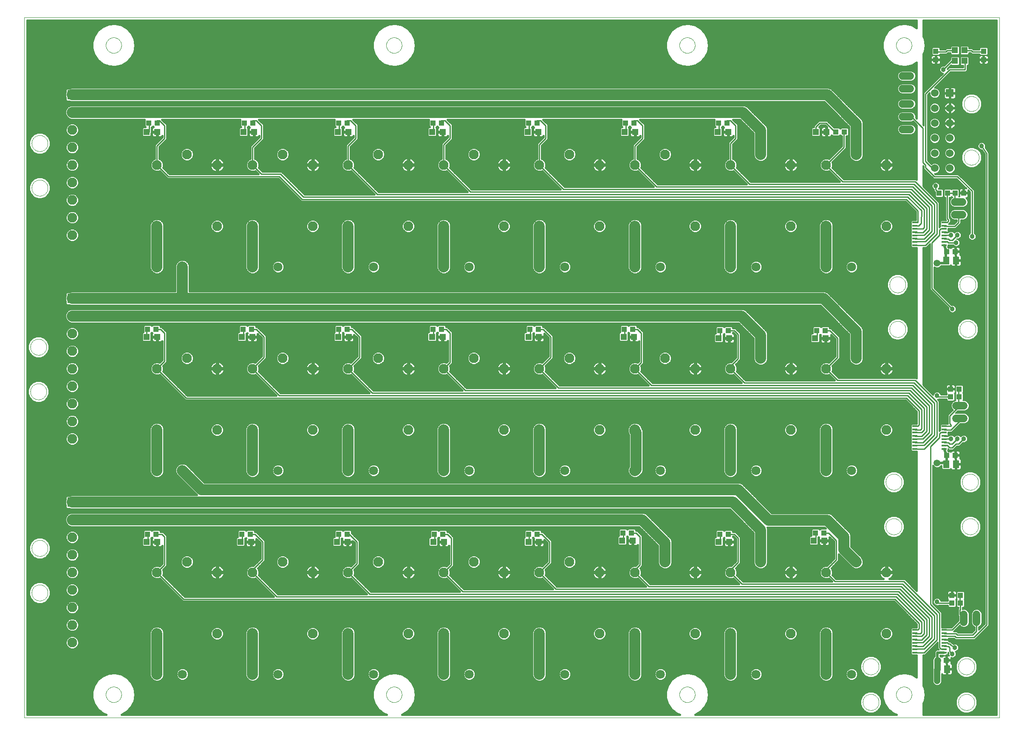
<source format=gtl>
G75*
G70*
%OFA0B0*%
%FSLAX24Y24*%
%IPPOS*%
%LPD*%
%AMOC8*
5,1,8,0,0,1.08239X$1,22.5*
%
%ADD10C,0.0000*%
%ADD11C,0.0602*%
%ADD12R,0.0602X0.0602*%
%ADD13R,0.0390X0.0120*%
%ADD14R,0.0394X0.0433*%
%ADD15R,0.0472X0.0472*%
%ADD16R,0.0512X0.0591*%
%ADD17R,0.0433X0.0394*%
%ADD18C,0.0768*%
%ADD19C,0.0709*%
%ADD20R,0.0768X0.0768*%
%ADD21C,0.0600*%
%ADD22C,0.0100*%
%ADD23C,0.0380*%
%ADD24C,0.0160*%
%ADD25C,0.0200*%
%ADD26C,0.0531*%
%ADD27C,0.0500*%
%ADD28C,0.0850*%
D10*
X003386Y001189D02*
X003386Y056189D01*
X079886Y056189D01*
X079886Y001189D01*
X003386Y001189D01*
X009776Y002992D02*
X009778Y003041D01*
X009784Y003090D01*
X009794Y003138D01*
X009807Y003185D01*
X009825Y003231D01*
X009846Y003275D01*
X009870Y003318D01*
X009898Y003358D01*
X009929Y003397D01*
X009963Y003432D01*
X010000Y003465D01*
X010039Y003494D01*
X010081Y003520D01*
X010124Y003543D01*
X010170Y003562D01*
X010216Y003578D01*
X010264Y003590D01*
X010312Y003598D01*
X010361Y003602D01*
X010411Y003602D01*
X010460Y003598D01*
X010508Y003590D01*
X010556Y003578D01*
X010602Y003562D01*
X010648Y003543D01*
X010691Y003520D01*
X010733Y003494D01*
X010772Y003465D01*
X010809Y003432D01*
X010843Y003397D01*
X010874Y003358D01*
X010902Y003318D01*
X010926Y003275D01*
X010947Y003231D01*
X010965Y003185D01*
X010978Y003138D01*
X010988Y003090D01*
X010994Y003041D01*
X010996Y002992D01*
X010994Y002943D01*
X010988Y002894D01*
X010978Y002846D01*
X010965Y002799D01*
X010947Y002753D01*
X010926Y002709D01*
X010902Y002666D01*
X010874Y002626D01*
X010843Y002587D01*
X010809Y002552D01*
X010772Y002519D01*
X010733Y002490D01*
X010691Y002464D01*
X010648Y002441D01*
X010602Y002422D01*
X010556Y002406D01*
X010508Y002394D01*
X010460Y002386D01*
X010411Y002382D01*
X010361Y002382D01*
X010312Y002386D01*
X010264Y002394D01*
X010216Y002406D01*
X010170Y002422D01*
X010124Y002441D01*
X010081Y002464D01*
X010039Y002490D01*
X010000Y002519D01*
X009963Y002552D01*
X009929Y002587D01*
X009898Y002626D01*
X009870Y002666D01*
X009846Y002709D01*
X009825Y002753D01*
X009807Y002799D01*
X009794Y002846D01*
X009784Y002894D01*
X009778Y002943D01*
X009776Y002992D01*
X003956Y010989D02*
X003958Y011039D01*
X003964Y011089D01*
X003974Y011138D01*
X003988Y011186D01*
X004005Y011233D01*
X004026Y011278D01*
X004051Y011322D01*
X004079Y011363D01*
X004111Y011402D01*
X004145Y011439D01*
X004182Y011473D01*
X004222Y011503D01*
X004264Y011530D01*
X004308Y011554D01*
X004354Y011575D01*
X004401Y011591D01*
X004449Y011604D01*
X004499Y011613D01*
X004548Y011618D01*
X004599Y011619D01*
X004649Y011616D01*
X004698Y011609D01*
X004747Y011598D01*
X004795Y011583D01*
X004841Y011565D01*
X004886Y011543D01*
X004929Y011517D01*
X004970Y011488D01*
X005009Y011456D01*
X005045Y011421D01*
X005077Y011383D01*
X005107Y011343D01*
X005134Y011300D01*
X005157Y011256D01*
X005176Y011210D01*
X005192Y011162D01*
X005204Y011113D01*
X005212Y011064D01*
X005216Y011014D01*
X005216Y010964D01*
X005212Y010914D01*
X005204Y010865D01*
X005192Y010816D01*
X005176Y010768D01*
X005157Y010722D01*
X005134Y010678D01*
X005107Y010635D01*
X005077Y010595D01*
X005045Y010557D01*
X005009Y010522D01*
X004970Y010490D01*
X004929Y010461D01*
X004886Y010435D01*
X004841Y010413D01*
X004795Y010395D01*
X004747Y010380D01*
X004698Y010369D01*
X004649Y010362D01*
X004599Y010359D01*
X004548Y010360D01*
X004499Y010365D01*
X004449Y010374D01*
X004401Y010387D01*
X004354Y010403D01*
X004308Y010424D01*
X004264Y010448D01*
X004222Y010475D01*
X004182Y010505D01*
X004145Y010539D01*
X004111Y010576D01*
X004079Y010615D01*
X004051Y010656D01*
X004026Y010700D01*
X004005Y010745D01*
X003988Y010792D01*
X003974Y010840D01*
X003964Y010889D01*
X003958Y010939D01*
X003956Y010989D01*
X003956Y014489D02*
X003958Y014539D01*
X003964Y014589D01*
X003974Y014638D01*
X003988Y014686D01*
X004005Y014733D01*
X004026Y014778D01*
X004051Y014822D01*
X004079Y014863D01*
X004111Y014902D01*
X004145Y014939D01*
X004182Y014973D01*
X004222Y015003D01*
X004264Y015030D01*
X004308Y015054D01*
X004354Y015075D01*
X004401Y015091D01*
X004449Y015104D01*
X004499Y015113D01*
X004548Y015118D01*
X004599Y015119D01*
X004649Y015116D01*
X004698Y015109D01*
X004747Y015098D01*
X004795Y015083D01*
X004841Y015065D01*
X004886Y015043D01*
X004929Y015017D01*
X004970Y014988D01*
X005009Y014956D01*
X005045Y014921D01*
X005077Y014883D01*
X005107Y014843D01*
X005134Y014800D01*
X005157Y014756D01*
X005176Y014710D01*
X005192Y014662D01*
X005204Y014613D01*
X005212Y014564D01*
X005216Y014514D01*
X005216Y014464D01*
X005212Y014414D01*
X005204Y014365D01*
X005192Y014316D01*
X005176Y014268D01*
X005157Y014222D01*
X005134Y014178D01*
X005107Y014135D01*
X005077Y014095D01*
X005045Y014057D01*
X005009Y014022D01*
X004970Y013990D01*
X004929Y013961D01*
X004886Y013935D01*
X004841Y013913D01*
X004795Y013895D01*
X004747Y013880D01*
X004698Y013869D01*
X004649Y013862D01*
X004599Y013859D01*
X004548Y013860D01*
X004499Y013865D01*
X004449Y013874D01*
X004401Y013887D01*
X004354Y013903D01*
X004308Y013924D01*
X004264Y013948D01*
X004222Y013975D01*
X004182Y014005D01*
X004145Y014039D01*
X004111Y014076D01*
X004079Y014115D01*
X004051Y014156D01*
X004026Y014200D01*
X004005Y014245D01*
X003988Y014292D01*
X003974Y014340D01*
X003964Y014389D01*
X003958Y014439D01*
X003956Y014489D01*
X003856Y026789D02*
X003858Y026839D01*
X003864Y026889D01*
X003874Y026938D01*
X003888Y026986D01*
X003905Y027033D01*
X003926Y027078D01*
X003951Y027122D01*
X003979Y027163D01*
X004011Y027202D01*
X004045Y027239D01*
X004082Y027273D01*
X004122Y027303D01*
X004164Y027330D01*
X004208Y027354D01*
X004254Y027375D01*
X004301Y027391D01*
X004349Y027404D01*
X004399Y027413D01*
X004448Y027418D01*
X004499Y027419D01*
X004549Y027416D01*
X004598Y027409D01*
X004647Y027398D01*
X004695Y027383D01*
X004741Y027365D01*
X004786Y027343D01*
X004829Y027317D01*
X004870Y027288D01*
X004909Y027256D01*
X004945Y027221D01*
X004977Y027183D01*
X005007Y027143D01*
X005034Y027100D01*
X005057Y027056D01*
X005076Y027010D01*
X005092Y026962D01*
X005104Y026913D01*
X005112Y026864D01*
X005116Y026814D01*
X005116Y026764D01*
X005112Y026714D01*
X005104Y026665D01*
X005092Y026616D01*
X005076Y026568D01*
X005057Y026522D01*
X005034Y026478D01*
X005007Y026435D01*
X004977Y026395D01*
X004945Y026357D01*
X004909Y026322D01*
X004870Y026290D01*
X004829Y026261D01*
X004786Y026235D01*
X004741Y026213D01*
X004695Y026195D01*
X004647Y026180D01*
X004598Y026169D01*
X004549Y026162D01*
X004499Y026159D01*
X004448Y026160D01*
X004399Y026165D01*
X004349Y026174D01*
X004301Y026187D01*
X004254Y026203D01*
X004208Y026224D01*
X004164Y026248D01*
X004122Y026275D01*
X004082Y026305D01*
X004045Y026339D01*
X004011Y026376D01*
X003979Y026415D01*
X003951Y026456D01*
X003926Y026500D01*
X003905Y026545D01*
X003888Y026592D01*
X003874Y026640D01*
X003864Y026689D01*
X003858Y026739D01*
X003856Y026789D01*
X003856Y030289D02*
X003858Y030339D01*
X003864Y030389D01*
X003874Y030438D01*
X003888Y030486D01*
X003905Y030533D01*
X003926Y030578D01*
X003951Y030622D01*
X003979Y030663D01*
X004011Y030702D01*
X004045Y030739D01*
X004082Y030773D01*
X004122Y030803D01*
X004164Y030830D01*
X004208Y030854D01*
X004254Y030875D01*
X004301Y030891D01*
X004349Y030904D01*
X004399Y030913D01*
X004448Y030918D01*
X004499Y030919D01*
X004549Y030916D01*
X004598Y030909D01*
X004647Y030898D01*
X004695Y030883D01*
X004741Y030865D01*
X004786Y030843D01*
X004829Y030817D01*
X004870Y030788D01*
X004909Y030756D01*
X004945Y030721D01*
X004977Y030683D01*
X005007Y030643D01*
X005034Y030600D01*
X005057Y030556D01*
X005076Y030510D01*
X005092Y030462D01*
X005104Y030413D01*
X005112Y030364D01*
X005116Y030314D01*
X005116Y030264D01*
X005112Y030214D01*
X005104Y030165D01*
X005092Y030116D01*
X005076Y030068D01*
X005057Y030022D01*
X005034Y029978D01*
X005007Y029935D01*
X004977Y029895D01*
X004945Y029857D01*
X004909Y029822D01*
X004870Y029790D01*
X004829Y029761D01*
X004786Y029735D01*
X004741Y029713D01*
X004695Y029695D01*
X004647Y029680D01*
X004598Y029669D01*
X004549Y029662D01*
X004499Y029659D01*
X004448Y029660D01*
X004399Y029665D01*
X004349Y029674D01*
X004301Y029687D01*
X004254Y029703D01*
X004208Y029724D01*
X004164Y029748D01*
X004122Y029775D01*
X004082Y029805D01*
X004045Y029839D01*
X004011Y029876D01*
X003979Y029915D01*
X003951Y029956D01*
X003926Y030000D01*
X003905Y030045D01*
X003888Y030092D01*
X003874Y030140D01*
X003864Y030189D01*
X003858Y030239D01*
X003856Y030289D01*
X003956Y042789D02*
X003958Y042839D01*
X003964Y042889D01*
X003974Y042938D01*
X003988Y042986D01*
X004005Y043033D01*
X004026Y043078D01*
X004051Y043122D01*
X004079Y043163D01*
X004111Y043202D01*
X004145Y043239D01*
X004182Y043273D01*
X004222Y043303D01*
X004264Y043330D01*
X004308Y043354D01*
X004354Y043375D01*
X004401Y043391D01*
X004449Y043404D01*
X004499Y043413D01*
X004548Y043418D01*
X004599Y043419D01*
X004649Y043416D01*
X004698Y043409D01*
X004747Y043398D01*
X004795Y043383D01*
X004841Y043365D01*
X004886Y043343D01*
X004929Y043317D01*
X004970Y043288D01*
X005009Y043256D01*
X005045Y043221D01*
X005077Y043183D01*
X005107Y043143D01*
X005134Y043100D01*
X005157Y043056D01*
X005176Y043010D01*
X005192Y042962D01*
X005204Y042913D01*
X005212Y042864D01*
X005216Y042814D01*
X005216Y042764D01*
X005212Y042714D01*
X005204Y042665D01*
X005192Y042616D01*
X005176Y042568D01*
X005157Y042522D01*
X005134Y042478D01*
X005107Y042435D01*
X005077Y042395D01*
X005045Y042357D01*
X005009Y042322D01*
X004970Y042290D01*
X004929Y042261D01*
X004886Y042235D01*
X004841Y042213D01*
X004795Y042195D01*
X004747Y042180D01*
X004698Y042169D01*
X004649Y042162D01*
X004599Y042159D01*
X004548Y042160D01*
X004499Y042165D01*
X004449Y042174D01*
X004401Y042187D01*
X004354Y042203D01*
X004308Y042224D01*
X004264Y042248D01*
X004222Y042275D01*
X004182Y042305D01*
X004145Y042339D01*
X004111Y042376D01*
X004079Y042415D01*
X004051Y042456D01*
X004026Y042500D01*
X004005Y042545D01*
X003988Y042592D01*
X003974Y042640D01*
X003964Y042689D01*
X003958Y042739D01*
X003956Y042789D01*
X003956Y046289D02*
X003958Y046339D01*
X003964Y046389D01*
X003974Y046438D01*
X003988Y046486D01*
X004005Y046533D01*
X004026Y046578D01*
X004051Y046622D01*
X004079Y046663D01*
X004111Y046702D01*
X004145Y046739D01*
X004182Y046773D01*
X004222Y046803D01*
X004264Y046830D01*
X004308Y046854D01*
X004354Y046875D01*
X004401Y046891D01*
X004449Y046904D01*
X004499Y046913D01*
X004548Y046918D01*
X004599Y046919D01*
X004649Y046916D01*
X004698Y046909D01*
X004747Y046898D01*
X004795Y046883D01*
X004841Y046865D01*
X004886Y046843D01*
X004929Y046817D01*
X004970Y046788D01*
X005009Y046756D01*
X005045Y046721D01*
X005077Y046683D01*
X005107Y046643D01*
X005134Y046600D01*
X005157Y046556D01*
X005176Y046510D01*
X005192Y046462D01*
X005204Y046413D01*
X005212Y046364D01*
X005216Y046314D01*
X005216Y046264D01*
X005212Y046214D01*
X005204Y046165D01*
X005192Y046116D01*
X005176Y046068D01*
X005157Y046022D01*
X005134Y045978D01*
X005107Y045935D01*
X005077Y045895D01*
X005045Y045857D01*
X005009Y045822D01*
X004970Y045790D01*
X004929Y045761D01*
X004886Y045735D01*
X004841Y045713D01*
X004795Y045695D01*
X004747Y045680D01*
X004698Y045669D01*
X004649Y045662D01*
X004599Y045659D01*
X004548Y045660D01*
X004499Y045665D01*
X004449Y045674D01*
X004401Y045687D01*
X004354Y045703D01*
X004308Y045724D01*
X004264Y045748D01*
X004222Y045775D01*
X004182Y045805D01*
X004145Y045839D01*
X004111Y045876D01*
X004079Y045915D01*
X004051Y045956D01*
X004026Y046000D01*
X004005Y046045D01*
X003988Y046092D01*
X003974Y046140D01*
X003964Y046189D01*
X003958Y046239D01*
X003956Y046289D01*
X009776Y053992D02*
X009778Y054041D01*
X009784Y054090D01*
X009794Y054138D01*
X009807Y054185D01*
X009825Y054231D01*
X009846Y054275D01*
X009870Y054318D01*
X009898Y054358D01*
X009929Y054397D01*
X009963Y054432D01*
X010000Y054465D01*
X010039Y054494D01*
X010081Y054520D01*
X010124Y054543D01*
X010170Y054562D01*
X010216Y054578D01*
X010264Y054590D01*
X010312Y054598D01*
X010361Y054602D01*
X010411Y054602D01*
X010460Y054598D01*
X010508Y054590D01*
X010556Y054578D01*
X010602Y054562D01*
X010648Y054543D01*
X010691Y054520D01*
X010733Y054494D01*
X010772Y054465D01*
X010809Y054432D01*
X010843Y054397D01*
X010874Y054358D01*
X010902Y054318D01*
X010926Y054275D01*
X010947Y054231D01*
X010965Y054185D01*
X010978Y054138D01*
X010988Y054090D01*
X010994Y054041D01*
X010996Y053992D01*
X010994Y053943D01*
X010988Y053894D01*
X010978Y053846D01*
X010965Y053799D01*
X010947Y053753D01*
X010926Y053709D01*
X010902Y053666D01*
X010874Y053626D01*
X010843Y053587D01*
X010809Y053552D01*
X010772Y053519D01*
X010733Y053490D01*
X010691Y053464D01*
X010648Y053441D01*
X010602Y053422D01*
X010556Y053406D01*
X010508Y053394D01*
X010460Y053386D01*
X010411Y053382D01*
X010361Y053382D01*
X010312Y053386D01*
X010264Y053394D01*
X010216Y053406D01*
X010170Y053422D01*
X010124Y053441D01*
X010081Y053464D01*
X010039Y053490D01*
X010000Y053519D01*
X009963Y053552D01*
X009929Y053587D01*
X009898Y053626D01*
X009870Y053666D01*
X009846Y053709D01*
X009825Y053753D01*
X009807Y053799D01*
X009794Y053846D01*
X009784Y053894D01*
X009778Y053943D01*
X009776Y053992D01*
X031776Y053992D02*
X031778Y054041D01*
X031784Y054090D01*
X031794Y054138D01*
X031807Y054185D01*
X031825Y054231D01*
X031846Y054275D01*
X031870Y054318D01*
X031898Y054358D01*
X031929Y054397D01*
X031963Y054432D01*
X032000Y054465D01*
X032039Y054494D01*
X032081Y054520D01*
X032124Y054543D01*
X032170Y054562D01*
X032216Y054578D01*
X032264Y054590D01*
X032312Y054598D01*
X032361Y054602D01*
X032411Y054602D01*
X032460Y054598D01*
X032508Y054590D01*
X032556Y054578D01*
X032602Y054562D01*
X032648Y054543D01*
X032691Y054520D01*
X032733Y054494D01*
X032772Y054465D01*
X032809Y054432D01*
X032843Y054397D01*
X032874Y054358D01*
X032902Y054318D01*
X032926Y054275D01*
X032947Y054231D01*
X032965Y054185D01*
X032978Y054138D01*
X032988Y054090D01*
X032994Y054041D01*
X032996Y053992D01*
X032994Y053943D01*
X032988Y053894D01*
X032978Y053846D01*
X032965Y053799D01*
X032947Y053753D01*
X032926Y053709D01*
X032902Y053666D01*
X032874Y053626D01*
X032843Y053587D01*
X032809Y053552D01*
X032772Y053519D01*
X032733Y053490D01*
X032691Y053464D01*
X032648Y053441D01*
X032602Y053422D01*
X032556Y053406D01*
X032508Y053394D01*
X032460Y053386D01*
X032411Y053382D01*
X032361Y053382D01*
X032312Y053386D01*
X032264Y053394D01*
X032216Y053406D01*
X032170Y053422D01*
X032124Y053441D01*
X032081Y053464D01*
X032039Y053490D01*
X032000Y053519D01*
X031963Y053552D01*
X031929Y053587D01*
X031898Y053626D01*
X031870Y053666D01*
X031846Y053709D01*
X031825Y053753D01*
X031807Y053799D01*
X031794Y053846D01*
X031784Y053894D01*
X031778Y053943D01*
X031776Y053992D01*
X054776Y053992D02*
X054778Y054041D01*
X054784Y054090D01*
X054794Y054138D01*
X054807Y054185D01*
X054825Y054231D01*
X054846Y054275D01*
X054870Y054318D01*
X054898Y054358D01*
X054929Y054397D01*
X054963Y054432D01*
X055000Y054465D01*
X055039Y054494D01*
X055081Y054520D01*
X055124Y054543D01*
X055170Y054562D01*
X055216Y054578D01*
X055264Y054590D01*
X055312Y054598D01*
X055361Y054602D01*
X055411Y054602D01*
X055460Y054598D01*
X055508Y054590D01*
X055556Y054578D01*
X055602Y054562D01*
X055648Y054543D01*
X055691Y054520D01*
X055733Y054494D01*
X055772Y054465D01*
X055809Y054432D01*
X055843Y054397D01*
X055874Y054358D01*
X055902Y054318D01*
X055926Y054275D01*
X055947Y054231D01*
X055965Y054185D01*
X055978Y054138D01*
X055988Y054090D01*
X055994Y054041D01*
X055996Y053992D01*
X055994Y053943D01*
X055988Y053894D01*
X055978Y053846D01*
X055965Y053799D01*
X055947Y053753D01*
X055926Y053709D01*
X055902Y053666D01*
X055874Y053626D01*
X055843Y053587D01*
X055809Y053552D01*
X055772Y053519D01*
X055733Y053490D01*
X055691Y053464D01*
X055648Y053441D01*
X055602Y053422D01*
X055556Y053406D01*
X055508Y053394D01*
X055460Y053386D01*
X055411Y053382D01*
X055361Y053382D01*
X055312Y053386D01*
X055264Y053394D01*
X055216Y053406D01*
X055170Y053422D01*
X055124Y053441D01*
X055081Y053464D01*
X055039Y053490D01*
X055000Y053519D01*
X054963Y053552D01*
X054929Y053587D01*
X054898Y053626D01*
X054870Y053666D01*
X054846Y053709D01*
X054825Y053753D01*
X054807Y053799D01*
X054794Y053846D01*
X054784Y053894D01*
X054778Y053943D01*
X054776Y053992D01*
X071776Y053992D02*
X071778Y054041D01*
X071784Y054090D01*
X071794Y054138D01*
X071807Y054185D01*
X071825Y054231D01*
X071846Y054275D01*
X071870Y054318D01*
X071898Y054358D01*
X071929Y054397D01*
X071963Y054432D01*
X072000Y054465D01*
X072039Y054494D01*
X072081Y054520D01*
X072124Y054543D01*
X072170Y054562D01*
X072216Y054578D01*
X072264Y054590D01*
X072312Y054598D01*
X072361Y054602D01*
X072411Y054602D01*
X072460Y054598D01*
X072508Y054590D01*
X072556Y054578D01*
X072602Y054562D01*
X072648Y054543D01*
X072691Y054520D01*
X072733Y054494D01*
X072772Y054465D01*
X072809Y054432D01*
X072843Y054397D01*
X072874Y054358D01*
X072902Y054318D01*
X072926Y054275D01*
X072947Y054231D01*
X072965Y054185D01*
X072978Y054138D01*
X072988Y054090D01*
X072994Y054041D01*
X072996Y053992D01*
X072994Y053943D01*
X072988Y053894D01*
X072978Y053846D01*
X072965Y053799D01*
X072947Y053753D01*
X072926Y053709D01*
X072902Y053666D01*
X072874Y053626D01*
X072843Y053587D01*
X072809Y053552D01*
X072772Y053519D01*
X072733Y053490D01*
X072691Y053464D01*
X072648Y053441D01*
X072602Y053422D01*
X072556Y053406D01*
X072508Y053394D01*
X072460Y053386D01*
X072411Y053382D01*
X072361Y053382D01*
X072312Y053386D01*
X072264Y053394D01*
X072216Y053406D01*
X072170Y053422D01*
X072124Y053441D01*
X072081Y053464D01*
X072039Y053490D01*
X072000Y053519D01*
X071963Y053552D01*
X071929Y053587D01*
X071898Y053626D01*
X071870Y053666D01*
X071846Y053709D01*
X071825Y053753D01*
X071807Y053799D01*
X071794Y053846D01*
X071784Y053894D01*
X071778Y053943D01*
X071776Y053992D01*
X077095Y049396D02*
X077097Y049444D01*
X077103Y049492D01*
X077113Y049539D01*
X077126Y049585D01*
X077144Y049630D01*
X077164Y049674D01*
X077189Y049716D01*
X077217Y049755D01*
X077247Y049792D01*
X077281Y049826D01*
X077318Y049858D01*
X077356Y049887D01*
X077397Y049912D01*
X077440Y049934D01*
X077485Y049952D01*
X077531Y049966D01*
X077578Y049977D01*
X077626Y049984D01*
X077674Y049987D01*
X077722Y049986D01*
X077770Y049981D01*
X077818Y049972D01*
X077864Y049960D01*
X077909Y049943D01*
X077953Y049923D01*
X077995Y049900D01*
X078035Y049873D01*
X078073Y049843D01*
X078108Y049810D01*
X078140Y049774D01*
X078170Y049736D01*
X078196Y049695D01*
X078218Y049652D01*
X078238Y049608D01*
X078253Y049563D01*
X078265Y049516D01*
X078273Y049468D01*
X078277Y049420D01*
X078277Y049372D01*
X078273Y049324D01*
X078265Y049276D01*
X078253Y049229D01*
X078238Y049184D01*
X078218Y049140D01*
X078196Y049097D01*
X078170Y049056D01*
X078140Y049018D01*
X078108Y048982D01*
X078073Y048949D01*
X078035Y048919D01*
X077995Y048892D01*
X077953Y048869D01*
X077909Y048849D01*
X077864Y048832D01*
X077818Y048820D01*
X077770Y048811D01*
X077722Y048806D01*
X077674Y048805D01*
X077626Y048808D01*
X077578Y048815D01*
X077531Y048826D01*
X077485Y048840D01*
X077440Y048858D01*
X077397Y048880D01*
X077356Y048905D01*
X077318Y048934D01*
X077281Y048966D01*
X077247Y049000D01*
X077217Y049037D01*
X077189Y049076D01*
X077164Y049118D01*
X077144Y049162D01*
X077126Y049207D01*
X077113Y049253D01*
X077103Y049300D01*
X077097Y049348D01*
X077095Y049396D01*
X077095Y045183D02*
X077097Y045231D01*
X077103Y045279D01*
X077113Y045326D01*
X077126Y045372D01*
X077144Y045417D01*
X077164Y045461D01*
X077189Y045503D01*
X077217Y045542D01*
X077247Y045579D01*
X077281Y045613D01*
X077318Y045645D01*
X077356Y045674D01*
X077397Y045699D01*
X077440Y045721D01*
X077485Y045739D01*
X077531Y045753D01*
X077578Y045764D01*
X077626Y045771D01*
X077674Y045774D01*
X077722Y045773D01*
X077770Y045768D01*
X077818Y045759D01*
X077864Y045747D01*
X077909Y045730D01*
X077953Y045710D01*
X077995Y045687D01*
X078035Y045660D01*
X078073Y045630D01*
X078108Y045597D01*
X078140Y045561D01*
X078170Y045523D01*
X078196Y045482D01*
X078218Y045439D01*
X078238Y045395D01*
X078253Y045350D01*
X078265Y045303D01*
X078273Y045255D01*
X078277Y045207D01*
X078277Y045159D01*
X078273Y045111D01*
X078265Y045063D01*
X078253Y045016D01*
X078238Y044971D01*
X078218Y044927D01*
X078196Y044884D01*
X078170Y044843D01*
X078140Y044805D01*
X078108Y044769D01*
X078073Y044736D01*
X078035Y044706D01*
X077995Y044679D01*
X077953Y044656D01*
X077909Y044636D01*
X077864Y044619D01*
X077818Y044607D01*
X077770Y044598D01*
X077722Y044593D01*
X077674Y044592D01*
X077626Y044595D01*
X077578Y044602D01*
X077531Y044613D01*
X077485Y044627D01*
X077440Y044645D01*
X077397Y044667D01*
X077356Y044692D01*
X077318Y044721D01*
X077281Y044753D01*
X077247Y044787D01*
X077217Y044824D01*
X077189Y044863D01*
X077164Y044905D01*
X077144Y044949D01*
X077126Y044994D01*
X077113Y045040D01*
X077103Y045087D01*
X077097Y045135D01*
X077095Y045183D01*
X076756Y035189D02*
X076758Y035239D01*
X076764Y035289D01*
X076774Y035338D01*
X076788Y035386D01*
X076805Y035433D01*
X076826Y035478D01*
X076851Y035522D01*
X076879Y035563D01*
X076911Y035602D01*
X076945Y035639D01*
X076982Y035673D01*
X077022Y035703D01*
X077064Y035730D01*
X077108Y035754D01*
X077154Y035775D01*
X077201Y035791D01*
X077249Y035804D01*
X077299Y035813D01*
X077348Y035818D01*
X077399Y035819D01*
X077449Y035816D01*
X077498Y035809D01*
X077547Y035798D01*
X077595Y035783D01*
X077641Y035765D01*
X077686Y035743D01*
X077729Y035717D01*
X077770Y035688D01*
X077809Y035656D01*
X077845Y035621D01*
X077877Y035583D01*
X077907Y035543D01*
X077934Y035500D01*
X077957Y035456D01*
X077976Y035410D01*
X077992Y035362D01*
X078004Y035313D01*
X078012Y035264D01*
X078016Y035214D01*
X078016Y035164D01*
X078012Y035114D01*
X078004Y035065D01*
X077992Y035016D01*
X077976Y034968D01*
X077957Y034922D01*
X077934Y034878D01*
X077907Y034835D01*
X077877Y034795D01*
X077845Y034757D01*
X077809Y034722D01*
X077770Y034690D01*
X077729Y034661D01*
X077686Y034635D01*
X077641Y034613D01*
X077595Y034595D01*
X077547Y034580D01*
X077498Y034569D01*
X077449Y034562D01*
X077399Y034559D01*
X077348Y034560D01*
X077299Y034565D01*
X077249Y034574D01*
X077201Y034587D01*
X077154Y034603D01*
X077108Y034624D01*
X077064Y034648D01*
X077022Y034675D01*
X076982Y034705D01*
X076945Y034739D01*
X076911Y034776D01*
X076879Y034815D01*
X076851Y034856D01*
X076826Y034900D01*
X076805Y034945D01*
X076788Y034992D01*
X076774Y035040D01*
X076764Y035089D01*
X076758Y035139D01*
X076756Y035189D01*
X076756Y031689D02*
X076758Y031739D01*
X076764Y031789D01*
X076774Y031838D01*
X076788Y031886D01*
X076805Y031933D01*
X076826Y031978D01*
X076851Y032022D01*
X076879Y032063D01*
X076911Y032102D01*
X076945Y032139D01*
X076982Y032173D01*
X077022Y032203D01*
X077064Y032230D01*
X077108Y032254D01*
X077154Y032275D01*
X077201Y032291D01*
X077249Y032304D01*
X077299Y032313D01*
X077348Y032318D01*
X077399Y032319D01*
X077449Y032316D01*
X077498Y032309D01*
X077547Y032298D01*
X077595Y032283D01*
X077641Y032265D01*
X077686Y032243D01*
X077729Y032217D01*
X077770Y032188D01*
X077809Y032156D01*
X077845Y032121D01*
X077877Y032083D01*
X077907Y032043D01*
X077934Y032000D01*
X077957Y031956D01*
X077976Y031910D01*
X077992Y031862D01*
X078004Y031813D01*
X078012Y031764D01*
X078016Y031714D01*
X078016Y031664D01*
X078012Y031614D01*
X078004Y031565D01*
X077992Y031516D01*
X077976Y031468D01*
X077957Y031422D01*
X077934Y031378D01*
X077907Y031335D01*
X077877Y031295D01*
X077845Y031257D01*
X077809Y031222D01*
X077770Y031190D01*
X077729Y031161D01*
X077686Y031135D01*
X077641Y031113D01*
X077595Y031095D01*
X077547Y031080D01*
X077498Y031069D01*
X077449Y031062D01*
X077399Y031059D01*
X077348Y031060D01*
X077299Y031065D01*
X077249Y031074D01*
X077201Y031087D01*
X077154Y031103D01*
X077108Y031124D01*
X077064Y031148D01*
X077022Y031175D01*
X076982Y031205D01*
X076945Y031239D01*
X076911Y031276D01*
X076879Y031315D01*
X076851Y031356D01*
X076826Y031400D01*
X076805Y031445D01*
X076788Y031492D01*
X076774Y031540D01*
X076764Y031589D01*
X076758Y031639D01*
X076756Y031689D01*
X071256Y031689D02*
X071258Y031739D01*
X071264Y031789D01*
X071274Y031838D01*
X071288Y031886D01*
X071305Y031933D01*
X071326Y031978D01*
X071351Y032022D01*
X071379Y032063D01*
X071411Y032102D01*
X071445Y032139D01*
X071482Y032173D01*
X071522Y032203D01*
X071564Y032230D01*
X071608Y032254D01*
X071654Y032275D01*
X071701Y032291D01*
X071749Y032304D01*
X071799Y032313D01*
X071848Y032318D01*
X071899Y032319D01*
X071949Y032316D01*
X071998Y032309D01*
X072047Y032298D01*
X072095Y032283D01*
X072141Y032265D01*
X072186Y032243D01*
X072229Y032217D01*
X072270Y032188D01*
X072309Y032156D01*
X072345Y032121D01*
X072377Y032083D01*
X072407Y032043D01*
X072434Y032000D01*
X072457Y031956D01*
X072476Y031910D01*
X072492Y031862D01*
X072504Y031813D01*
X072512Y031764D01*
X072516Y031714D01*
X072516Y031664D01*
X072512Y031614D01*
X072504Y031565D01*
X072492Y031516D01*
X072476Y031468D01*
X072457Y031422D01*
X072434Y031378D01*
X072407Y031335D01*
X072377Y031295D01*
X072345Y031257D01*
X072309Y031222D01*
X072270Y031190D01*
X072229Y031161D01*
X072186Y031135D01*
X072141Y031113D01*
X072095Y031095D01*
X072047Y031080D01*
X071998Y031069D01*
X071949Y031062D01*
X071899Y031059D01*
X071848Y031060D01*
X071799Y031065D01*
X071749Y031074D01*
X071701Y031087D01*
X071654Y031103D01*
X071608Y031124D01*
X071564Y031148D01*
X071522Y031175D01*
X071482Y031205D01*
X071445Y031239D01*
X071411Y031276D01*
X071379Y031315D01*
X071351Y031356D01*
X071326Y031400D01*
X071305Y031445D01*
X071288Y031492D01*
X071274Y031540D01*
X071264Y031589D01*
X071258Y031639D01*
X071256Y031689D01*
X071256Y035189D02*
X071258Y035239D01*
X071264Y035289D01*
X071274Y035338D01*
X071288Y035386D01*
X071305Y035433D01*
X071326Y035478D01*
X071351Y035522D01*
X071379Y035563D01*
X071411Y035602D01*
X071445Y035639D01*
X071482Y035673D01*
X071522Y035703D01*
X071564Y035730D01*
X071608Y035754D01*
X071654Y035775D01*
X071701Y035791D01*
X071749Y035804D01*
X071799Y035813D01*
X071848Y035818D01*
X071899Y035819D01*
X071949Y035816D01*
X071998Y035809D01*
X072047Y035798D01*
X072095Y035783D01*
X072141Y035765D01*
X072186Y035743D01*
X072229Y035717D01*
X072270Y035688D01*
X072309Y035656D01*
X072345Y035621D01*
X072377Y035583D01*
X072407Y035543D01*
X072434Y035500D01*
X072457Y035456D01*
X072476Y035410D01*
X072492Y035362D01*
X072504Y035313D01*
X072512Y035264D01*
X072516Y035214D01*
X072516Y035164D01*
X072512Y035114D01*
X072504Y035065D01*
X072492Y035016D01*
X072476Y034968D01*
X072457Y034922D01*
X072434Y034878D01*
X072407Y034835D01*
X072377Y034795D01*
X072345Y034757D01*
X072309Y034722D01*
X072270Y034690D01*
X072229Y034661D01*
X072186Y034635D01*
X072141Y034613D01*
X072095Y034595D01*
X072047Y034580D01*
X071998Y034569D01*
X071949Y034562D01*
X071899Y034559D01*
X071848Y034560D01*
X071799Y034565D01*
X071749Y034574D01*
X071701Y034587D01*
X071654Y034603D01*
X071608Y034624D01*
X071564Y034648D01*
X071522Y034675D01*
X071482Y034705D01*
X071445Y034739D01*
X071411Y034776D01*
X071379Y034815D01*
X071351Y034856D01*
X071326Y034900D01*
X071305Y034945D01*
X071288Y034992D01*
X071274Y035040D01*
X071264Y035089D01*
X071258Y035139D01*
X071256Y035189D01*
X070956Y019689D02*
X070958Y019739D01*
X070964Y019789D01*
X070974Y019838D01*
X070988Y019886D01*
X071005Y019933D01*
X071026Y019978D01*
X071051Y020022D01*
X071079Y020063D01*
X071111Y020102D01*
X071145Y020139D01*
X071182Y020173D01*
X071222Y020203D01*
X071264Y020230D01*
X071308Y020254D01*
X071354Y020275D01*
X071401Y020291D01*
X071449Y020304D01*
X071499Y020313D01*
X071548Y020318D01*
X071599Y020319D01*
X071649Y020316D01*
X071698Y020309D01*
X071747Y020298D01*
X071795Y020283D01*
X071841Y020265D01*
X071886Y020243D01*
X071929Y020217D01*
X071970Y020188D01*
X072009Y020156D01*
X072045Y020121D01*
X072077Y020083D01*
X072107Y020043D01*
X072134Y020000D01*
X072157Y019956D01*
X072176Y019910D01*
X072192Y019862D01*
X072204Y019813D01*
X072212Y019764D01*
X072216Y019714D01*
X072216Y019664D01*
X072212Y019614D01*
X072204Y019565D01*
X072192Y019516D01*
X072176Y019468D01*
X072157Y019422D01*
X072134Y019378D01*
X072107Y019335D01*
X072077Y019295D01*
X072045Y019257D01*
X072009Y019222D01*
X071970Y019190D01*
X071929Y019161D01*
X071886Y019135D01*
X071841Y019113D01*
X071795Y019095D01*
X071747Y019080D01*
X071698Y019069D01*
X071649Y019062D01*
X071599Y019059D01*
X071548Y019060D01*
X071499Y019065D01*
X071449Y019074D01*
X071401Y019087D01*
X071354Y019103D01*
X071308Y019124D01*
X071264Y019148D01*
X071222Y019175D01*
X071182Y019205D01*
X071145Y019239D01*
X071111Y019276D01*
X071079Y019315D01*
X071051Y019356D01*
X071026Y019400D01*
X071005Y019445D01*
X070988Y019492D01*
X070974Y019540D01*
X070964Y019589D01*
X070958Y019639D01*
X070956Y019689D01*
X070956Y016189D02*
X070958Y016239D01*
X070964Y016289D01*
X070974Y016338D01*
X070988Y016386D01*
X071005Y016433D01*
X071026Y016478D01*
X071051Y016522D01*
X071079Y016563D01*
X071111Y016602D01*
X071145Y016639D01*
X071182Y016673D01*
X071222Y016703D01*
X071264Y016730D01*
X071308Y016754D01*
X071354Y016775D01*
X071401Y016791D01*
X071449Y016804D01*
X071499Y016813D01*
X071548Y016818D01*
X071599Y016819D01*
X071649Y016816D01*
X071698Y016809D01*
X071747Y016798D01*
X071795Y016783D01*
X071841Y016765D01*
X071886Y016743D01*
X071929Y016717D01*
X071970Y016688D01*
X072009Y016656D01*
X072045Y016621D01*
X072077Y016583D01*
X072107Y016543D01*
X072134Y016500D01*
X072157Y016456D01*
X072176Y016410D01*
X072192Y016362D01*
X072204Y016313D01*
X072212Y016264D01*
X072216Y016214D01*
X072216Y016164D01*
X072212Y016114D01*
X072204Y016065D01*
X072192Y016016D01*
X072176Y015968D01*
X072157Y015922D01*
X072134Y015878D01*
X072107Y015835D01*
X072077Y015795D01*
X072045Y015757D01*
X072009Y015722D01*
X071970Y015690D01*
X071929Y015661D01*
X071886Y015635D01*
X071841Y015613D01*
X071795Y015595D01*
X071747Y015580D01*
X071698Y015569D01*
X071649Y015562D01*
X071599Y015559D01*
X071548Y015560D01*
X071499Y015565D01*
X071449Y015574D01*
X071401Y015587D01*
X071354Y015603D01*
X071308Y015624D01*
X071264Y015648D01*
X071222Y015675D01*
X071182Y015705D01*
X071145Y015739D01*
X071111Y015776D01*
X071079Y015815D01*
X071051Y015856D01*
X071026Y015900D01*
X071005Y015945D01*
X070988Y015992D01*
X070974Y016040D01*
X070964Y016089D01*
X070958Y016139D01*
X070956Y016189D01*
X076956Y016189D02*
X076958Y016239D01*
X076964Y016289D01*
X076974Y016338D01*
X076988Y016386D01*
X077005Y016433D01*
X077026Y016478D01*
X077051Y016522D01*
X077079Y016563D01*
X077111Y016602D01*
X077145Y016639D01*
X077182Y016673D01*
X077222Y016703D01*
X077264Y016730D01*
X077308Y016754D01*
X077354Y016775D01*
X077401Y016791D01*
X077449Y016804D01*
X077499Y016813D01*
X077548Y016818D01*
X077599Y016819D01*
X077649Y016816D01*
X077698Y016809D01*
X077747Y016798D01*
X077795Y016783D01*
X077841Y016765D01*
X077886Y016743D01*
X077929Y016717D01*
X077970Y016688D01*
X078009Y016656D01*
X078045Y016621D01*
X078077Y016583D01*
X078107Y016543D01*
X078134Y016500D01*
X078157Y016456D01*
X078176Y016410D01*
X078192Y016362D01*
X078204Y016313D01*
X078212Y016264D01*
X078216Y016214D01*
X078216Y016164D01*
X078212Y016114D01*
X078204Y016065D01*
X078192Y016016D01*
X078176Y015968D01*
X078157Y015922D01*
X078134Y015878D01*
X078107Y015835D01*
X078077Y015795D01*
X078045Y015757D01*
X078009Y015722D01*
X077970Y015690D01*
X077929Y015661D01*
X077886Y015635D01*
X077841Y015613D01*
X077795Y015595D01*
X077747Y015580D01*
X077698Y015569D01*
X077649Y015562D01*
X077599Y015559D01*
X077548Y015560D01*
X077499Y015565D01*
X077449Y015574D01*
X077401Y015587D01*
X077354Y015603D01*
X077308Y015624D01*
X077264Y015648D01*
X077222Y015675D01*
X077182Y015705D01*
X077145Y015739D01*
X077111Y015776D01*
X077079Y015815D01*
X077051Y015856D01*
X077026Y015900D01*
X077005Y015945D01*
X076988Y015992D01*
X076974Y016040D01*
X076964Y016089D01*
X076958Y016139D01*
X076956Y016189D01*
X076956Y019689D02*
X076958Y019739D01*
X076964Y019789D01*
X076974Y019838D01*
X076988Y019886D01*
X077005Y019933D01*
X077026Y019978D01*
X077051Y020022D01*
X077079Y020063D01*
X077111Y020102D01*
X077145Y020139D01*
X077182Y020173D01*
X077222Y020203D01*
X077264Y020230D01*
X077308Y020254D01*
X077354Y020275D01*
X077401Y020291D01*
X077449Y020304D01*
X077499Y020313D01*
X077548Y020318D01*
X077599Y020319D01*
X077649Y020316D01*
X077698Y020309D01*
X077747Y020298D01*
X077795Y020283D01*
X077841Y020265D01*
X077886Y020243D01*
X077929Y020217D01*
X077970Y020188D01*
X078009Y020156D01*
X078045Y020121D01*
X078077Y020083D01*
X078107Y020043D01*
X078134Y020000D01*
X078157Y019956D01*
X078176Y019910D01*
X078192Y019862D01*
X078204Y019813D01*
X078212Y019764D01*
X078216Y019714D01*
X078216Y019664D01*
X078212Y019614D01*
X078204Y019565D01*
X078192Y019516D01*
X078176Y019468D01*
X078157Y019422D01*
X078134Y019378D01*
X078107Y019335D01*
X078077Y019295D01*
X078045Y019257D01*
X078009Y019222D01*
X077970Y019190D01*
X077929Y019161D01*
X077886Y019135D01*
X077841Y019113D01*
X077795Y019095D01*
X077747Y019080D01*
X077698Y019069D01*
X077649Y019062D01*
X077599Y019059D01*
X077548Y019060D01*
X077499Y019065D01*
X077449Y019074D01*
X077401Y019087D01*
X077354Y019103D01*
X077308Y019124D01*
X077264Y019148D01*
X077222Y019175D01*
X077182Y019205D01*
X077145Y019239D01*
X077111Y019276D01*
X077079Y019315D01*
X077051Y019356D01*
X077026Y019400D01*
X077005Y019445D01*
X076988Y019492D01*
X076974Y019540D01*
X076964Y019589D01*
X076958Y019639D01*
X076956Y019689D01*
X076656Y005189D02*
X076658Y005239D01*
X076664Y005289D01*
X076674Y005338D01*
X076688Y005386D01*
X076705Y005433D01*
X076726Y005478D01*
X076751Y005522D01*
X076779Y005563D01*
X076811Y005602D01*
X076845Y005639D01*
X076882Y005673D01*
X076922Y005703D01*
X076964Y005730D01*
X077008Y005754D01*
X077054Y005775D01*
X077101Y005791D01*
X077149Y005804D01*
X077199Y005813D01*
X077248Y005818D01*
X077299Y005819D01*
X077349Y005816D01*
X077398Y005809D01*
X077447Y005798D01*
X077495Y005783D01*
X077541Y005765D01*
X077586Y005743D01*
X077629Y005717D01*
X077670Y005688D01*
X077709Y005656D01*
X077745Y005621D01*
X077777Y005583D01*
X077807Y005543D01*
X077834Y005500D01*
X077857Y005456D01*
X077876Y005410D01*
X077892Y005362D01*
X077904Y005313D01*
X077912Y005264D01*
X077916Y005214D01*
X077916Y005164D01*
X077912Y005114D01*
X077904Y005065D01*
X077892Y005016D01*
X077876Y004968D01*
X077857Y004922D01*
X077834Y004878D01*
X077807Y004835D01*
X077777Y004795D01*
X077745Y004757D01*
X077709Y004722D01*
X077670Y004690D01*
X077629Y004661D01*
X077586Y004635D01*
X077541Y004613D01*
X077495Y004595D01*
X077447Y004580D01*
X077398Y004569D01*
X077349Y004562D01*
X077299Y004559D01*
X077248Y004560D01*
X077199Y004565D01*
X077149Y004574D01*
X077101Y004587D01*
X077054Y004603D01*
X077008Y004624D01*
X076964Y004648D01*
X076922Y004675D01*
X076882Y004705D01*
X076845Y004739D01*
X076811Y004776D01*
X076779Y004815D01*
X076751Y004856D01*
X076726Y004900D01*
X076705Y004945D01*
X076688Y004992D01*
X076674Y005040D01*
X076664Y005089D01*
X076658Y005139D01*
X076656Y005189D01*
X076656Y002389D02*
X076658Y002439D01*
X076664Y002489D01*
X076674Y002538D01*
X076688Y002586D01*
X076705Y002633D01*
X076726Y002678D01*
X076751Y002722D01*
X076779Y002763D01*
X076811Y002802D01*
X076845Y002839D01*
X076882Y002873D01*
X076922Y002903D01*
X076964Y002930D01*
X077008Y002954D01*
X077054Y002975D01*
X077101Y002991D01*
X077149Y003004D01*
X077199Y003013D01*
X077248Y003018D01*
X077299Y003019D01*
X077349Y003016D01*
X077398Y003009D01*
X077447Y002998D01*
X077495Y002983D01*
X077541Y002965D01*
X077586Y002943D01*
X077629Y002917D01*
X077670Y002888D01*
X077709Y002856D01*
X077745Y002821D01*
X077777Y002783D01*
X077807Y002743D01*
X077834Y002700D01*
X077857Y002656D01*
X077876Y002610D01*
X077892Y002562D01*
X077904Y002513D01*
X077912Y002464D01*
X077916Y002414D01*
X077916Y002364D01*
X077912Y002314D01*
X077904Y002265D01*
X077892Y002216D01*
X077876Y002168D01*
X077857Y002122D01*
X077834Y002078D01*
X077807Y002035D01*
X077777Y001995D01*
X077745Y001957D01*
X077709Y001922D01*
X077670Y001890D01*
X077629Y001861D01*
X077586Y001835D01*
X077541Y001813D01*
X077495Y001795D01*
X077447Y001780D01*
X077398Y001769D01*
X077349Y001762D01*
X077299Y001759D01*
X077248Y001760D01*
X077199Y001765D01*
X077149Y001774D01*
X077101Y001787D01*
X077054Y001803D01*
X077008Y001824D01*
X076964Y001848D01*
X076922Y001875D01*
X076882Y001905D01*
X076845Y001939D01*
X076811Y001976D01*
X076779Y002015D01*
X076751Y002056D01*
X076726Y002100D01*
X076705Y002145D01*
X076688Y002192D01*
X076674Y002240D01*
X076664Y002289D01*
X076658Y002339D01*
X076656Y002389D01*
X071776Y002992D02*
X071778Y003041D01*
X071784Y003090D01*
X071794Y003138D01*
X071807Y003185D01*
X071825Y003231D01*
X071846Y003275D01*
X071870Y003318D01*
X071898Y003358D01*
X071929Y003397D01*
X071963Y003432D01*
X072000Y003465D01*
X072039Y003494D01*
X072081Y003520D01*
X072124Y003543D01*
X072170Y003562D01*
X072216Y003578D01*
X072264Y003590D01*
X072312Y003598D01*
X072361Y003602D01*
X072411Y003602D01*
X072460Y003598D01*
X072508Y003590D01*
X072556Y003578D01*
X072602Y003562D01*
X072648Y003543D01*
X072691Y003520D01*
X072733Y003494D01*
X072772Y003465D01*
X072809Y003432D01*
X072843Y003397D01*
X072874Y003358D01*
X072902Y003318D01*
X072926Y003275D01*
X072947Y003231D01*
X072965Y003185D01*
X072978Y003138D01*
X072988Y003090D01*
X072994Y003041D01*
X072996Y002992D01*
X072994Y002943D01*
X072988Y002894D01*
X072978Y002846D01*
X072965Y002799D01*
X072947Y002753D01*
X072926Y002709D01*
X072902Y002666D01*
X072874Y002626D01*
X072843Y002587D01*
X072809Y002552D01*
X072772Y002519D01*
X072733Y002490D01*
X072691Y002464D01*
X072648Y002441D01*
X072602Y002422D01*
X072556Y002406D01*
X072508Y002394D01*
X072460Y002386D01*
X072411Y002382D01*
X072361Y002382D01*
X072312Y002386D01*
X072264Y002394D01*
X072216Y002406D01*
X072170Y002422D01*
X072124Y002441D01*
X072081Y002464D01*
X072039Y002490D01*
X072000Y002519D01*
X071963Y002552D01*
X071929Y002587D01*
X071898Y002626D01*
X071870Y002666D01*
X071846Y002709D01*
X071825Y002753D01*
X071807Y002799D01*
X071794Y002846D01*
X071784Y002894D01*
X071778Y002943D01*
X071776Y002992D01*
X069156Y002389D02*
X069158Y002439D01*
X069164Y002489D01*
X069174Y002538D01*
X069188Y002586D01*
X069205Y002633D01*
X069226Y002678D01*
X069251Y002722D01*
X069279Y002763D01*
X069311Y002802D01*
X069345Y002839D01*
X069382Y002873D01*
X069422Y002903D01*
X069464Y002930D01*
X069508Y002954D01*
X069554Y002975D01*
X069601Y002991D01*
X069649Y003004D01*
X069699Y003013D01*
X069748Y003018D01*
X069799Y003019D01*
X069849Y003016D01*
X069898Y003009D01*
X069947Y002998D01*
X069995Y002983D01*
X070041Y002965D01*
X070086Y002943D01*
X070129Y002917D01*
X070170Y002888D01*
X070209Y002856D01*
X070245Y002821D01*
X070277Y002783D01*
X070307Y002743D01*
X070334Y002700D01*
X070357Y002656D01*
X070376Y002610D01*
X070392Y002562D01*
X070404Y002513D01*
X070412Y002464D01*
X070416Y002414D01*
X070416Y002364D01*
X070412Y002314D01*
X070404Y002265D01*
X070392Y002216D01*
X070376Y002168D01*
X070357Y002122D01*
X070334Y002078D01*
X070307Y002035D01*
X070277Y001995D01*
X070245Y001957D01*
X070209Y001922D01*
X070170Y001890D01*
X070129Y001861D01*
X070086Y001835D01*
X070041Y001813D01*
X069995Y001795D01*
X069947Y001780D01*
X069898Y001769D01*
X069849Y001762D01*
X069799Y001759D01*
X069748Y001760D01*
X069699Y001765D01*
X069649Y001774D01*
X069601Y001787D01*
X069554Y001803D01*
X069508Y001824D01*
X069464Y001848D01*
X069422Y001875D01*
X069382Y001905D01*
X069345Y001939D01*
X069311Y001976D01*
X069279Y002015D01*
X069251Y002056D01*
X069226Y002100D01*
X069205Y002145D01*
X069188Y002192D01*
X069174Y002240D01*
X069164Y002289D01*
X069158Y002339D01*
X069156Y002389D01*
X069156Y005189D02*
X069158Y005239D01*
X069164Y005289D01*
X069174Y005338D01*
X069188Y005386D01*
X069205Y005433D01*
X069226Y005478D01*
X069251Y005522D01*
X069279Y005563D01*
X069311Y005602D01*
X069345Y005639D01*
X069382Y005673D01*
X069422Y005703D01*
X069464Y005730D01*
X069508Y005754D01*
X069554Y005775D01*
X069601Y005791D01*
X069649Y005804D01*
X069699Y005813D01*
X069748Y005818D01*
X069799Y005819D01*
X069849Y005816D01*
X069898Y005809D01*
X069947Y005798D01*
X069995Y005783D01*
X070041Y005765D01*
X070086Y005743D01*
X070129Y005717D01*
X070170Y005688D01*
X070209Y005656D01*
X070245Y005621D01*
X070277Y005583D01*
X070307Y005543D01*
X070334Y005500D01*
X070357Y005456D01*
X070376Y005410D01*
X070392Y005362D01*
X070404Y005313D01*
X070412Y005264D01*
X070416Y005214D01*
X070416Y005164D01*
X070412Y005114D01*
X070404Y005065D01*
X070392Y005016D01*
X070376Y004968D01*
X070357Y004922D01*
X070334Y004878D01*
X070307Y004835D01*
X070277Y004795D01*
X070245Y004757D01*
X070209Y004722D01*
X070170Y004690D01*
X070129Y004661D01*
X070086Y004635D01*
X070041Y004613D01*
X069995Y004595D01*
X069947Y004580D01*
X069898Y004569D01*
X069849Y004562D01*
X069799Y004559D01*
X069748Y004560D01*
X069699Y004565D01*
X069649Y004574D01*
X069601Y004587D01*
X069554Y004603D01*
X069508Y004624D01*
X069464Y004648D01*
X069422Y004675D01*
X069382Y004705D01*
X069345Y004739D01*
X069311Y004776D01*
X069279Y004815D01*
X069251Y004856D01*
X069226Y004900D01*
X069205Y004945D01*
X069188Y004992D01*
X069174Y005040D01*
X069164Y005089D01*
X069158Y005139D01*
X069156Y005189D01*
X054776Y002992D02*
X054778Y003041D01*
X054784Y003090D01*
X054794Y003138D01*
X054807Y003185D01*
X054825Y003231D01*
X054846Y003275D01*
X054870Y003318D01*
X054898Y003358D01*
X054929Y003397D01*
X054963Y003432D01*
X055000Y003465D01*
X055039Y003494D01*
X055081Y003520D01*
X055124Y003543D01*
X055170Y003562D01*
X055216Y003578D01*
X055264Y003590D01*
X055312Y003598D01*
X055361Y003602D01*
X055411Y003602D01*
X055460Y003598D01*
X055508Y003590D01*
X055556Y003578D01*
X055602Y003562D01*
X055648Y003543D01*
X055691Y003520D01*
X055733Y003494D01*
X055772Y003465D01*
X055809Y003432D01*
X055843Y003397D01*
X055874Y003358D01*
X055902Y003318D01*
X055926Y003275D01*
X055947Y003231D01*
X055965Y003185D01*
X055978Y003138D01*
X055988Y003090D01*
X055994Y003041D01*
X055996Y002992D01*
X055994Y002943D01*
X055988Y002894D01*
X055978Y002846D01*
X055965Y002799D01*
X055947Y002753D01*
X055926Y002709D01*
X055902Y002666D01*
X055874Y002626D01*
X055843Y002587D01*
X055809Y002552D01*
X055772Y002519D01*
X055733Y002490D01*
X055691Y002464D01*
X055648Y002441D01*
X055602Y002422D01*
X055556Y002406D01*
X055508Y002394D01*
X055460Y002386D01*
X055411Y002382D01*
X055361Y002382D01*
X055312Y002386D01*
X055264Y002394D01*
X055216Y002406D01*
X055170Y002422D01*
X055124Y002441D01*
X055081Y002464D01*
X055039Y002490D01*
X055000Y002519D01*
X054963Y002552D01*
X054929Y002587D01*
X054898Y002626D01*
X054870Y002666D01*
X054846Y002709D01*
X054825Y002753D01*
X054807Y002799D01*
X054794Y002846D01*
X054784Y002894D01*
X054778Y002943D01*
X054776Y002992D01*
X031776Y002992D02*
X031778Y003041D01*
X031784Y003090D01*
X031794Y003138D01*
X031807Y003185D01*
X031825Y003231D01*
X031846Y003275D01*
X031870Y003318D01*
X031898Y003358D01*
X031929Y003397D01*
X031963Y003432D01*
X032000Y003465D01*
X032039Y003494D01*
X032081Y003520D01*
X032124Y003543D01*
X032170Y003562D01*
X032216Y003578D01*
X032264Y003590D01*
X032312Y003598D01*
X032361Y003602D01*
X032411Y003602D01*
X032460Y003598D01*
X032508Y003590D01*
X032556Y003578D01*
X032602Y003562D01*
X032648Y003543D01*
X032691Y003520D01*
X032733Y003494D01*
X032772Y003465D01*
X032809Y003432D01*
X032843Y003397D01*
X032874Y003358D01*
X032902Y003318D01*
X032926Y003275D01*
X032947Y003231D01*
X032965Y003185D01*
X032978Y003138D01*
X032988Y003090D01*
X032994Y003041D01*
X032996Y002992D01*
X032994Y002943D01*
X032988Y002894D01*
X032978Y002846D01*
X032965Y002799D01*
X032947Y002753D01*
X032926Y002709D01*
X032902Y002666D01*
X032874Y002626D01*
X032843Y002587D01*
X032809Y002552D01*
X032772Y002519D01*
X032733Y002490D01*
X032691Y002464D01*
X032648Y002441D01*
X032602Y002422D01*
X032556Y002406D01*
X032508Y002394D01*
X032460Y002386D01*
X032411Y002382D01*
X032361Y002382D01*
X032312Y002386D01*
X032264Y002394D01*
X032216Y002406D01*
X032170Y002422D01*
X032124Y002441D01*
X032081Y002464D01*
X032039Y002490D01*
X032000Y002519D01*
X031963Y002552D01*
X031929Y002587D01*
X031898Y002626D01*
X031870Y002666D01*
X031846Y002709D01*
X031825Y002753D01*
X031807Y002799D01*
X031794Y002846D01*
X031784Y002894D01*
X031778Y002943D01*
X031776Y002992D01*
D11*
X074805Y044337D03*
X074805Y045518D03*
X075986Y045518D03*
X075986Y046699D03*
X075986Y047880D03*
X075986Y049061D03*
X074805Y049061D03*
X074805Y050242D03*
X074805Y047880D03*
X074805Y046699D03*
X075986Y044337D03*
D12*
X075986Y050242D03*
D13*
X075535Y040079D03*
X075535Y039823D03*
X075535Y039567D03*
X075535Y039311D03*
X075535Y039055D03*
X075535Y038800D03*
X075535Y038544D03*
X075535Y038288D03*
X073238Y038288D03*
X073238Y038544D03*
X073238Y038800D03*
X073238Y039055D03*
X073238Y039311D03*
X073238Y039567D03*
X073238Y039823D03*
X073238Y040079D03*
X073238Y024079D03*
X073238Y023823D03*
X073238Y023567D03*
X073238Y023311D03*
X073238Y023055D03*
X073238Y022800D03*
X073238Y022544D03*
X073238Y022288D03*
X075535Y022288D03*
X075535Y022544D03*
X075535Y022800D03*
X075535Y023055D03*
X075535Y023311D03*
X075535Y023567D03*
X075535Y023823D03*
X075535Y024079D03*
X075535Y008079D03*
X075535Y007823D03*
X075535Y007567D03*
X075535Y007311D03*
X075535Y007055D03*
X075535Y006800D03*
X075535Y006544D03*
X075535Y006288D03*
X073238Y006288D03*
X073238Y006544D03*
X073238Y006800D03*
X073238Y007055D03*
X073238Y007311D03*
X073238Y007567D03*
X073238Y007823D03*
X073238Y008079D03*
D14*
X076152Y010189D03*
X076152Y010789D03*
X076821Y010789D03*
X076821Y010189D03*
X066121Y015689D03*
X065452Y015689D03*
X058621Y015589D03*
X057952Y015589D03*
X051021Y015689D03*
X050352Y015689D03*
X043621Y015589D03*
X042952Y015589D03*
X036221Y015589D03*
X035552Y015589D03*
X028721Y015589D03*
X028052Y015589D03*
X021121Y015589D03*
X020452Y015589D03*
X013721Y015589D03*
X013052Y015589D03*
X013052Y031689D03*
X013721Y031689D03*
X020552Y031689D03*
X021221Y031689D03*
X028052Y031689D03*
X028721Y031689D03*
X035452Y031689D03*
X036121Y031689D03*
X043052Y031689D03*
X043721Y031689D03*
X050452Y031689D03*
X051121Y031689D03*
X057952Y031589D03*
X058621Y031589D03*
X065552Y031589D03*
X066221Y031589D03*
X076052Y026989D03*
X076721Y026989D03*
X076721Y026389D03*
X076052Y026389D03*
X075821Y042389D03*
X076402Y042389D03*
X077071Y042389D03*
X075152Y042389D03*
X067721Y047189D03*
X067052Y047189D03*
X058521Y047889D03*
X057852Y047889D03*
X051221Y047889D03*
X050552Y047889D03*
X043621Y047889D03*
X042952Y047889D03*
X036121Y047889D03*
X035452Y047889D03*
X028721Y047889D03*
X028052Y047889D03*
X021321Y047889D03*
X020652Y047889D03*
X013821Y047889D03*
X013152Y047889D03*
D15*
X012973Y047189D03*
X013800Y047189D03*
X020573Y047189D03*
X021400Y047189D03*
X027973Y047189D03*
X028800Y047189D03*
X035373Y047189D03*
X036200Y047189D03*
X042873Y047189D03*
X043700Y047189D03*
X050473Y047189D03*
X051300Y047189D03*
X057773Y047189D03*
X058600Y047189D03*
X065473Y047189D03*
X066300Y047189D03*
X076386Y052776D03*
X077136Y052776D03*
X077136Y053603D03*
X076386Y053603D03*
X066241Y030989D03*
X065414Y030989D03*
X058679Y030989D03*
X057852Y030989D03*
X051216Y031089D03*
X050390Y031089D03*
X043754Y031089D03*
X042927Y031089D03*
X036192Y031089D03*
X035365Y031089D03*
X028830Y031089D03*
X028003Y031089D03*
X021268Y031089D03*
X020441Y031089D03*
X013805Y031089D03*
X012979Y031089D03*
X012977Y014989D03*
X013804Y014989D03*
X020339Y014989D03*
X021166Y014989D03*
X027901Y014989D03*
X028728Y014989D03*
X035464Y014989D03*
X036290Y014989D03*
X042926Y014989D03*
X043753Y014989D03*
X050288Y015089D03*
X051115Y015089D03*
X057850Y014989D03*
X058677Y014989D03*
X065312Y015089D03*
X066139Y015089D03*
D16*
X075712Y021089D03*
X076460Y021089D03*
X076460Y037089D03*
X075712Y037089D03*
X075760Y004989D03*
X075012Y004989D03*
D17*
X075052Y005689D03*
X075721Y005689D03*
X075752Y021789D03*
X076421Y021789D03*
X076421Y037789D03*
X075752Y037789D03*
X074886Y052855D03*
X074886Y053524D03*
X078636Y053524D03*
X078636Y052855D03*
D18*
X068649Y045416D03*
X071011Y044589D03*
X066286Y044589D03*
X063511Y044589D03*
X061149Y045416D03*
X058786Y044589D03*
X056011Y044589D03*
X053649Y045416D03*
X051286Y044589D03*
X048511Y044589D03*
X046149Y045416D03*
X043786Y044589D03*
X041011Y044589D03*
X038649Y045416D03*
X036286Y044589D03*
X033511Y044589D03*
X031149Y045416D03*
X028786Y044589D03*
X026011Y044589D03*
X023649Y045416D03*
X021286Y044589D03*
X018511Y044589D03*
X016149Y045416D03*
X013786Y044589D03*
X013786Y039786D03*
X018511Y039786D03*
X021286Y039786D03*
X026011Y039786D03*
X028786Y039786D03*
X033511Y039786D03*
X036286Y039786D03*
X041011Y039786D03*
X043786Y039786D03*
X048511Y039786D03*
X051286Y039786D03*
X056011Y039786D03*
X058786Y039786D03*
X063511Y039786D03*
X066286Y039786D03*
X071011Y039786D03*
X068649Y029416D03*
X071011Y028589D03*
X066286Y028589D03*
X063511Y028589D03*
X061149Y029416D03*
X058786Y028589D03*
X056011Y028589D03*
X053649Y029416D03*
X051286Y028589D03*
X048511Y028589D03*
X046149Y029416D03*
X043786Y028589D03*
X041011Y028589D03*
X038649Y029416D03*
X036286Y028589D03*
X033511Y028589D03*
X031149Y029416D03*
X028786Y028589D03*
X026011Y028589D03*
X023649Y029416D03*
X021286Y028589D03*
X018511Y028589D03*
X016149Y029416D03*
X013786Y028589D03*
X013786Y023786D03*
X018511Y023786D03*
X021286Y023786D03*
X026011Y023786D03*
X028786Y023786D03*
X033511Y023786D03*
X036286Y023786D03*
X041011Y023786D03*
X043786Y023786D03*
X048511Y023786D03*
X051286Y023786D03*
X056011Y023786D03*
X058786Y023786D03*
X063511Y023786D03*
X066286Y023786D03*
X071011Y023786D03*
X068649Y013416D03*
X071011Y012589D03*
X066286Y012589D03*
X063511Y012589D03*
X061149Y013416D03*
X058786Y012589D03*
X056011Y012589D03*
X053649Y013416D03*
X051286Y012589D03*
X048511Y012589D03*
X046149Y013416D03*
X043786Y012589D03*
X041011Y012589D03*
X038649Y013416D03*
X036286Y012589D03*
X033511Y012589D03*
X031149Y013416D03*
X028786Y012589D03*
X026011Y012589D03*
X023649Y013416D03*
X021286Y012589D03*
X018511Y012589D03*
X016149Y013416D03*
X013786Y012589D03*
X013786Y007786D03*
X018511Y007786D03*
X021286Y007786D03*
X026011Y007786D03*
X028786Y007786D03*
X033511Y007786D03*
X036286Y007786D03*
X041011Y007786D03*
X043786Y007786D03*
X048511Y007786D03*
X051286Y007786D03*
X056011Y007786D03*
X058786Y007786D03*
X063511Y007786D03*
X066286Y007786D03*
X071011Y007786D03*
X007142Y008455D03*
X007142Y007077D03*
X007142Y009833D03*
X007142Y011211D03*
X007142Y012589D03*
X007142Y013967D03*
X007142Y015345D03*
X007142Y016723D03*
X007142Y023077D03*
X007142Y024455D03*
X007142Y025833D03*
X007142Y027211D03*
X007142Y028589D03*
X007142Y029967D03*
X007142Y031345D03*
X007142Y032723D03*
X007142Y039077D03*
X007142Y040455D03*
X007142Y041833D03*
X007142Y043211D03*
X007142Y044589D03*
X007142Y045967D03*
X007142Y047345D03*
X007142Y048723D03*
D19*
X013786Y036589D03*
X015786Y036589D03*
X021286Y036589D03*
X023286Y036589D03*
X028786Y036589D03*
X030786Y036589D03*
X036286Y036589D03*
X038286Y036589D03*
X043786Y036589D03*
X045786Y036589D03*
X051286Y036589D03*
X053286Y036589D03*
X058786Y036589D03*
X060786Y036589D03*
X066286Y036589D03*
X068286Y036589D03*
X068286Y020589D03*
X066286Y020589D03*
X060786Y020589D03*
X058786Y020589D03*
X053286Y020589D03*
X051286Y020589D03*
X045786Y020589D03*
X043786Y020589D03*
X038286Y020589D03*
X036286Y020589D03*
X030786Y020589D03*
X028786Y020589D03*
X023286Y020589D03*
X021286Y020589D03*
X015786Y020589D03*
X013786Y020589D03*
X013786Y004589D03*
X015786Y004589D03*
X021286Y004589D03*
X023286Y004589D03*
X028786Y004589D03*
X030786Y004589D03*
X036286Y004589D03*
X038286Y004589D03*
X043786Y004589D03*
X045786Y004589D03*
X051286Y004589D03*
X053286Y004589D03*
X058786Y004589D03*
X060786Y004589D03*
X066286Y004589D03*
X068286Y004589D03*
D20*
X007142Y018101D03*
X007142Y034101D03*
X007142Y050101D03*
D21*
X072286Y050589D02*
X072886Y050589D01*
X072886Y051589D02*
X072286Y051589D01*
X072286Y049389D02*
X072886Y049389D01*
X072886Y048389D02*
X072286Y048389D01*
X072286Y047389D02*
X072886Y047389D01*
X076386Y041689D02*
X076986Y041689D01*
X076986Y040689D02*
X076386Y040689D01*
X076486Y025689D02*
X077086Y025689D01*
X077086Y024689D02*
X076486Y024689D01*
X077086Y009289D02*
X077086Y008689D01*
X078086Y008689D02*
X078086Y009289D01*
D22*
X078086Y008989D02*
X078086Y007989D01*
X077786Y007689D01*
X076586Y007689D01*
X076486Y007789D01*
X075586Y007789D01*
X075535Y007823D01*
X075586Y007589D02*
X075535Y007567D01*
X075586Y007589D02*
X076386Y007589D01*
X076486Y007489D01*
X077886Y007489D01*
X078886Y008489D01*
X078886Y045489D01*
X078486Y046089D01*
X078494Y045789D02*
X078726Y045441D01*
X078726Y008556D01*
X078246Y008075D01*
X078246Y008312D01*
X078319Y008342D01*
X078434Y008457D01*
X078496Y008608D01*
X078496Y009371D01*
X078434Y009521D01*
X078319Y009637D01*
X078168Y009699D01*
X078005Y009699D01*
X077854Y009637D01*
X077739Y009521D01*
X077676Y009371D01*
X077676Y008608D01*
X077739Y008457D01*
X077854Y008342D01*
X077926Y008312D01*
X077926Y008056D01*
X077720Y007849D01*
X076653Y007849D01*
X076646Y007856D01*
X076553Y007949D01*
X076273Y007949D01*
X076760Y008436D01*
X076854Y008342D01*
X077005Y008279D01*
X077168Y008279D01*
X077319Y008342D01*
X077434Y008457D01*
X077496Y008608D01*
X077496Y009371D01*
X077434Y009521D01*
X077319Y009637D01*
X077168Y009699D01*
X077005Y009699D01*
X076981Y009689D01*
X076981Y009756D01*
X076981Y009863D01*
X077064Y009863D01*
X077128Y009927D01*
X077128Y010451D01*
X077090Y010489D01*
X077128Y010527D01*
X077128Y011051D01*
X077064Y011116D01*
X076579Y011116D01*
X076514Y011051D01*
X076514Y010527D01*
X076552Y010489D01*
X076514Y010451D01*
X076514Y009927D01*
X076579Y009863D01*
X076661Y009863D01*
X076661Y009790D01*
X076626Y009756D01*
X076626Y009623D01*
X076626Y009356D01*
X076626Y009223D01*
X076676Y009173D01*
X076676Y008806D01*
X076120Y008249D01*
X075635Y008249D01*
X075620Y008259D01*
X075571Y008249D01*
X075520Y008249D01*
X075346Y008249D01*
X075346Y009456D01*
X075253Y009549D01*
X074646Y010156D01*
X074646Y021026D01*
X074667Y020976D01*
X074773Y020871D01*
X074911Y020814D01*
X075060Y020814D01*
X075199Y020871D01*
X075304Y020976D01*
X075305Y020979D01*
X075347Y020979D01*
X075347Y020748D01*
X075411Y020684D01*
X076014Y020684D01*
X076065Y020735D01*
X076085Y020702D01*
X076112Y020674D01*
X076147Y020654D01*
X076185Y020644D01*
X076411Y020644D01*
X076411Y021039D01*
X076510Y021039D01*
X076510Y020644D01*
X076736Y020644D01*
X076774Y020654D01*
X076808Y020674D01*
X076836Y020702D01*
X076856Y020736D01*
X076866Y020774D01*
X076866Y021039D01*
X076511Y021039D01*
X076511Y021139D01*
X076866Y021139D01*
X076866Y021404D01*
X076856Y021442D01*
X076836Y021477D01*
X076808Y021505D01*
X076774Y021524D01*
X076772Y021525D01*
X076777Y021535D01*
X076788Y021573D01*
X076788Y021741D01*
X076470Y021741D01*
X076470Y021838D01*
X076788Y021838D01*
X076788Y022006D01*
X076777Y022044D01*
X076758Y022078D01*
X076730Y022106D01*
X076696Y022126D01*
X076657Y022136D01*
X076470Y022136D01*
X076470Y021838D01*
X076373Y021838D01*
X076373Y022136D01*
X076185Y022136D01*
X076147Y022126D01*
X076112Y022106D01*
X076085Y022078D01*
X076065Y022045D01*
X076014Y022096D01*
X075852Y022096D01*
X075823Y022165D01*
X075840Y022182D01*
X075840Y022309D01*
X075920Y022229D01*
X076120Y022229D01*
X076253Y022229D01*
X076553Y022529D01*
X076620Y022529D01*
X076753Y022529D01*
X077017Y022793D01*
X077027Y022789D01*
X077146Y022789D01*
X077256Y022835D01*
X077341Y022919D01*
X077386Y023030D01*
X077386Y023149D01*
X077341Y023259D01*
X077256Y023344D01*
X077146Y023389D01*
X077027Y023389D01*
X076930Y023349D01*
X076920Y023349D01*
X076835Y023264D01*
X076756Y023344D01*
X076646Y023389D01*
X076527Y023389D01*
X076416Y023344D01*
X076336Y023264D01*
X076256Y023344D01*
X076146Y023389D01*
X076027Y023389D01*
X075916Y023344D01*
X075880Y023307D01*
X075880Y023311D01*
X075536Y023311D01*
X075536Y023311D01*
X075880Y023311D01*
X075880Y023391D01*
X075870Y023429D01*
X075850Y023463D01*
X075840Y023473D01*
X075840Y023629D01*
X076153Y023629D01*
X076246Y023723D01*
X076803Y024279D01*
X077168Y024279D01*
X077319Y024342D01*
X077434Y024457D01*
X077496Y024608D01*
X077496Y024771D01*
X077434Y024921D01*
X077319Y025037D01*
X078726Y025037D01*
X078726Y025135D02*
X076459Y025135D01*
X076423Y025099D02*
X076603Y025279D01*
X077168Y025279D01*
X077319Y025342D01*
X077434Y025457D01*
X077496Y025608D01*
X077496Y025771D01*
X077434Y025921D01*
X077319Y026037D01*
X077168Y026099D01*
X077000Y026099D01*
X077028Y026127D01*
X077028Y026651D01*
X076990Y026689D01*
X077028Y026727D01*
X077028Y027251D01*
X076964Y027316D01*
X076479Y027316D01*
X076414Y027251D01*
X076414Y026727D01*
X076452Y026689D01*
X076414Y026651D01*
X076414Y026127D01*
X076442Y026099D01*
X076405Y026099D01*
X076254Y026037D01*
X076139Y025921D01*
X076076Y025771D01*
X076076Y025608D01*
X076139Y025457D01*
X076233Y025363D01*
X075920Y025049D01*
X075826Y024956D01*
X075826Y024356D01*
X075826Y024249D01*
X075635Y024249D01*
X075620Y024259D01*
X075571Y024249D01*
X075520Y024249D01*
X075295Y024249D01*
X075230Y024185D01*
X075230Y023973D01*
X075253Y023951D01*
X075230Y023929D01*
X075230Y023749D01*
X075220Y023749D01*
X075146Y023675D01*
X075146Y026056D01*
X075053Y026149D01*
X075013Y026189D01*
X075045Y026189D01*
X075142Y026229D01*
X075152Y026229D01*
X075745Y026229D01*
X075745Y026127D01*
X075809Y026063D01*
X076294Y026063D01*
X076359Y026127D01*
X076359Y026651D01*
X076349Y026661D01*
X076369Y026681D01*
X076388Y026715D01*
X076399Y026753D01*
X076399Y026941D01*
X076100Y026941D01*
X076100Y027038D01*
X076003Y027038D01*
X076003Y026941D01*
X075705Y026941D01*
X075705Y026753D01*
X075715Y026715D01*
X075735Y026681D01*
X075755Y026661D01*
X075745Y026651D01*
X075745Y026549D01*
X075286Y026549D01*
X075240Y026659D01*
X075156Y026744D01*
X075045Y026789D01*
X074926Y026789D01*
X074816Y026744D01*
X074731Y026659D01*
X074686Y026549D01*
X074686Y026516D01*
X073886Y027316D01*
X073886Y038129D01*
X074153Y038129D01*
X074246Y038223D01*
X074426Y038403D01*
X074426Y034956D01*
X074426Y034823D01*
X075891Y033359D01*
X075886Y033349D01*
X075886Y033230D01*
X075932Y033119D01*
X076016Y033035D01*
X076127Y032989D01*
X076246Y032989D01*
X076356Y033035D01*
X076441Y033119D01*
X076486Y033230D01*
X076486Y033349D01*
X076441Y033459D01*
X076356Y033544D01*
X076246Y033589D01*
X076127Y033589D01*
X076117Y033585D01*
X074746Y034956D01*
X074746Y036597D01*
X074773Y036571D01*
X074911Y036514D01*
X075060Y036514D01*
X075199Y036571D01*
X075304Y036676D01*
X075305Y036679D01*
X075392Y036679D01*
X075493Y036659D01*
X075493Y036659D01*
X075568Y036684D01*
X076014Y036684D01*
X076065Y036735D01*
X076085Y036702D01*
X076112Y036674D01*
X076147Y036654D01*
X076185Y036644D01*
X076411Y036644D01*
X076411Y037039D01*
X076510Y037039D01*
X076510Y036644D01*
X076736Y036644D01*
X076774Y036654D01*
X076808Y036674D01*
X076836Y036702D01*
X076856Y036736D01*
X076866Y036774D01*
X076866Y037039D01*
X076511Y037039D01*
X076511Y037139D01*
X076866Y037139D01*
X076866Y037404D01*
X076856Y037442D01*
X076836Y037477D01*
X076808Y037505D01*
X076774Y037524D01*
X076772Y037525D01*
X076777Y037535D01*
X076788Y037573D01*
X076788Y037741D01*
X076470Y037741D01*
X076470Y037838D01*
X076788Y037838D01*
X076788Y038006D01*
X076777Y038044D01*
X076758Y038078D01*
X076730Y038106D01*
X076696Y038126D01*
X076657Y038136D01*
X076470Y038136D01*
X076470Y037838D01*
X076373Y037838D01*
X076373Y038136D01*
X076185Y038136D01*
X076147Y038126D01*
X076112Y038106D01*
X076085Y038078D01*
X076065Y038045D01*
X076014Y038096D01*
X075852Y038096D01*
X075823Y038165D01*
X075840Y038182D01*
X075840Y038329D01*
X075953Y038329D01*
X076228Y038329D01*
X076232Y038319D01*
X076316Y038235D01*
X076427Y038189D01*
X076546Y038189D01*
X076656Y038235D01*
X076741Y038319D01*
X076786Y038430D01*
X076786Y038549D01*
X076741Y038659D01*
X076656Y038744D01*
X076546Y038789D01*
X076513Y038789D01*
X076517Y038793D01*
X076527Y038789D01*
X076646Y038789D01*
X076756Y038835D01*
X076841Y038919D01*
X076886Y039030D01*
X077436Y039030D01*
X077436Y039049D02*
X077436Y038930D01*
X077482Y038819D01*
X077566Y038735D01*
X077677Y038689D01*
X077796Y038689D01*
X077906Y038735D01*
X077991Y038819D01*
X078036Y038930D01*
X078036Y039049D01*
X077991Y039159D01*
X077906Y039244D01*
X077896Y039248D01*
X077896Y042473D01*
X077896Y042606D01*
X076746Y043756D01*
X076653Y043849D01*
X074853Y043849D01*
X074777Y043925D01*
X074886Y043925D01*
X075037Y043988D01*
X075153Y044104D01*
X075216Y044255D01*
X075216Y044418D01*
X075153Y044569D01*
X075037Y044685D01*
X074886Y044748D01*
X074723Y044748D01*
X074572Y044685D01*
X074544Y044658D01*
X074246Y044956D01*
X074246Y050123D01*
X074393Y050270D01*
X074393Y050160D01*
X074456Y050009D01*
X074572Y049893D01*
X074723Y049831D01*
X074886Y049831D01*
X075037Y049893D01*
X075153Y050009D01*
X075216Y050160D01*
X075216Y050324D01*
X075153Y050475D01*
X075037Y050591D01*
X074886Y050653D01*
X074777Y050653D01*
X076053Y051929D01*
X077120Y051929D01*
X077253Y051929D01*
X077346Y052023D01*
X077346Y052430D01*
X077418Y052430D01*
X077483Y052494D01*
X077483Y053058D01*
X077418Y053122D01*
X076855Y053122D01*
X076790Y053058D01*
X076790Y052494D01*
X076855Y052430D01*
X077026Y052430D01*
X077026Y052249D01*
X075920Y052249D01*
X075826Y052156D01*
X075786Y052115D01*
X075786Y052149D01*
X075782Y052159D01*
X076079Y052455D01*
X076105Y052430D01*
X076668Y052430D01*
X076733Y052494D01*
X076733Y053058D01*
X076668Y053122D01*
X076105Y053122D01*
X076040Y053058D01*
X076040Y052869D01*
X075556Y052385D01*
X075546Y052389D01*
X075427Y052389D01*
X075316Y052344D01*
X075232Y052259D01*
X075186Y052149D01*
X075186Y052030D01*
X075232Y051919D01*
X075316Y051835D01*
X075427Y051789D01*
X075460Y051789D01*
X074020Y050349D01*
X073926Y050256D01*
X073926Y047675D01*
X073886Y047716D01*
X073886Y053312D01*
X073978Y053502D01*
X074052Y053992D01*
X073978Y054483D01*
X073978Y054483D01*
X073886Y054673D01*
X073886Y055989D01*
X079686Y055989D01*
X079686Y001389D01*
X073886Y001389D01*
X073886Y002312D01*
X073978Y002502D01*
X074052Y002992D01*
X073978Y003483D01*
X073978Y003483D01*
X073886Y003673D01*
X073886Y006129D01*
X073920Y006129D01*
X074053Y006129D01*
X075026Y007103D01*
X075026Y006756D01*
X075026Y006623D01*
X075152Y006498D01*
X074925Y006498D01*
X074802Y006375D01*
X074802Y006201D01*
X074802Y005996D01*
X074790Y005996D01*
X074725Y005932D01*
X074725Y005911D01*
X074707Y005893D01*
X074652Y005761D01*
X074652Y005618D01*
X074652Y005336D01*
X074647Y005330D01*
X074647Y005084D01*
X074626Y005034D01*
X074626Y004018D01*
X074680Y003885D01*
X074782Y003784D01*
X074914Y003729D01*
X075057Y003729D01*
X075190Y003784D01*
X075291Y003885D01*
X075346Y004018D01*
X075346Y004616D01*
X075365Y004635D01*
X075385Y004602D01*
X075412Y004574D01*
X075447Y004554D01*
X075485Y004544D01*
X075711Y004544D01*
X075711Y004939D01*
X075810Y004939D01*
X075810Y004544D01*
X076036Y004544D01*
X076074Y004554D01*
X076108Y004574D01*
X076136Y004602D01*
X076156Y004636D01*
X076166Y004674D01*
X076166Y004939D01*
X075811Y004939D01*
X075811Y005039D01*
X076166Y005039D01*
X076166Y005304D01*
X076156Y005342D01*
X076136Y005377D01*
X076108Y005405D01*
X076074Y005424D01*
X076072Y005425D01*
X076077Y005435D01*
X076088Y005473D01*
X076088Y005641D01*
X075770Y005641D01*
X075770Y005738D01*
X076088Y005738D01*
X076088Y005906D01*
X076127Y005889D01*
X076246Y005889D01*
X076356Y005935D01*
X076441Y006019D01*
X076486Y006130D01*
X076486Y006249D01*
X076441Y006359D01*
X076411Y006389D01*
X076446Y006389D01*
X076556Y006435D01*
X076641Y006519D01*
X076686Y006630D01*
X076686Y006749D01*
X076641Y006859D01*
X076556Y006944D01*
X076446Y006989D01*
X076327Y006989D01*
X076264Y006963D01*
X076188Y007014D01*
X076053Y007149D01*
X075953Y007149D01*
X075878Y007224D01*
X075880Y007232D01*
X075880Y007311D01*
X075536Y007311D01*
X075536Y007311D01*
X075880Y007311D01*
X075880Y007391D01*
X075870Y007429D01*
X075870Y007429D01*
X076320Y007429D01*
X076420Y007329D01*
X076553Y007329D01*
X077953Y007329D01*
X078046Y007423D01*
X079046Y008423D01*
X079046Y008556D01*
X079046Y045473D01*
X079056Y045523D01*
X079046Y045538D01*
X079046Y045556D01*
X079011Y045591D01*
X078760Y045967D01*
X078786Y046030D01*
X078786Y046149D01*
X078741Y046259D01*
X078656Y046344D01*
X078546Y046389D01*
X078427Y046389D01*
X078316Y046344D01*
X078232Y046259D01*
X078186Y046149D01*
X078186Y046030D01*
X078232Y045919D01*
X078316Y045835D01*
X078427Y045789D01*
X078494Y045789D01*
X078533Y045731D02*
X078257Y045731D01*
X078330Y045829D02*
X078158Y045829D01*
X078134Y045853D02*
X078357Y045631D01*
X078477Y045340D01*
X078477Y045026D01*
X078357Y044735D01*
X078134Y044513D01*
X077844Y044392D01*
X077529Y044392D01*
X077239Y044513D01*
X077016Y044735D01*
X076896Y045026D01*
X076896Y045340D01*
X077016Y045631D01*
X077239Y045853D01*
X077529Y045974D01*
X077844Y045974D01*
X078134Y045853D01*
X078229Y045928D02*
X077954Y045928D01*
X078188Y046026D02*
X074246Y046026D01*
X074246Y045928D02*
X074721Y045928D01*
X074723Y045929D02*
X074572Y045866D01*
X074456Y045751D01*
X074393Y045599D01*
X074393Y045436D01*
X074456Y045285D01*
X074572Y045169D01*
X074723Y045106D01*
X074886Y045106D01*
X075037Y045169D01*
X075153Y045285D01*
X075216Y045436D01*
X075216Y045599D01*
X075153Y045751D01*
X075037Y045866D01*
X074886Y045929D01*
X074723Y045929D01*
X074888Y045928D02*
X075902Y045928D01*
X075904Y045929D02*
X075753Y045866D01*
X075637Y045751D01*
X075574Y045599D01*
X075574Y045436D01*
X075637Y045285D01*
X075753Y045169D01*
X075904Y045106D01*
X076067Y045106D01*
X076219Y045169D01*
X076334Y045285D01*
X076397Y045436D01*
X076397Y045599D01*
X076334Y045751D01*
X076219Y045866D01*
X076067Y045929D01*
X075904Y045929D01*
X076069Y045928D02*
X077419Y045928D01*
X077215Y045829D02*
X076255Y045829D01*
X076342Y045731D02*
X077116Y045731D01*
X077018Y045632D02*
X076383Y045632D01*
X076397Y045534D02*
X076976Y045534D01*
X076935Y045435D02*
X076397Y045435D01*
X076356Y045337D02*
X076896Y045337D01*
X076896Y045238D02*
X076288Y045238D01*
X076147Y045140D02*
X076896Y045140D01*
X076896Y045041D02*
X074246Y045041D01*
X074246Y045140D02*
X074643Y045140D01*
X074503Y045238D02*
X074246Y045238D01*
X074246Y045337D02*
X074434Y045337D01*
X074394Y045435D02*
X074246Y045435D01*
X074246Y045534D02*
X074393Y045534D01*
X074407Y045632D02*
X074246Y045632D01*
X074246Y045731D02*
X074448Y045731D01*
X074535Y045829D02*
X074246Y045829D01*
X074246Y046125D02*
X078186Y046125D01*
X078217Y046224D02*
X074246Y046224D01*
X074246Y046322D02*
X074639Y046322D01*
X074572Y046350D02*
X074723Y046288D01*
X074886Y046288D01*
X075037Y046350D01*
X075153Y046466D01*
X075216Y046617D01*
X075216Y046781D01*
X075153Y046932D01*
X075037Y047047D01*
X074886Y047110D01*
X074723Y047110D01*
X074572Y047047D01*
X074456Y046932D01*
X074393Y046781D01*
X074393Y046617D01*
X074456Y046466D01*
X074572Y046350D01*
X074501Y046421D02*
X074246Y046421D01*
X074246Y046519D02*
X074434Y046519D01*
X074393Y046618D02*
X074246Y046618D01*
X074246Y046716D02*
X074393Y046716D01*
X074408Y046815D02*
X074246Y046815D01*
X074246Y046913D02*
X074448Y046913D01*
X074536Y047012D02*
X074246Y047012D01*
X074246Y047110D02*
X079686Y047110D01*
X079686Y047012D02*
X076254Y047012D01*
X076219Y047047D02*
X076067Y047110D01*
X075904Y047110D01*
X075753Y047047D01*
X075637Y046932D01*
X075574Y046781D01*
X075574Y046617D01*
X075637Y046466D01*
X075753Y046350D01*
X075904Y046288D01*
X076067Y046288D01*
X076219Y046350D01*
X076334Y046466D01*
X076397Y046617D01*
X076397Y046781D01*
X076334Y046932D01*
X076219Y047047D01*
X076342Y046913D02*
X079686Y046913D01*
X079686Y046815D02*
X076383Y046815D01*
X076397Y046716D02*
X079686Y046716D01*
X079686Y046618D02*
X076397Y046618D01*
X076356Y046519D02*
X079686Y046519D01*
X079686Y046421D02*
X076289Y046421D01*
X076151Y046322D02*
X078295Y046322D01*
X078678Y046322D02*
X079686Y046322D01*
X079686Y046224D02*
X078756Y046224D01*
X078786Y046125D02*
X079686Y046125D01*
X079686Y046026D02*
X078785Y046026D01*
X078786Y045928D02*
X079686Y045928D01*
X079686Y045829D02*
X078852Y045829D01*
X078918Y045731D02*
X079686Y045731D01*
X079686Y045632D02*
X078983Y045632D01*
X079049Y045534D02*
X079686Y045534D01*
X079686Y045435D02*
X079046Y045435D01*
X079046Y045337D02*
X079686Y045337D01*
X079686Y045238D02*
X079046Y045238D01*
X079046Y045140D02*
X079686Y045140D01*
X079686Y045041D02*
X079046Y045041D01*
X079046Y044943D02*
X079686Y044943D01*
X079686Y044844D02*
X079046Y044844D01*
X079046Y044745D02*
X079686Y044745D01*
X079686Y044647D02*
X079046Y044647D01*
X079046Y044548D02*
X079686Y044548D01*
X079686Y044450D02*
X079046Y044450D01*
X079046Y044351D02*
X079686Y044351D01*
X079686Y044253D02*
X079046Y044253D01*
X079046Y044154D02*
X079686Y044154D01*
X079686Y044056D02*
X079046Y044056D01*
X079046Y043957D02*
X079686Y043957D01*
X079686Y043859D02*
X079046Y043859D01*
X079046Y043760D02*
X079686Y043760D01*
X079686Y043661D02*
X079046Y043661D01*
X079046Y043563D02*
X079686Y043563D01*
X079686Y043464D02*
X079046Y043464D01*
X079046Y043366D02*
X079686Y043366D01*
X079686Y043267D02*
X079046Y043267D01*
X079046Y043169D02*
X079686Y043169D01*
X079686Y043070D02*
X079046Y043070D01*
X079046Y042972D02*
X079686Y042972D01*
X079686Y042873D02*
X079046Y042873D01*
X079046Y042775D02*
X079686Y042775D01*
X079686Y042676D02*
X079046Y042676D01*
X079046Y042577D02*
X079686Y042577D01*
X079686Y042479D02*
X079046Y042479D01*
X079046Y042380D02*
X079686Y042380D01*
X079686Y042282D02*
X079046Y042282D01*
X079046Y042183D02*
X079686Y042183D01*
X079686Y042085D02*
X079046Y042085D01*
X079046Y041986D02*
X079686Y041986D01*
X079686Y041888D02*
X079046Y041888D01*
X079046Y041789D02*
X079686Y041789D01*
X079686Y041691D02*
X079046Y041691D01*
X079046Y041592D02*
X079686Y041592D01*
X079686Y041494D02*
X079046Y041494D01*
X079046Y041395D02*
X079686Y041395D01*
X079686Y041296D02*
X079046Y041296D01*
X079046Y041198D02*
X079686Y041198D01*
X079686Y041099D02*
X079046Y041099D01*
X079046Y041001D02*
X079686Y041001D01*
X079686Y040902D02*
X079046Y040902D01*
X079046Y040804D02*
X079686Y040804D01*
X079686Y040705D02*
X079046Y040705D01*
X079046Y040607D02*
X079686Y040607D01*
X079686Y040508D02*
X079046Y040508D01*
X079046Y040410D02*
X079686Y040410D01*
X079686Y040311D02*
X079046Y040311D01*
X079046Y040212D02*
X079686Y040212D01*
X079686Y040114D02*
X079046Y040114D01*
X079046Y040015D02*
X079686Y040015D01*
X079686Y039917D02*
X079046Y039917D01*
X079046Y039818D02*
X079686Y039818D01*
X079686Y039720D02*
X079046Y039720D01*
X079046Y039621D02*
X079686Y039621D01*
X079686Y039523D02*
X079046Y039523D01*
X079046Y039424D02*
X079686Y039424D01*
X079686Y039326D02*
X079046Y039326D01*
X079046Y039227D02*
X079686Y039227D01*
X079686Y039128D02*
X079046Y039128D01*
X079046Y039030D02*
X079686Y039030D01*
X079686Y038931D02*
X079046Y038931D01*
X079046Y038833D02*
X079686Y038833D01*
X079686Y038734D02*
X079046Y038734D01*
X079046Y038636D02*
X079686Y038636D01*
X079686Y038537D02*
X079046Y038537D01*
X079046Y038439D02*
X079686Y038439D01*
X079686Y038340D02*
X079046Y038340D01*
X079046Y038242D02*
X079686Y038242D01*
X079686Y038143D02*
X079046Y038143D01*
X079046Y038044D02*
X079686Y038044D01*
X079686Y037946D02*
X079046Y037946D01*
X079046Y037847D02*
X079686Y037847D01*
X079686Y037749D02*
X079046Y037749D01*
X079046Y037650D02*
X079686Y037650D01*
X079686Y037552D02*
X079046Y037552D01*
X079046Y037453D02*
X079686Y037453D01*
X079686Y037355D02*
X079046Y037355D01*
X079046Y037256D02*
X079686Y037256D01*
X079686Y037158D02*
X079046Y037158D01*
X079046Y037059D02*
X079686Y037059D01*
X079686Y036961D02*
X079046Y036961D01*
X079046Y036862D02*
X079686Y036862D01*
X079686Y036763D02*
X079046Y036763D01*
X079046Y036665D02*
X079686Y036665D01*
X079686Y036566D02*
X079046Y036566D01*
X079046Y036468D02*
X079686Y036468D01*
X079686Y036369D02*
X079046Y036369D01*
X079046Y036271D02*
X079686Y036271D01*
X079686Y036172D02*
X079046Y036172D01*
X079046Y036074D02*
X079686Y036074D01*
X079686Y035975D02*
X079046Y035975D01*
X079046Y035877D02*
X079686Y035877D01*
X079686Y035778D02*
X079046Y035778D01*
X079046Y035679D02*
X079686Y035679D01*
X079686Y035581D02*
X079046Y035581D01*
X079046Y035482D02*
X079686Y035482D01*
X079686Y035384D02*
X079046Y035384D01*
X079046Y035285D02*
X079686Y035285D01*
X079686Y035187D02*
X079046Y035187D01*
X079046Y035088D02*
X079686Y035088D01*
X079686Y034990D02*
X079046Y034990D01*
X079046Y034891D02*
X079686Y034891D01*
X079686Y034793D02*
X079046Y034793D01*
X079046Y034694D02*
X079686Y034694D01*
X079686Y034595D02*
X079046Y034595D01*
X079046Y034497D02*
X079686Y034497D01*
X079686Y034398D02*
X079046Y034398D01*
X079046Y034300D02*
X079686Y034300D01*
X079686Y034201D02*
X079046Y034201D01*
X079046Y034103D02*
X079686Y034103D01*
X079686Y034004D02*
X079046Y034004D01*
X079046Y033906D02*
X079686Y033906D01*
X079686Y033807D02*
X079046Y033807D01*
X079046Y033709D02*
X079686Y033709D01*
X079686Y033610D02*
X079046Y033610D01*
X079046Y033511D02*
X079686Y033511D01*
X079686Y033413D02*
X079046Y033413D01*
X079046Y033314D02*
X079686Y033314D01*
X079686Y033216D02*
X079046Y033216D01*
X079046Y033117D02*
X079686Y033117D01*
X079686Y033019D02*
X079046Y033019D01*
X079046Y032920D02*
X079686Y032920D01*
X079686Y032822D02*
X079046Y032822D01*
X079046Y032723D02*
X079686Y032723D01*
X079686Y032625D02*
X079046Y032625D01*
X079046Y032526D02*
X079686Y032526D01*
X079686Y032428D02*
X079046Y032428D01*
X079046Y032329D02*
X079686Y032329D01*
X079686Y032230D02*
X079046Y032230D01*
X079046Y032132D02*
X079686Y032132D01*
X079686Y032033D02*
X079046Y032033D01*
X079046Y031935D02*
X079686Y031935D01*
X079686Y031836D02*
X079046Y031836D01*
X079046Y031738D02*
X079686Y031738D01*
X079686Y031639D02*
X079046Y031639D01*
X079046Y031541D02*
X079686Y031541D01*
X079686Y031442D02*
X079046Y031442D01*
X079046Y031344D02*
X079686Y031344D01*
X079686Y031245D02*
X079046Y031245D01*
X079046Y031146D02*
X079686Y031146D01*
X079686Y031048D02*
X079046Y031048D01*
X079046Y030949D02*
X079686Y030949D01*
X079686Y030851D02*
X079046Y030851D01*
X079046Y030752D02*
X079686Y030752D01*
X079686Y030654D02*
X079046Y030654D01*
X079046Y030555D02*
X079686Y030555D01*
X079686Y030457D02*
X079046Y030457D01*
X079046Y030358D02*
X079686Y030358D01*
X079686Y030260D02*
X079046Y030260D01*
X079046Y030161D02*
X079686Y030161D01*
X079686Y030062D02*
X079046Y030062D01*
X079046Y029964D02*
X079686Y029964D01*
X079686Y029865D02*
X079046Y029865D01*
X079046Y029767D02*
X079686Y029767D01*
X079686Y029668D02*
X079046Y029668D01*
X079046Y029570D02*
X079686Y029570D01*
X079686Y029471D02*
X079046Y029471D01*
X079046Y029373D02*
X079686Y029373D01*
X079686Y029274D02*
X079046Y029274D01*
X079046Y029176D02*
X079686Y029176D01*
X079686Y029077D02*
X079046Y029077D01*
X079046Y028979D02*
X079686Y028979D01*
X079686Y028880D02*
X079046Y028880D01*
X079046Y028781D02*
X079686Y028781D01*
X079686Y028683D02*
X079046Y028683D01*
X079046Y028584D02*
X079686Y028584D01*
X079686Y028486D02*
X079046Y028486D01*
X079046Y028387D02*
X079686Y028387D01*
X079686Y028289D02*
X079046Y028289D01*
X079046Y028190D02*
X079686Y028190D01*
X079686Y028092D02*
X079046Y028092D01*
X079046Y027993D02*
X079686Y027993D01*
X079686Y027895D02*
X079046Y027895D01*
X079046Y027796D02*
X079686Y027796D01*
X079686Y027697D02*
X079046Y027697D01*
X079046Y027599D02*
X079686Y027599D01*
X079686Y027500D02*
X079046Y027500D01*
X079046Y027402D02*
X079686Y027402D01*
X079686Y027303D02*
X079046Y027303D01*
X079046Y027205D02*
X079686Y027205D01*
X079686Y027106D02*
X079046Y027106D01*
X079046Y027008D02*
X079686Y027008D01*
X079686Y026909D02*
X079046Y026909D01*
X079046Y026811D02*
X079686Y026811D01*
X079686Y026712D02*
X079046Y026712D01*
X079046Y026613D02*
X079686Y026613D01*
X079686Y026515D02*
X079046Y026515D01*
X079046Y026416D02*
X079686Y026416D01*
X079686Y026318D02*
X079046Y026318D01*
X079046Y026219D02*
X079686Y026219D01*
X079686Y026121D02*
X079046Y026121D01*
X079046Y026022D02*
X079686Y026022D01*
X079686Y025924D02*
X079046Y025924D01*
X079046Y025825D02*
X079686Y025825D01*
X079686Y025727D02*
X079046Y025727D01*
X079046Y025628D02*
X079686Y025628D01*
X079686Y025529D02*
X079046Y025529D01*
X079046Y025431D02*
X079686Y025431D01*
X079686Y025332D02*
X079046Y025332D01*
X079046Y025234D02*
X079686Y025234D01*
X079686Y025135D02*
X079046Y025135D01*
X079046Y025037D02*
X079686Y025037D01*
X079686Y024938D02*
X079046Y024938D01*
X079046Y024840D02*
X079686Y024840D01*
X079686Y024741D02*
X079046Y024741D01*
X079046Y024643D02*
X079686Y024643D01*
X079686Y024544D02*
X079046Y024544D01*
X079046Y024446D02*
X079686Y024446D01*
X079686Y024347D02*
X079046Y024347D01*
X079046Y024248D02*
X079686Y024248D01*
X079686Y024150D02*
X079046Y024150D01*
X079046Y024051D02*
X079686Y024051D01*
X079686Y023953D02*
X079046Y023953D01*
X079046Y023854D02*
X079686Y023854D01*
X079686Y023756D02*
X079046Y023756D01*
X079046Y023657D02*
X079686Y023657D01*
X079686Y023559D02*
X079046Y023559D01*
X079046Y023460D02*
X079686Y023460D01*
X079686Y023362D02*
X079046Y023362D01*
X079046Y023263D02*
X079686Y023263D01*
X079686Y023164D02*
X079046Y023164D01*
X079046Y023066D02*
X079686Y023066D01*
X079686Y022967D02*
X079046Y022967D01*
X079046Y022869D02*
X079686Y022869D01*
X079686Y022770D02*
X079046Y022770D01*
X079046Y022672D02*
X079686Y022672D01*
X079686Y022573D02*
X079046Y022573D01*
X079046Y022475D02*
X079686Y022475D01*
X079686Y022376D02*
X079046Y022376D01*
X079046Y022278D02*
X079686Y022278D01*
X079686Y022179D02*
X079046Y022179D01*
X079046Y022080D02*
X079686Y022080D01*
X079686Y021982D02*
X079046Y021982D01*
X079046Y021883D02*
X079686Y021883D01*
X079686Y021785D02*
X079046Y021785D01*
X079046Y021686D02*
X079686Y021686D01*
X079686Y021588D02*
X079046Y021588D01*
X079046Y021489D02*
X079686Y021489D01*
X079686Y021391D02*
X079046Y021391D01*
X079046Y021292D02*
X079686Y021292D01*
X079686Y021194D02*
X079046Y021194D01*
X079046Y021095D02*
X079686Y021095D01*
X079686Y020996D02*
X079046Y020996D01*
X079046Y020898D02*
X079686Y020898D01*
X079686Y020799D02*
X079046Y020799D01*
X079046Y020701D02*
X079686Y020701D01*
X079686Y020602D02*
X079046Y020602D01*
X079046Y020504D02*
X079686Y020504D01*
X079686Y020405D02*
X079046Y020405D01*
X079046Y020307D02*
X079686Y020307D01*
X079686Y020208D02*
X079046Y020208D01*
X079046Y020110D02*
X079686Y020110D01*
X079686Y020011D02*
X079046Y020011D01*
X079046Y019913D02*
X079686Y019913D01*
X079686Y019814D02*
X079046Y019814D01*
X079046Y019715D02*
X079686Y019715D01*
X079686Y019617D02*
X079046Y019617D01*
X079046Y019518D02*
X079686Y019518D01*
X079686Y019420D02*
X079046Y019420D01*
X079046Y019321D02*
X079686Y019321D01*
X079686Y019223D02*
X079046Y019223D01*
X079046Y019124D02*
X079686Y019124D01*
X079686Y019026D02*
X079046Y019026D01*
X079046Y018927D02*
X079686Y018927D01*
X079686Y018829D02*
X079046Y018829D01*
X079046Y018730D02*
X079686Y018730D01*
X079686Y018631D02*
X079046Y018631D01*
X079046Y018533D02*
X079686Y018533D01*
X079686Y018434D02*
X079046Y018434D01*
X079046Y018336D02*
X079686Y018336D01*
X079686Y018237D02*
X079046Y018237D01*
X079046Y018139D02*
X079686Y018139D01*
X079686Y018040D02*
X079046Y018040D01*
X079046Y017942D02*
X079686Y017942D01*
X079686Y017843D02*
X079046Y017843D01*
X079046Y017745D02*
X079686Y017745D01*
X079686Y017646D02*
X079046Y017646D01*
X079046Y017547D02*
X079686Y017547D01*
X079686Y017449D02*
X079046Y017449D01*
X079046Y017350D02*
X079686Y017350D01*
X079686Y017252D02*
X079046Y017252D01*
X079046Y017153D02*
X079686Y017153D01*
X079686Y017055D02*
X079046Y017055D01*
X079046Y016956D02*
X079686Y016956D01*
X079686Y016858D02*
X079046Y016858D01*
X079046Y016759D02*
X079686Y016759D01*
X079686Y016661D02*
X079046Y016661D01*
X079046Y016562D02*
X079686Y016562D01*
X079686Y016464D02*
X079046Y016464D01*
X079046Y016365D02*
X079686Y016365D01*
X079686Y016266D02*
X079046Y016266D01*
X079046Y016168D02*
X079686Y016168D01*
X079686Y016069D02*
X079046Y016069D01*
X079046Y015971D02*
X079686Y015971D01*
X079686Y015872D02*
X079046Y015872D01*
X079046Y015774D02*
X079686Y015774D01*
X079686Y015675D02*
X079046Y015675D01*
X079046Y015577D02*
X079686Y015577D01*
X079686Y015478D02*
X079046Y015478D01*
X079046Y015380D02*
X079686Y015380D01*
X079686Y015281D02*
X079046Y015281D01*
X079046Y015182D02*
X079686Y015182D01*
X079686Y015084D02*
X079046Y015084D01*
X079046Y014985D02*
X079686Y014985D01*
X079686Y014887D02*
X079046Y014887D01*
X079046Y014788D02*
X079686Y014788D01*
X079686Y014690D02*
X079046Y014690D01*
X079046Y014591D02*
X079686Y014591D01*
X079686Y014493D02*
X079046Y014493D01*
X079046Y014394D02*
X079686Y014394D01*
X079686Y014296D02*
X079046Y014296D01*
X079046Y014197D02*
X079686Y014197D01*
X079686Y014098D02*
X079046Y014098D01*
X079046Y014000D02*
X079686Y014000D01*
X079686Y013901D02*
X079046Y013901D01*
X079046Y013803D02*
X079686Y013803D01*
X079686Y013704D02*
X079046Y013704D01*
X079046Y013606D02*
X079686Y013606D01*
X079686Y013507D02*
X079046Y013507D01*
X079046Y013409D02*
X079686Y013409D01*
X079686Y013310D02*
X079046Y013310D01*
X079046Y013212D02*
X079686Y013212D01*
X079686Y013113D02*
X079046Y013113D01*
X079046Y013014D02*
X079686Y013014D01*
X079686Y012916D02*
X079046Y012916D01*
X079046Y012817D02*
X079686Y012817D01*
X079686Y012719D02*
X079046Y012719D01*
X079046Y012620D02*
X079686Y012620D01*
X079686Y012522D02*
X079046Y012522D01*
X079046Y012423D02*
X079686Y012423D01*
X079686Y012325D02*
X079046Y012325D01*
X079046Y012226D02*
X079686Y012226D01*
X079686Y012128D02*
X079046Y012128D01*
X079046Y012029D02*
X079686Y012029D01*
X079686Y011931D02*
X079046Y011931D01*
X079046Y011832D02*
X079686Y011832D01*
X079686Y011733D02*
X079046Y011733D01*
X079046Y011635D02*
X079686Y011635D01*
X079686Y011536D02*
X079046Y011536D01*
X079046Y011438D02*
X079686Y011438D01*
X079686Y011339D02*
X079046Y011339D01*
X079046Y011241D02*
X079686Y011241D01*
X079686Y011142D02*
X079046Y011142D01*
X079046Y011044D02*
X079686Y011044D01*
X079686Y010945D02*
X079046Y010945D01*
X079046Y010847D02*
X079686Y010847D01*
X079686Y010748D02*
X079046Y010748D01*
X079046Y010649D02*
X079686Y010649D01*
X079686Y010551D02*
X079046Y010551D01*
X079046Y010452D02*
X079686Y010452D01*
X079686Y010354D02*
X079046Y010354D01*
X079046Y010255D02*
X079686Y010255D01*
X079686Y010157D02*
X079046Y010157D01*
X079046Y010058D02*
X079686Y010058D01*
X079686Y009960D02*
X079046Y009960D01*
X079046Y009861D02*
X079686Y009861D01*
X079686Y009763D02*
X079046Y009763D01*
X079046Y009664D02*
X079686Y009664D01*
X079686Y009565D02*
X079046Y009565D01*
X079046Y009467D02*
X079686Y009467D01*
X079686Y009368D02*
X079046Y009368D01*
X079046Y009270D02*
X079686Y009270D01*
X079686Y009171D02*
X079046Y009171D01*
X079046Y009073D02*
X079686Y009073D01*
X079686Y008974D02*
X079046Y008974D01*
X079046Y008876D02*
X079686Y008876D01*
X079686Y008777D02*
X079046Y008777D01*
X079046Y008679D02*
X079686Y008679D01*
X079686Y008580D02*
X079046Y008580D01*
X079046Y008481D02*
X079686Y008481D01*
X079686Y008383D02*
X079006Y008383D01*
X078908Y008284D02*
X079686Y008284D01*
X079686Y008186D02*
X078809Y008186D01*
X078711Y008087D02*
X079686Y008087D01*
X079686Y007989D02*
X078612Y007989D01*
X078514Y007890D02*
X079686Y007890D01*
X079686Y007792D02*
X078415Y007792D01*
X078317Y007693D02*
X079686Y007693D01*
X079686Y007595D02*
X078218Y007595D01*
X078119Y007496D02*
X079686Y007496D01*
X079686Y007398D02*
X078021Y007398D01*
X077761Y007890D02*
X076612Y007890D01*
X076411Y008087D02*
X077926Y008087D01*
X077926Y008186D02*
X076509Y008186D01*
X076608Y008284D02*
X076993Y008284D01*
X077180Y008284D02*
X077926Y008284D01*
X077813Y008383D02*
X077360Y008383D01*
X077444Y008481D02*
X077729Y008481D01*
X077688Y008580D02*
X077485Y008580D01*
X077496Y008679D02*
X077676Y008679D01*
X077676Y008777D02*
X077496Y008777D01*
X077496Y008876D02*
X077676Y008876D01*
X077676Y008974D02*
X077496Y008974D01*
X077496Y009073D02*
X077676Y009073D01*
X077676Y009171D02*
X077496Y009171D01*
X077496Y009270D02*
X077676Y009270D01*
X077676Y009368D02*
X077496Y009368D01*
X077457Y009467D02*
X077716Y009467D01*
X077783Y009565D02*
X077390Y009565D01*
X077253Y009664D02*
X077920Y009664D01*
X078253Y009664D02*
X078726Y009664D01*
X078726Y009565D02*
X078390Y009565D01*
X078457Y009467D02*
X078726Y009467D01*
X078726Y009368D02*
X078496Y009368D01*
X078496Y009270D02*
X078726Y009270D01*
X078726Y009171D02*
X078496Y009171D01*
X078496Y009073D02*
X078726Y009073D01*
X078726Y008974D02*
X078496Y008974D01*
X078496Y008876D02*
X078726Y008876D01*
X078726Y008777D02*
X078496Y008777D01*
X078496Y008679D02*
X078726Y008679D01*
X078726Y008580D02*
X078485Y008580D01*
X078444Y008481D02*
X078652Y008481D01*
X078554Y008383D02*
X078360Y008383D01*
X078455Y008284D02*
X078246Y008284D01*
X078246Y008186D02*
X078357Y008186D01*
X078258Y008087D02*
X078246Y008087D01*
X077860Y007989D02*
X076312Y007989D01*
X076186Y008089D02*
X075586Y008089D01*
X075535Y008079D01*
X075520Y008249D02*
X075520Y008249D01*
X075346Y008284D02*
X076155Y008284D01*
X076254Y008383D02*
X075346Y008383D01*
X075346Y008481D02*
X076352Y008481D01*
X076451Y008580D02*
X075346Y008580D01*
X075346Y008679D02*
X076549Y008679D01*
X076648Y008777D02*
X075346Y008777D01*
X075346Y008876D02*
X076676Y008876D01*
X076676Y008974D02*
X075346Y008974D01*
X075346Y009073D02*
X076676Y009073D01*
X076676Y009171D02*
X075346Y009171D01*
X075346Y009270D02*
X076626Y009270D01*
X076626Y009368D02*
X075346Y009368D01*
X075335Y009467D02*
X076626Y009467D01*
X076626Y009565D02*
X075236Y009565D01*
X075138Y009664D02*
X076626Y009664D01*
X076633Y009763D02*
X075039Y009763D01*
X074941Y009861D02*
X076661Y009861D01*
X076514Y009960D02*
X076459Y009960D01*
X076459Y009927D02*
X076459Y010451D01*
X076449Y010461D01*
X076469Y010481D01*
X076488Y010515D01*
X076499Y010553D01*
X076499Y010741D01*
X076200Y010741D01*
X076200Y010838D01*
X076103Y010838D01*
X076103Y010741D01*
X075805Y010741D01*
X075805Y010553D01*
X075815Y010515D01*
X075835Y010481D01*
X075855Y010461D01*
X075845Y010451D01*
X075845Y010349D01*
X075286Y010349D01*
X075240Y010459D01*
X075156Y010544D01*
X075045Y010589D01*
X074926Y010589D01*
X074816Y010544D01*
X074731Y010459D01*
X074686Y010349D01*
X074686Y010230D01*
X074731Y010119D01*
X074816Y010035D01*
X074926Y009989D01*
X075045Y009989D01*
X075142Y010029D01*
X075152Y010029D01*
X075845Y010029D01*
X075845Y009927D01*
X075909Y009863D01*
X076394Y009863D01*
X076459Y009927D01*
X076459Y010058D02*
X076514Y010058D01*
X076514Y010157D02*
X076459Y010157D01*
X076459Y010255D02*
X076514Y010255D01*
X076514Y010354D02*
X076459Y010354D01*
X076458Y010452D02*
X076515Y010452D01*
X076514Y010551D02*
X076498Y010551D01*
X076499Y010649D02*
X076514Y010649D01*
X076514Y010748D02*
X076200Y010748D01*
X076200Y010838D02*
X076499Y010838D01*
X076499Y011026D01*
X076488Y011064D01*
X076469Y011098D01*
X076441Y011126D01*
X076407Y011146D01*
X076368Y011156D01*
X076200Y011156D01*
X076200Y010838D01*
X076200Y010847D02*
X076103Y010847D01*
X076103Y010838D02*
X076103Y011156D01*
X075935Y011156D01*
X075897Y011146D01*
X075863Y011126D01*
X075835Y011098D01*
X075815Y011064D01*
X075805Y011026D01*
X075805Y010838D01*
X076103Y010838D01*
X076103Y010748D02*
X074646Y010748D01*
X074646Y010847D02*
X075805Y010847D01*
X075805Y010945D02*
X074646Y010945D01*
X074646Y011044D02*
X075810Y011044D01*
X075891Y011142D02*
X074646Y011142D01*
X074646Y011241D02*
X078726Y011241D01*
X078726Y011339D02*
X074646Y011339D01*
X074646Y011438D02*
X078726Y011438D01*
X078726Y011536D02*
X074646Y011536D01*
X074646Y011635D02*
X078726Y011635D01*
X078726Y011733D02*
X074646Y011733D01*
X074646Y011832D02*
X078726Y011832D01*
X078726Y011931D02*
X074646Y011931D01*
X074646Y012029D02*
X078726Y012029D01*
X078726Y012128D02*
X074646Y012128D01*
X074646Y012226D02*
X078726Y012226D01*
X078726Y012325D02*
X074646Y012325D01*
X074646Y012423D02*
X078726Y012423D01*
X078726Y012522D02*
X074646Y012522D01*
X074646Y012620D02*
X078726Y012620D01*
X078726Y012719D02*
X074646Y012719D01*
X074646Y012817D02*
X078726Y012817D01*
X078726Y012916D02*
X074646Y012916D01*
X074646Y013014D02*
X078726Y013014D01*
X078726Y013113D02*
X074646Y013113D01*
X074646Y013212D02*
X078726Y013212D01*
X078726Y013310D02*
X074646Y013310D01*
X074646Y013409D02*
X078726Y013409D01*
X078726Y013507D02*
X074646Y013507D01*
X074646Y013606D02*
X078726Y013606D01*
X078726Y013704D02*
X074646Y013704D01*
X074646Y013803D02*
X078726Y013803D01*
X078726Y013901D02*
X074646Y013901D01*
X074646Y014000D02*
X078726Y014000D01*
X078726Y014098D02*
X074646Y014098D01*
X074646Y014197D02*
X078726Y014197D01*
X078726Y014296D02*
X074646Y014296D01*
X074646Y014394D02*
X078726Y014394D01*
X078726Y014493D02*
X074646Y014493D01*
X074646Y014591D02*
X078726Y014591D01*
X078726Y014690D02*
X074646Y014690D01*
X074646Y014788D02*
X078726Y014788D01*
X078726Y014887D02*
X074646Y014887D01*
X074646Y014985D02*
X078726Y014985D01*
X078726Y015084D02*
X074646Y015084D01*
X074646Y015182D02*
X078726Y015182D01*
X078726Y015281D02*
X074646Y015281D01*
X074646Y015380D02*
X077373Y015380D01*
X077421Y015359D02*
X077752Y015359D01*
X078057Y015486D01*
X078290Y015719D01*
X078416Y016024D01*
X078416Y016354D01*
X078290Y016659D01*
X078057Y016893D01*
X077752Y017019D01*
X077421Y017019D01*
X077116Y016893D01*
X076883Y016659D01*
X076757Y016354D01*
X076757Y016024D01*
X076883Y015719D01*
X077116Y015486D01*
X077421Y015359D01*
X077135Y015478D02*
X074646Y015478D01*
X074646Y015577D02*
X077025Y015577D01*
X076927Y015675D02*
X074646Y015675D01*
X074646Y015774D02*
X076860Y015774D01*
X076819Y015872D02*
X074646Y015872D01*
X074646Y015971D02*
X076779Y015971D01*
X076757Y016069D02*
X074646Y016069D01*
X074646Y016168D02*
X076757Y016168D01*
X076757Y016266D02*
X074646Y016266D01*
X074646Y016365D02*
X076761Y016365D01*
X076802Y016464D02*
X074646Y016464D01*
X074646Y016562D02*
X076843Y016562D01*
X076884Y016661D02*
X074646Y016661D01*
X074646Y016759D02*
X076983Y016759D01*
X077081Y016858D02*
X074646Y016858D01*
X074646Y016956D02*
X077269Y016956D01*
X077904Y016956D02*
X078726Y016956D01*
X078726Y016858D02*
X078092Y016858D01*
X078190Y016759D02*
X078726Y016759D01*
X078726Y016661D02*
X078289Y016661D01*
X078330Y016562D02*
X078726Y016562D01*
X078726Y016464D02*
X078371Y016464D01*
X078412Y016365D02*
X078726Y016365D01*
X078726Y016266D02*
X078416Y016266D01*
X078416Y016168D02*
X078726Y016168D01*
X078726Y016069D02*
X078416Y016069D01*
X078394Y015971D02*
X078726Y015971D01*
X078726Y015872D02*
X078353Y015872D01*
X078313Y015774D02*
X078726Y015774D01*
X078726Y015675D02*
X078246Y015675D01*
X078147Y015577D02*
X078726Y015577D01*
X078726Y015478D02*
X078038Y015478D01*
X077800Y015380D02*
X078726Y015380D01*
X078726Y017055D02*
X074646Y017055D01*
X074646Y017153D02*
X078726Y017153D01*
X078726Y017252D02*
X074646Y017252D01*
X074646Y017350D02*
X078726Y017350D01*
X078726Y017449D02*
X074646Y017449D01*
X074646Y017547D02*
X078726Y017547D01*
X078726Y017646D02*
X074646Y017646D01*
X074646Y017745D02*
X078726Y017745D01*
X078726Y017843D02*
X074646Y017843D01*
X074646Y017942D02*
X078726Y017942D01*
X078726Y018040D02*
X074646Y018040D01*
X074646Y018139D02*
X078726Y018139D01*
X078726Y018237D02*
X074646Y018237D01*
X074646Y018336D02*
X078726Y018336D01*
X078726Y018434D02*
X074646Y018434D01*
X074646Y018533D02*
X078726Y018533D01*
X078726Y018631D02*
X074646Y018631D01*
X074646Y018730D02*
X078726Y018730D01*
X078726Y018829D02*
X074646Y018829D01*
X074646Y018927D02*
X077258Y018927D01*
X077116Y018986D02*
X077421Y018859D01*
X077752Y018859D01*
X078057Y018986D01*
X078290Y019219D01*
X078416Y019524D01*
X078416Y019854D01*
X078290Y020159D01*
X078057Y020393D01*
X077752Y020519D01*
X077421Y020519D01*
X077116Y020393D01*
X076883Y020159D01*
X076757Y019854D01*
X076757Y019524D01*
X076883Y019219D01*
X077116Y018986D01*
X077076Y019026D02*
X074646Y019026D01*
X074646Y019124D02*
X076978Y019124D01*
X076881Y019223D02*
X074646Y019223D01*
X074646Y019321D02*
X076841Y019321D01*
X076800Y019420D02*
X074646Y019420D01*
X074646Y019518D02*
X076759Y019518D01*
X076757Y019617D02*
X074646Y019617D01*
X074646Y019715D02*
X076757Y019715D01*
X076757Y019814D02*
X074646Y019814D01*
X074646Y019913D02*
X076781Y019913D01*
X076821Y020011D02*
X074646Y020011D01*
X074646Y020110D02*
X076862Y020110D01*
X076932Y020208D02*
X074646Y020208D01*
X074646Y020307D02*
X077030Y020307D01*
X077146Y020405D02*
X074646Y020405D01*
X074646Y020504D02*
X077384Y020504D01*
X077789Y020504D02*
X078726Y020504D01*
X078726Y020602D02*
X074646Y020602D01*
X074646Y020701D02*
X075394Y020701D01*
X075347Y020799D02*
X074646Y020799D01*
X074646Y020898D02*
X074746Y020898D01*
X074659Y020996D02*
X074646Y020996D01*
X075226Y020898D02*
X075347Y020898D01*
X076031Y020701D02*
X076086Y020701D01*
X076411Y020701D02*
X076510Y020701D01*
X076510Y020799D02*
X076411Y020799D01*
X076411Y020898D02*
X076510Y020898D01*
X076510Y020996D02*
X076411Y020996D01*
X076511Y021095D02*
X078726Y021095D01*
X078726Y020996D02*
X076866Y020996D01*
X076866Y020898D02*
X078726Y020898D01*
X078726Y020799D02*
X076866Y020799D01*
X076835Y020701D02*
X078726Y020701D01*
X078726Y020405D02*
X078027Y020405D01*
X078143Y020307D02*
X078726Y020307D01*
X078726Y020208D02*
X078241Y020208D01*
X078311Y020110D02*
X078726Y020110D01*
X078726Y020011D02*
X078351Y020011D01*
X078392Y019913D02*
X078726Y019913D01*
X078726Y019814D02*
X078416Y019814D01*
X078416Y019715D02*
X078726Y019715D01*
X078726Y019617D02*
X078416Y019617D01*
X078414Y019518D02*
X078726Y019518D01*
X078726Y019420D02*
X078373Y019420D01*
X078332Y019321D02*
X078726Y019321D01*
X078726Y019223D02*
X078291Y019223D01*
X078195Y019124D02*
X078726Y019124D01*
X078726Y019026D02*
X078096Y019026D01*
X077915Y018927D02*
X078726Y018927D01*
X078726Y021194D02*
X076866Y021194D01*
X076866Y021292D02*
X078726Y021292D01*
X078726Y021391D02*
X076866Y021391D01*
X076824Y021489D02*
X078726Y021489D01*
X078726Y021588D02*
X076788Y021588D01*
X076788Y021686D02*
X078726Y021686D01*
X078726Y021785D02*
X076470Y021785D01*
X076470Y021741D02*
X076470Y021442D01*
X076510Y021442D01*
X076510Y021139D01*
X076411Y021139D01*
X076411Y021535D01*
X076373Y021535D01*
X076373Y021741D01*
X076470Y021741D01*
X076470Y021686D02*
X076373Y021686D01*
X076373Y021588D02*
X076470Y021588D01*
X076470Y021489D02*
X076411Y021489D01*
X076411Y021391D02*
X076510Y021391D01*
X076510Y021292D02*
X076411Y021292D01*
X076411Y021194D02*
X076510Y021194D01*
X076421Y021789D02*
X076386Y021824D01*
X076386Y022089D01*
X076373Y022080D02*
X076470Y022080D01*
X076470Y021982D02*
X076373Y021982D01*
X076373Y021883D02*
X076470Y021883D01*
X076788Y021883D02*
X078726Y021883D01*
X078726Y021982D02*
X076788Y021982D01*
X076755Y022080D02*
X078726Y022080D01*
X078726Y022179D02*
X075837Y022179D01*
X075840Y022278D02*
X075872Y022278D01*
X075986Y022389D02*
X076186Y022389D01*
X076486Y022689D01*
X076686Y022689D01*
X076986Y022989D01*
X076986Y023189D01*
X077086Y023089D01*
X076960Y023362D02*
X076713Y023362D01*
X076460Y023362D02*
X076213Y023362D01*
X076186Y023589D02*
X076586Y023989D01*
X076591Y024001D01*
X076575Y024051D02*
X078726Y024051D01*
X078726Y023953D02*
X076476Y023953D01*
X076378Y023854D02*
X078726Y023854D01*
X078726Y023756D02*
X076279Y023756D01*
X076181Y023657D02*
X078726Y023657D01*
X078726Y023559D02*
X075840Y023559D01*
X075852Y023460D02*
X078726Y023460D01*
X078726Y023362D02*
X077213Y023362D01*
X077337Y023263D02*
X078726Y023263D01*
X078726Y023164D02*
X077380Y023164D01*
X077386Y023066D02*
X078726Y023066D01*
X078726Y022967D02*
X077361Y022967D01*
X077290Y022869D02*
X078726Y022869D01*
X078726Y022770D02*
X076994Y022770D01*
X076895Y022672D02*
X078726Y022672D01*
X078726Y022573D02*
X076797Y022573D01*
X076498Y022475D02*
X078726Y022475D01*
X078726Y022376D02*
X076400Y022376D01*
X076301Y022278D02*
X078726Y022278D01*
X076586Y023089D02*
X076186Y022689D01*
X075986Y022689D01*
X075886Y022789D01*
X075586Y022789D01*
X075535Y022800D01*
X075586Y022589D02*
X075535Y022544D01*
X075586Y022589D02*
X075786Y022589D01*
X075986Y022389D01*
X076030Y022080D02*
X076087Y022080D01*
X076086Y023089D02*
X075586Y023089D01*
X075535Y023055D01*
X075586Y023289D02*
X075535Y023311D01*
X075586Y023289D02*
X075786Y023289D01*
X076086Y023589D01*
X076186Y023589D01*
X076086Y023789D02*
X075586Y023789D01*
X075535Y023823D01*
X075486Y023589D02*
X075535Y023567D01*
X075486Y023589D02*
X075286Y023589D01*
X075186Y023489D01*
X075186Y023189D01*
X074486Y022489D01*
X074486Y010089D01*
X075186Y009389D01*
X075186Y006689D01*
X075286Y006589D01*
X075486Y006589D01*
X075535Y006544D01*
X075586Y006789D02*
X075535Y006800D01*
X075586Y006789D02*
X075886Y006789D01*
X075986Y006689D01*
X075986Y006389D01*
X076186Y006189D01*
X076319Y005919D02*
X076880Y005919D01*
X076816Y005893D02*
X076583Y005659D01*
X076457Y005354D01*
X076457Y005024D01*
X076583Y004719D01*
X076816Y004486D01*
X077121Y004359D01*
X077452Y004359D01*
X077757Y004486D01*
X077990Y004719D01*
X078116Y005024D01*
X078116Y005354D01*
X077990Y005659D01*
X077757Y005893D01*
X077452Y006019D01*
X077121Y006019D01*
X076816Y005893D01*
X076744Y005821D02*
X076088Y005821D01*
X076088Y005624D02*
X076568Y005624D01*
X076527Y005525D02*
X076088Y005525D01*
X076073Y005427D02*
X076486Y005427D01*
X076457Y005328D02*
X076160Y005328D01*
X076166Y005230D02*
X076457Y005230D01*
X076457Y005131D02*
X076166Y005131D01*
X076166Y004934D02*
X076494Y004934D01*
X076457Y005032D02*
X075811Y005032D01*
X075810Y005039D02*
X075711Y005039D01*
X075711Y005435D01*
X075673Y005435D01*
X075673Y005641D01*
X075770Y005641D01*
X075770Y005342D01*
X075810Y005342D01*
X075810Y005039D01*
X075810Y005131D02*
X075711Y005131D01*
X075711Y005230D02*
X075810Y005230D01*
X075810Y005328D02*
X075711Y005328D01*
X075711Y005427D02*
X075770Y005427D01*
X075770Y005525D02*
X075673Y005525D01*
X075673Y005624D02*
X075770Y005624D01*
X075770Y005722D02*
X076646Y005722D01*
X076439Y006018D02*
X077118Y006018D01*
X077455Y006018D02*
X079686Y006018D01*
X079686Y006116D02*
X076481Y006116D01*
X076486Y006215D02*
X079686Y006215D01*
X079686Y006314D02*
X076460Y006314D01*
X076501Y006412D02*
X079686Y006412D01*
X079686Y006511D02*
X076632Y006511D01*
X076678Y006609D02*
X079686Y006609D01*
X079686Y006708D02*
X076686Y006708D01*
X076663Y006806D02*
X079686Y006806D01*
X079686Y006905D02*
X076595Y006905D01*
X076386Y006689D02*
X076086Y006889D01*
X075986Y006989D01*
X075886Y006989D01*
X075786Y007089D01*
X075586Y007089D01*
X075535Y007055D01*
X075586Y007289D02*
X075535Y007311D01*
X075586Y007289D02*
X075786Y007289D01*
X075886Y007389D01*
X075878Y007398D02*
X076352Y007398D01*
X076100Y007102D02*
X079686Y007102D01*
X079686Y007200D02*
X075901Y007200D01*
X075880Y007299D02*
X079686Y007299D01*
X079686Y007003D02*
X076204Y007003D01*
X075139Y006511D02*
X074434Y006511D01*
X074533Y006609D02*
X075040Y006609D01*
X075026Y006708D02*
X074631Y006708D01*
X074730Y006806D02*
X075026Y006806D01*
X075026Y006905D02*
X074828Y006905D01*
X074927Y007003D02*
X075026Y007003D01*
X075025Y007102D02*
X075026Y007102D01*
X074986Y007289D02*
X074986Y009289D01*
X072386Y011889D01*
X066986Y011889D01*
X066286Y012589D01*
X066186Y012689D01*
X067086Y013589D01*
X067086Y015089D01*
X066486Y015689D01*
X066121Y015689D01*
X065486Y015689D02*
X065486Y015189D01*
X065386Y015089D01*
X065312Y015089D01*
X065452Y015689D02*
X065486Y015689D01*
X059686Y011689D02*
X072286Y011689D01*
X074786Y009189D01*
X074786Y007389D01*
X073986Y006589D01*
X073286Y006589D01*
X073238Y006544D01*
X073286Y006789D02*
X073238Y006800D01*
X073286Y006789D02*
X073886Y006789D01*
X074586Y007489D01*
X074586Y009089D01*
X072186Y011489D01*
X052386Y011489D01*
X051286Y012589D01*
X051186Y012689D01*
X051686Y013189D01*
X051686Y015389D01*
X051386Y015689D01*
X051021Y015689D01*
X050386Y015689D02*
X050386Y015089D01*
X050288Y015089D01*
X050352Y015689D02*
X050386Y015689D01*
X044586Y014989D02*
X044586Y013389D01*
X043786Y012589D01*
X045086Y011289D01*
X072086Y011289D01*
X074386Y008989D01*
X074386Y007589D01*
X073886Y007089D01*
X073286Y007089D01*
X073238Y007055D01*
X073286Y007289D02*
X073238Y007311D01*
X073286Y007289D02*
X073786Y007289D01*
X074186Y007689D01*
X074186Y008889D01*
X071986Y011089D01*
X037786Y011089D01*
X036286Y012589D01*
X036886Y013189D01*
X036886Y015289D01*
X036586Y015589D01*
X036221Y015589D01*
X035586Y015589D02*
X035552Y015589D01*
X035586Y015589D02*
X035586Y015089D01*
X035486Y014989D01*
X035464Y014989D01*
X029486Y014989D02*
X029486Y013289D01*
X028786Y012589D01*
X030486Y010889D01*
X071886Y010889D01*
X073986Y008789D01*
X073986Y007789D01*
X073786Y007589D01*
X073286Y007589D01*
X073238Y007567D01*
X073286Y007789D02*
X073238Y007823D01*
X073286Y007789D02*
X073686Y007789D01*
X073786Y007889D01*
X073786Y008689D01*
X071786Y010689D01*
X023186Y010689D01*
X021286Y012589D01*
X021186Y012689D01*
X022086Y013589D01*
X022086Y014989D01*
X021486Y015589D01*
X021121Y015589D01*
X020486Y015589D02*
X020486Y015089D01*
X020386Y014989D01*
X020339Y014989D01*
X020452Y015589D02*
X020486Y015589D01*
X014386Y015389D02*
X014386Y013189D01*
X013786Y012589D01*
X015886Y010489D01*
X071686Y010489D01*
X073586Y008589D01*
X073586Y008189D01*
X073486Y008089D01*
X073286Y008089D01*
X073238Y008079D01*
X074986Y007289D02*
X073986Y006289D01*
X073286Y006289D01*
X073238Y006288D01*
X073886Y006116D02*
X074802Y006116D01*
X074802Y006018D02*
X073886Y006018D01*
X073886Y005919D02*
X074725Y005919D01*
X074677Y005821D02*
X073886Y005821D01*
X073886Y005722D02*
X074652Y005722D01*
X074652Y005624D02*
X073886Y005624D01*
X073886Y005525D02*
X074652Y005525D01*
X074652Y005427D02*
X073886Y005427D01*
X073886Y005328D02*
X074647Y005328D01*
X074647Y005230D02*
X073886Y005230D01*
X073886Y005131D02*
X074647Y005131D01*
X074626Y005032D02*
X073886Y005032D01*
X073886Y004934D02*
X074626Y004934D01*
X074626Y004835D02*
X073886Y004835D01*
X073886Y004737D02*
X074626Y004737D01*
X074626Y004638D02*
X073886Y004638D01*
X073886Y004540D02*
X074626Y004540D01*
X074626Y004441D02*
X073886Y004441D01*
X073886Y004343D02*
X074626Y004343D01*
X074626Y004244D02*
X073886Y004244D01*
X073886Y004146D02*
X074626Y004146D01*
X074626Y004047D02*
X073886Y004047D01*
X073886Y003949D02*
X074654Y003949D01*
X074716Y003850D02*
X073886Y003850D01*
X073886Y003751D02*
X074861Y003751D01*
X075111Y003751D02*
X079686Y003751D01*
X079686Y003653D02*
X073896Y003653D01*
X073944Y003554D02*
X079686Y003554D01*
X079686Y003456D02*
X073982Y003456D01*
X073997Y003357D02*
X079686Y003357D01*
X079686Y003259D02*
X074012Y003259D01*
X074027Y003160D02*
X076979Y003160D01*
X077121Y003219D02*
X076816Y003093D01*
X076583Y002859D01*
X076457Y002554D01*
X076457Y002224D01*
X076583Y001919D01*
X076816Y001686D01*
X077121Y001559D01*
X077452Y001559D01*
X077757Y001686D01*
X077990Y001919D01*
X078116Y002224D01*
X078116Y002554D01*
X077990Y002859D01*
X077757Y003093D01*
X077452Y003219D01*
X077121Y003219D01*
X076785Y003062D02*
X074041Y003062D01*
X074047Y002963D02*
X076687Y002963D01*
X076588Y002865D02*
X074033Y002865D01*
X074018Y002766D02*
X076544Y002766D01*
X076503Y002667D02*
X074003Y002667D01*
X073988Y002569D02*
X076463Y002569D01*
X076457Y002470D02*
X073963Y002470D01*
X073978Y002502D02*
X073978Y002502D01*
X073915Y002372D02*
X076457Y002372D01*
X076457Y002273D02*
X073886Y002273D01*
X073886Y002175D02*
X076477Y002175D01*
X076518Y002076D02*
X073886Y002076D01*
X073886Y001978D02*
X076559Y001978D01*
X076623Y001879D02*
X073886Y001879D01*
X073886Y001781D02*
X076721Y001781D01*
X076825Y001682D02*
X073886Y001682D01*
X073886Y001583D02*
X077063Y001583D01*
X077510Y001583D02*
X079686Y001583D01*
X079686Y001485D02*
X073886Y001485D01*
X075255Y003850D02*
X079686Y003850D01*
X079686Y003949D02*
X075317Y003949D01*
X075346Y004047D02*
X079686Y004047D01*
X079686Y004146D02*
X075346Y004146D01*
X075346Y004244D02*
X079686Y004244D01*
X079686Y004343D02*
X075346Y004343D01*
X075346Y004441D02*
X076924Y004441D01*
X076762Y004540D02*
X075346Y004540D01*
X075711Y004638D02*
X075810Y004638D01*
X075810Y004737D02*
X075711Y004737D01*
X075711Y004835D02*
X075810Y004835D01*
X075810Y004934D02*
X075711Y004934D01*
X076166Y004835D02*
X076535Y004835D01*
X076576Y004737D02*
X076166Y004737D01*
X076157Y004638D02*
X076664Y004638D01*
X077649Y004441D02*
X079686Y004441D01*
X079686Y004540D02*
X077811Y004540D01*
X077909Y004638D02*
X079686Y004638D01*
X079686Y004737D02*
X077997Y004737D01*
X078038Y004835D02*
X079686Y004835D01*
X079686Y004934D02*
X078079Y004934D01*
X078116Y005032D02*
X079686Y005032D01*
X079686Y005131D02*
X078116Y005131D01*
X078116Y005230D02*
X079686Y005230D01*
X079686Y005328D02*
X078116Y005328D01*
X078086Y005427D02*
X079686Y005427D01*
X079686Y005525D02*
X078046Y005525D01*
X078005Y005624D02*
X079686Y005624D01*
X079686Y005722D02*
X077927Y005722D01*
X077829Y005821D02*
X079686Y005821D01*
X079686Y005919D02*
X077692Y005919D01*
X075925Y006036D02*
X075770Y006036D01*
X075770Y005738D01*
X075673Y005738D01*
X075673Y006036D01*
X075485Y006036D01*
X075447Y006026D01*
X075412Y006006D01*
X075385Y005978D01*
X075365Y005945D01*
X075314Y005996D01*
X075252Y005996D01*
X075222Y006008D01*
X075222Y006078D01*
X075448Y006078D01*
X075465Y006061D01*
X075639Y006061D01*
X075695Y006118D01*
X075776Y006118D01*
X075840Y006182D01*
X075840Y006309D01*
X075891Y006259D01*
X075886Y006249D01*
X075886Y006130D01*
X075925Y006036D01*
X075892Y006116D02*
X075694Y006116D01*
X075673Y006018D02*
X075770Y006018D01*
X075770Y005919D02*
X075673Y005919D01*
X075673Y005821D02*
X075770Y005821D01*
X075433Y006018D02*
X075222Y006018D01*
X074802Y006215D02*
X074138Y006215D01*
X074237Y006314D02*
X074802Y006314D01*
X074840Y006412D02*
X074335Y006412D01*
X075840Y006215D02*
X075886Y006215D01*
X076186Y008089D02*
X077086Y008989D01*
X076786Y009289D01*
X076786Y009689D01*
X076821Y009689D01*
X076821Y010189D01*
X076786Y010189D01*
X076786Y010689D01*
X076821Y010789D01*
X077128Y010748D02*
X078726Y010748D01*
X078726Y010847D02*
X077128Y010847D01*
X077128Y010945D02*
X078726Y010945D01*
X078726Y011044D02*
X077128Y011044D01*
X077128Y010649D02*
X078726Y010649D01*
X078726Y010551D02*
X077128Y010551D01*
X077127Y010452D02*
X078726Y010452D01*
X078726Y010354D02*
X077128Y010354D01*
X077128Y010255D02*
X078726Y010255D01*
X078726Y010157D02*
X077128Y010157D01*
X077128Y010058D02*
X078726Y010058D01*
X078726Y009960D02*
X077128Y009960D01*
X076981Y009861D02*
X078726Y009861D01*
X078726Y009763D02*
X076981Y009763D01*
X076821Y009689D02*
X076821Y009655D01*
X076152Y010189D02*
X075086Y010189D01*
X074986Y010289D01*
X074716Y010157D02*
X074646Y010157D01*
X074646Y010255D02*
X074686Y010255D01*
X074688Y010354D02*
X074646Y010354D01*
X074646Y010452D02*
X074729Y010452D01*
X074646Y010551D02*
X074833Y010551D01*
X074646Y010649D02*
X075805Y010649D01*
X075806Y010551D02*
X075138Y010551D01*
X075243Y010452D02*
X075846Y010452D01*
X075845Y010354D02*
X075284Y010354D01*
X074792Y010058D02*
X074744Y010058D01*
X074842Y009960D02*
X075845Y009960D01*
X076499Y010847D02*
X076514Y010847D01*
X076514Y010945D02*
X076499Y010945D01*
X076494Y011044D02*
X076514Y011044D01*
X076412Y011142D02*
X078726Y011142D01*
X076200Y011142D02*
X076103Y011142D01*
X076103Y011044D02*
X076200Y011044D01*
X076200Y010945D02*
X076103Y010945D01*
X076706Y008383D02*
X076813Y008383D01*
X077594Y003160D02*
X079686Y003160D01*
X079686Y003062D02*
X077788Y003062D01*
X077886Y002963D02*
X079686Y002963D01*
X079686Y002865D02*
X077985Y002865D01*
X078029Y002766D02*
X079686Y002766D01*
X079686Y002667D02*
X078070Y002667D01*
X078110Y002569D02*
X079686Y002569D01*
X079686Y002470D02*
X078116Y002470D01*
X078116Y002372D02*
X079686Y002372D01*
X079686Y002273D02*
X078116Y002273D01*
X078096Y002175D02*
X079686Y002175D01*
X079686Y002076D02*
X078055Y002076D01*
X078014Y001978D02*
X079686Y001978D01*
X079686Y001879D02*
X077950Y001879D01*
X077851Y001781D02*
X079686Y001781D01*
X079686Y001682D02*
X077748Y001682D01*
X059686Y011689D02*
X058786Y012589D01*
X058686Y012689D01*
X059386Y013389D01*
X059386Y015289D01*
X059086Y015589D01*
X058621Y015589D01*
X057986Y015589D02*
X057986Y015089D01*
X057886Y014989D01*
X057850Y014989D01*
X057952Y015589D02*
X057986Y015589D01*
X044586Y014989D02*
X043986Y015589D01*
X043621Y015589D01*
X042986Y015589D02*
X042986Y014989D01*
X042926Y014989D01*
X042952Y015589D02*
X042986Y015589D01*
X029486Y014989D02*
X028786Y015689D01*
X028686Y015689D01*
X028686Y015589D01*
X028721Y015589D01*
X028086Y015589D02*
X028086Y015089D01*
X027986Y014989D01*
X027901Y014989D01*
X028052Y015589D02*
X028086Y015589D01*
X014386Y015389D02*
X014186Y015589D01*
X013721Y015589D01*
X013086Y015589D02*
X013086Y015089D01*
X012986Y014989D01*
X012977Y014989D01*
X013052Y015589D02*
X013086Y015589D01*
X016086Y026289D02*
X072586Y026289D01*
X073586Y025289D01*
X073586Y024189D01*
X073486Y024089D01*
X073286Y024089D01*
X073238Y024079D01*
X073238Y023823D02*
X073286Y023789D01*
X073686Y023789D01*
X073786Y023889D01*
X073786Y025389D01*
X072686Y026489D01*
X023386Y026489D01*
X021286Y028589D01*
X022186Y029489D01*
X022186Y031089D01*
X021586Y031689D01*
X021221Y031689D01*
X020586Y031689D02*
X020586Y031089D01*
X020441Y031089D01*
X020552Y031689D02*
X020586Y031689D01*
X014386Y031389D02*
X014386Y029189D01*
X013786Y028589D01*
X016086Y026289D01*
X014386Y031389D02*
X014086Y031689D01*
X013721Y031689D01*
X013052Y031689D02*
X012979Y031616D01*
X012979Y031089D01*
X028003Y031089D02*
X028086Y031089D01*
X028086Y031689D01*
X028052Y031689D01*
X028721Y031689D02*
X029086Y031689D01*
X029686Y031089D01*
X029686Y029489D01*
X028786Y028589D01*
X030686Y026689D01*
X072786Y026689D01*
X073986Y025489D01*
X073986Y023789D01*
X073786Y023589D01*
X073286Y023589D01*
X073238Y023567D01*
X073238Y023311D02*
X073286Y023289D01*
X073786Y023289D01*
X074186Y023689D01*
X074186Y025589D01*
X072886Y026889D01*
X037986Y026889D01*
X036286Y028589D01*
X036786Y029089D01*
X036786Y031389D01*
X036486Y031689D01*
X036121Y031689D01*
X035486Y031689D02*
X035452Y031689D01*
X035486Y031689D02*
X035486Y031089D01*
X035365Y031089D01*
X042927Y031089D02*
X043086Y031089D01*
X043086Y031689D01*
X043052Y031689D01*
X043721Y031689D02*
X044086Y031689D01*
X044686Y031089D01*
X044686Y029489D01*
X043786Y028589D01*
X045286Y027089D01*
X072986Y027089D01*
X074386Y025689D01*
X074386Y023589D01*
X073886Y023089D01*
X073286Y023089D01*
X073238Y023055D01*
X073238Y022800D02*
X073286Y022789D01*
X073886Y022789D01*
X074586Y023489D01*
X074586Y025789D01*
X073086Y027289D01*
X052586Y027289D01*
X051286Y028589D01*
X051786Y029089D01*
X051786Y031389D01*
X051486Y031689D01*
X051121Y031689D01*
X050486Y031689D02*
X050486Y031089D01*
X050390Y031089D01*
X050452Y031689D02*
X050486Y031689D01*
X057852Y030989D02*
X057986Y030989D01*
X057986Y031589D01*
X057952Y031589D01*
X058621Y031589D02*
X059086Y031589D01*
X059386Y031289D01*
X059386Y029389D01*
X058686Y028689D01*
X058786Y028589D01*
X059886Y027489D01*
X073186Y027489D01*
X074786Y025889D01*
X074786Y023389D01*
X073986Y022589D01*
X073286Y022589D01*
X073238Y022544D01*
X073238Y022288D02*
X073286Y022289D01*
X073986Y022289D01*
X074986Y023289D01*
X074986Y025989D01*
X073286Y027689D01*
X067186Y027689D01*
X066286Y028589D01*
X067186Y029489D01*
X067186Y030989D01*
X066586Y031589D01*
X066221Y031589D01*
X065586Y031589D02*
X065586Y030989D01*
X065414Y030989D01*
X065552Y031589D02*
X065586Y031589D01*
X073886Y031541D02*
X076557Y031541D01*
X076557Y031524D02*
X076683Y031219D01*
X076916Y030986D01*
X077221Y030859D01*
X077552Y030859D01*
X077857Y030986D01*
X078090Y031219D01*
X078216Y031524D01*
X078216Y031854D01*
X078090Y032159D01*
X077857Y032393D01*
X077552Y032519D01*
X077221Y032519D01*
X076916Y032393D01*
X076683Y032159D01*
X076557Y031854D01*
X076557Y031524D01*
X076591Y031442D02*
X073886Y031442D01*
X073886Y031344D02*
X076631Y031344D01*
X076672Y031245D02*
X073886Y031245D01*
X073886Y031146D02*
X076756Y031146D01*
X076854Y031048D02*
X073886Y031048D01*
X073886Y030949D02*
X077004Y030949D01*
X077769Y030949D02*
X078726Y030949D01*
X078726Y030851D02*
X073886Y030851D01*
X073886Y030752D02*
X078726Y030752D01*
X078726Y030654D02*
X073886Y030654D01*
X073886Y030555D02*
X078726Y030555D01*
X078726Y030457D02*
X073886Y030457D01*
X073886Y030358D02*
X078726Y030358D01*
X078726Y030260D02*
X073886Y030260D01*
X073886Y030161D02*
X078726Y030161D01*
X078726Y030062D02*
X073886Y030062D01*
X073886Y029964D02*
X078726Y029964D01*
X078726Y029865D02*
X073886Y029865D01*
X073886Y029767D02*
X078726Y029767D01*
X078726Y029668D02*
X073886Y029668D01*
X073886Y029570D02*
X078726Y029570D01*
X078726Y029471D02*
X073886Y029471D01*
X073886Y029373D02*
X078726Y029373D01*
X078726Y029274D02*
X073886Y029274D01*
X073886Y029176D02*
X078726Y029176D01*
X078726Y029077D02*
X073886Y029077D01*
X073886Y028979D02*
X078726Y028979D01*
X078726Y028880D02*
X073886Y028880D01*
X073886Y028781D02*
X078726Y028781D01*
X078726Y028683D02*
X073886Y028683D01*
X073886Y028584D02*
X078726Y028584D01*
X078726Y028486D02*
X073886Y028486D01*
X073886Y028387D02*
X078726Y028387D01*
X078726Y028289D02*
X073886Y028289D01*
X073886Y028190D02*
X078726Y028190D01*
X078726Y028092D02*
X073886Y028092D01*
X073886Y027993D02*
X078726Y027993D01*
X078726Y027895D02*
X073886Y027895D01*
X073886Y027796D02*
X078726Y027796D01*
X078726Y027697D02*
X073886Y027697D01*
X073886Y027599D02*
X078726Y027599D01*
X078726Y027500D02*
X073886Y027500D01*
X073886Y027402D02*
X078726Y027402D01*
X078726Y027303D02*
X076976Y027303D01*
X077028Y027205D02*
X078726Y027205D01*
X078726Y027106D02*
X077028Y027106D01*
X077028Y027008D02*
X078726Y027008D01*
X078726Y026909D02*
X077028Y026909D01*
X077028Y026811D02*
X078726Y026811D01*
X078726Y026712D02*
X077013Y026712D01*
X077028Y026613D02*
X078726Y026613D01*
X078726Y026515D02*
X077028Y026515D01*
X077028Y026416D02*
X078726Y026416D01*
X078726Y026318D02*
X077028Y026318D01*
X077028Y026219D02*
X078726Y026219D01*
X078726Y026121D02*
X077021Y026121D01*
X077333Y026022D02*
X078726Y026022D01*
X078726Y025924D02*
X077432Y025924D01*
X077474Y025825D02*
X078726Y025825D01*
X078726Y025727D02*
X077496Y025727D01*
X077496Y025628D02*
X078726Y025628D01*
X078726Y025529D02*
X077464Y025529D01*
X077408Y025431D02*
X078726Y025431D01*
X078726Y025332D02*
X077296Y025332D01*
X077168Y025099D02*
X076423Y025099D01*
X076557Y025234D02*
X078726Y025234D01*
X078726Y024938D02*
X077417Y024938D01*
X077468Y024840D02*
X078726Y024840D01*
X078726Y024741D02*
X077496Y024741D01*
X077496Y024643D02*
X078726Y024643D01*
X078726Y024544D02*
X077470Y024544D01*
X077422Y024446D02*
X078726Y024446D01*
X078726Y024347D02*
X077324Y024347D01*
X076786Y024489D02*
X076086Y023789D01*
X076086Y024089D02*
X075586Y024089D01*
X075535Y024079D01*
X075520Y024249D02*
X075520Y024249D01*
X075294Y024248D02*
X075146Y024248D01*
X075146Y024150D02*
X075230Y024150D01*
X075230Y024051D02*
X075146Y024051D01*
X075146Y023953D02*
X075251Y023953D01*
X075230Y023854D02*
X075146Y023854D01*
X075146Y023756D02*
X075230Y023756D01*
X075146Y024347D02*
X075826Y024347D01*
X075826Y024446D02*
X075146Y024446D01*
X075146Y024544D02*
X075826Y024544D01*
X075826Y024643D02*
X075146Y024643D01*
X075146Y024741D02*
X075826Y024741D01*
X075826Y024840D02*
X075146Y024840D01*
X075146Y024938D02*
X075826Y024938D01*
X075908Y025037D02*
X075146Y025037D01*
X075146Y025135D02*
X076006Y025135D01*
X076105Y025234D02*
X075146Y025234D01*
X075146Y025332D02*
X076203Y025332D01*
X076165Y025431D02*
X075146Y025431D01*
X075146Y025529D02*
X076109Y025529D01*
X076076Y025628D02*
X075146Y025628D01*
X075146Y025727D02*
X076076Y025727D01*
X076099Y025825D02*
X075146Y025825D01*
X075146Y025924D02*
X076141Y025924D01*
X076240Y026022D02*
X075146Y026022D01*
X075081Y026121D02*
X075751Y026121D01*
X075745Y026219D02*
X075118Y026219D01*
X075086Y026389D02*
X074986Y026489D01*
X075086Y026389D02*
X076052Y026389D01*
X076359Y026416D02*
X076414Y026416D01*
X076414Y026318D02*
X076359Y026318D01*
X076359Y026219D02*
X076414Y026219D01*
X076421Y026121D02*
X076352Y026121D01*
X076359Y026515D02*
X076414Y026515D01*
X076414Y026613D02*
X076359Y026613D01*
X076387Y026712D02*
X076429Y026712D01*
X076414Y026811D02*
X076399Y026811D01*
X076399Y026909D02*
X076414Y026909D01*
X076414Y027008D02*
X076100Y027008D01*
X076100Y027038D02*
X076399Y027038D01*
X076399Y027226D01*
X076388Y027264D01*
X076369Y027298D01*
X076341Y027326D01*
X076307Y027346D01*
X076268Y027356D01*
X076100Y027356D01*
X076100Y027038D01*
X076100Y027106D02*
X076003Y027106D01*
X076003Y027038D02*
X076003Y027356D01*
X075835Y027356D01*
X075797Y027346D01*
X075763Y027326D01*
X075735Y027298D01*
X075715Y027264D01*
X075705Y027226D01*
X075705Y027038D01*
X076003Y027038D01*
X076003Y027008D02*
X074194Y027008D01*
X074096Y027106D02*
X075705Y027106D01*
X075705Y027205D02*
X073997Y027205D01*
X073899Y027303D02*
X075740Y027303D01*
X076003Y027303D02*
X076100Y027303D01*
X076100Y027205D02*
X076003Y027205D01*
X076363Y027303D02*
X076466Y027303D01*
X076414Y027205D02*
X076399Y027205D01*
X076399Y027106D02*
X076414Y027106D01*
X076721Y026989D02*
X076686Y026889D01*
X076686Y026389D01*
X076721Y026389D01*
X076686Y026389D02*
X076686Y025789D01*
X076786Y025689D01*
X075986Y024889D01*
X075986Y024289D01*
X076086Y024189D01*
X076086Y024089D01*
X076673Y024150D02*
X078726Y024150D01*
X078726Y024248D02*
X076772Y024248D01*
X076786Y024489D02*
X076786Y024689D01*
X077168Y025099D02*
X077319Y025037D01*
X075960Y023362D02*
X075880Y023362D01*
X075745Y026613D02*
X075259Y026613D01*
X075187Y026712D02*
X075717Y026712D01*
X075705Y026811D02*
X074391Y026811D01*
X074293Y026909D02*
X075705Y026909D01*
X074784Y026712D02*
X074490Y026712D01*
X074589Y026613D02*
X074712Y026613D01*
X077919Y031048D02*
X078726Y031048D01*
X078726Y031146D02*
X078017Y031146D01*
X078101Y031245D02*
X078726Y031245D01*
X078726Y031344D02*
X078141Y031344D01*
X078182Y031442D02*
X078726Y031442D01*
X078726Y031541D02*
X078216Y031541D01*
X078216Y031639D02*
X078726Y031639D01*
X078726Y031738D02*
X078216Y031738D01*
X078216Y031836D02*
X078726Y031836D01*
X078726Y031935D02*
X078183Y031935D01*
X078142Y032033D02*
X078726Y032033D01*
X078726Y032132D02*
X078101Y032132D01*
X078019Y032230D02*
X078726Y032230D01*
X078726Y032329D02*
X077920Y032329D01*
X077773Y032428D02*
X078726Y032428D01*
X078726Y032526D02*
X073886Y032526D01*
X073886Y032428D02*
X077000Y032428D01*
X076852Y032329D02*
X073886Y032329D01*
X073886Y032230D02*
X076754Y032230D01*
X076671Y032132D02*
X073886Y032132D01*
X073886Y032033D02*
X076631Y032033D01*
X076590Y031935D02*
X073886Y031935D01*
X073886Y031836D02*
X076557Y031836D01*
X076557Y031738D02*
X073886Y031738D01*
X073886Y031639D02*
X076557Y031639D01*
X076317Y033019D02*
X078726Y033019D01*
X078726Y033117D02*
X076439Y033117D01*
X076481Y033216D02*
X078726Y033216D01*
X078726Y033314D02*
X076486Y033314D01*
X076460Y033413D02*
X078726Y033413D01*
X078726Y033511D02*
X076388Y033511D01*
X076186Y033289D02*
X074586Y034889D01*
X074586Y038489D01*
X075186Y039089D01*
X075186Y039489D01*
X075286Y039589D01*
X075486Y039589D01*
X075535Y039567D01*
X075586Y039789D02*
X075535Y039823D01*
X075586Y039789D02*
X076386Y039789D01*
X076686Y040089D01*
X076686Y040689D01*
X076526Y040279D02*
X076526Y040156D01*
X076320Y039949D01*
X075873Y039949D01*
X076046Y040123D01*
X076046Y040256D01*
X076046Y040356D01*
X075953Y040449D01*
X075946Y040456D01*
X075946Y042063D01*
X076064Y042063D01*
X076111Y042111D01*
X076159Y042063D01*
X076217Y042063D01*
X076154Y042037D01*
X076039Y041921D01*
X075976Y041771D01*
X075976Y041608D01*
X076039Y041457D01*
X076154Y041342D01*
X076305Y041279D01*
X077068Y041279D01*
X077219Y041342D01*
X077334Y041457D01*
X077396Y041608D01*
X077396Y041771D01*
X077334Y041921D01*
X077233Y042023D01*
X077288Y042023D01*
X077326Y042033D01*
X077360Y042053D01*
X077388Y042081D01*
X077408Y042115D01*
X077418Y042153D01*
X077418Y042341D01*
X077120Y042341D01*
X077120Y042438D01*
X077418Y042438D01*
X077418Y042626D01*
X077416Y042634D01*
X077576Y042473D01*
X077576Y039248D01*
X077566Y039244D01*
X077482Y039159D01*
X077436Y039049D01*
X077469Y039128D02*
X076886Y039128D01*
X076886Y039149D02*
X076841Y039259D01*
X076756Y039344D01*
X076646Y039389D01*
X076527Y039389D01*
X076416Y039344D01*
X076336Y039264D01*
X076256Y039344D01*
X076146Y039389D01*
X076027Y039389D01*
X075916Y039344D01*
X075880Y039307D01*
X075880Y039311D01*
X075536Y039311D01*
X075536Y039311D01*
X075880Y039311D01*
X075880Y039391D01*
X075870Y039429D01*
X075850Y039463D01*
X075840Y039473D01*
X075840Y039629D01*
X076453Y039629D01*
X076546Y039723D01*
X076846Y040023D01*
X076846Y040156D01*
X076846Y040279D01*
X077068Y040279D01*
X077219Y040342D01*
X077334Y040457D01*
X077396Y040608D01*
X077396Y040771D01*
X077334Y040921D01*
X077219Y041037D01*
X077068Y041099D01*
X076305Y041099D01*
X076154Y041037D01*
X076039Y040921D01*
X075976Y040771D01*
X075976Y040608D01*
X076039Y040457D01*
X076154Y040342D01*
X076305Y040279D01*
X076526Y040279D01*
X076526Y040212D02*
X076046Y040212D01*
X076037Y040114D02*
X076485Y040114D01*
X076386Y040015D02*
X075939Y040015D01*
X075786Y040089D02*
X075586Y040089D01*
X075535Y040079D01*
X075520Y040249D02*
X075295Y040249D01*
X075230Y040185D01*
X075230Y039973D01*
X075253Y039951D01*
X075230Y039929D01*
X075230Y039749D01*
X075220Y039749D01*
X075146Y039675D01*
X075146Y041656D01*
X075053Y041749D01*
X073886Y042916D01*
X073886Y044563D01*
X073926Y044523D01*
X073926Y044323D01*
X074020Y044229D01*
X074626Y043623D01*
X074720Y043529D01*
X076520Y043529D01*
X077296Y042754D01*
X077288Y042756D01*
X077120Y042756D01*
X077120Y042438D01*
X077023Y042438D01*
X077023Y042756D01*
X076854Y042756D01*
X076816Y042746D01*
X076782Y042726D01*
X076754Y042698D01*
X076734Y042664D01*
X076724Y042626D01*
X076724Y042438D01*
X077022Y042438D01*
X077022Y042341D01*
X076724Y042341D01*
X076724Y042153D01*
X076734Y042115D01*
X076744Y042099D01*
X076681Y042099D01*
X076709Y042127D01*
X076709Y042651D01*
X076644Y042716D01*
X076159Y042716D01*
X076111Y042668D01*
X076064Y042716D01*
X075579Y042716D01*
X075514Y042651D01*
X075514Y042127D01*
X075579Y042063D01*
X075626Y042063D01*
X075626Y040456D01*
X075626Y040323D01*
X075700Y040249D01*
X075635Y040249D01*
X075620Y040259D01*
X075571Y040249D01*
X075520Y040249D01*
X075520Y040249D01*
X075638Y040311D02*
X075146Y040311D01*
X075146Y040410D02*
X075626Y040410D01*
X075626Y040508D02*
X075146Y040508D01*
X075146Y040607D02*
X075626Y040607D01*
X075626Y040705D02*
X075146Y040705D01*
X075146Y040804D02*
X075626Y040804D01*
X075626Y040902D02*
X075146Y040902D01*
X075146Y041001D02*
X075626Y041001D01*
X075626Y041099D02*
X075146Y041099D01*
X075146Y041198D02*
X075626Y041198D01*
X075626Y041296D02*
X075146Y041296D01*
X075146Y041395D02*
X075626Y041395D01*
X075626Y041494D02*
X075146Y041494D01*
X075146Y041592D02*
X075626Y041592D01*
X075626Y041691D02*
X075111Y041691D01*
X075013Y041789D02*
X075626Y041789D01*
X075626Y041888D02*
X074914Y041888D01*
X074816Y041986D02*
X075626Y041986D01*
X075557Y042085D02*
X075416Y042085D01*
X075394Y042063D02*
X075459Y042127D01*
X075459Y042651D01*
X075394Y042716D01*
X075087Y042716D01*
X075141Y042769D01*
X075186Y042880D01*
X075186Y042999D01*
X075141Y043109D01*
X075056Y043194D01*
X074946Y043239D01*
X074827Y043239D01*
X074716Y043194D01*
X074632Y043109D01*
X074586Y042999D01*
X074586Y042880D01*
X074632Y042769D01*
X074716Y042685D01*
X074726Y042681D01*
X074726Y042588D01*
X074820Y042495D01*
X074845Y042470D01*
X074845Y042127D01*
X074909Y042063D01*
X075394Y042063D01*
X075459Y042183D02*
X075514Y042183D01*
X075514Y042282D02*
X075459Y042282D01*
X075459Y042380D02*
X075514Y042380D01*
X075514Y042479D02*
X075459Y042479D01*
X075459Y042577D02*
X075514Y042577D01*
X075539Y042676D02*
X075434Y042676D01*
X075143Y042775D02*
X077275Y042775D01*
X077176Y042873D02*
X075184Y042873D01*
X075186Y042972D02*
X077078Y042972D01*
X076979Y043070D02*
X075157Y043070D01*
X075081Y043169D02*
X076881Y043169D01*
X076782Y043267D02*
X073886Y043267D01*
X073886Y043169D02*
X074692Y043169D01*
X074616Y043070D02*
X073886Y043070D01*
X073886Y042972D02*
X074586Y042972D01*
X074589Y042873D02*
X073929Y042873D01*
X074027Y042775D02*
X074630Y042775D01*
X074726Y042676D02*
X074126Y042676D01*
X074224Y042577D02*
X074737Y042577D01*
X074836Y042479D02*
X074323Y042479D01*
X074422Y042380D02*
X074845Y042380D01*
X074845Y042282D02*
X074520Y042282D01*
X074619Y042183D02*
X074845Y042183D01*
X074887Y042085D02*
X074717Y042085D01*
X075152Y042389D02*
X074886Y042655D01*
X074886Y042939D01*
X074687Y043563D02*
X073886Y043563D01*
X073886Y043661D02*
X074588Y043661D01*
X074489Y043760D02*
X073886Y043760D01*
X073886Y043859D02*
X074391Y043859D01*
X074292Y043957D02*
X073886Y043957D01*
X073886Y044056D02*
X074194Y044056D01*
X074095Y044154D02*
X073886Y044154D01*
X073886Y044253D02*
X073997Y044253D01*
X073926Y044351D02*
X073886Y044351D01*
X073886Y044450D02*
X073926Y044450D01*
X073901Y044548D02*
X073886Y044548D01*
X074086Y044589D02*
X073886Y044789D01*
X073886Y047489D01*
X072986Y048389D01*
X072586Y048389D01*
X073886Y048392D02*
X073926Y048392D01*
X073926Y048490D02*
X073886Y048490D01*
X073886Y048589D02*
X073926Y048589D01*
X073926Y048687D02*
X073886Y048687D01*
X073886Y048786D02*
X073926Y048786D01*
X073926Y048884D02*
X073886Y048884D01*
X073886Y048983D02*
X073926Y048983D01*
X073926Y049081D02*
X073886Y049081D01*
X073886Y049180D02*
X073926Y049180D01*
X073926Y049278D02*
X073886Y049278D01*
X073886Y049377D02*
X073926Y049377D01*
X073926Y049476D02*
X073886Y049476D01*
X073886Y049574D02*
X073926Y049574D01*
X073926Y049673D02*
X073886Y049673D01*
X073886Y049771D02*
X073926Y049771D01*
X073926Y049870D02*
X073886Y049870D01*
X073886Y049968D02*
X073926Y049968D01*
X073926Y050067D02*
X073886Y050067D01*
X073886Y050165D02*
X073926Y050165D01*
X073935Y050264D02*
X073886Y050264D01*
X073886Y050362D02*
X074033Y050362D01*
X074020Y050349D02*
X074020Y050349D01*
X074132Y050461D02*
X073886Y050461D01*
X073886Y050559D02*
X074230Y050559D01*
X074329Y050658D02*
X073886Y050658D01*
X073886Y050757D02*
X074428Y050757D01*
X074526Y050855D02*
X073886Y050855D01*
X073886Y050954D02*
X074625Y050954D01*
X074723Y051052D02*
X073886Y051052D01*
X073886Y051151D02*
X074822Y051151D01*
X074920Y051249D02*
X073886Y051249D01*
X073886Y051348D02*
X075019Y051348D01*
X075117Y051446D02*
X073886Y051446D01*
X073886Y051545D02*
X075216Y051545D01*
X075314Y051643D02*
X073886Y051643D01*
X073886Y051742D02*
X075413Y051742D01*
X075311Y051841D02*
X073886Y051841D01*
X073886Y051939D02*
X075224Y051939D01*
X075186Y052038D02*
X073886Y052038D01*
X073886Y052136D02*
X075186Y052136D01*
X075222Y052235D02*
X073886Y052235D01*
X073886Y052333D02*
X075306Y052333D01*
X075195Y052538D02*
X075223Y052566D01*
X075243Y052600D01*
X075253Y052638D01*
X075253Y052806D01*
X074935Y052806D01*
X074935Y052508D01*
X075123Y052508D01*
X075161Y052518D01*
X075195Y052538D01*
X075182Y052530D02*
X075701Y052530D01*
X075603Y052432D02*
X073886Y052432D01*
X073886Y052530D02*
X074591Y052530D01*
X074578Y052538D02*
X074612Y052518D01*
X074650Y052508D01*
X074838Y052508D01*
X074838Y052806D01*
X074935Y052806D01*
X074935Y052903D01*
X075253Y052903D01*
X075253Y053071D01*
X075243Y053109D01*
X075223Y053144D01*
X075195Y053171D01*
X075161Y053191D01*
X075123Y053201D01*
X074935Y053201D01*
X074935Y052903D01*
X074838Y052903D01*
X074838Y052806D01*
X074520Y052806D01*
X074520Y052638D01*
X074530Y052600D01*
X074550Y052566D01*
X074578Y052538D01*
X074522Y052629D02*
X073886Y052629D01*
X073886Y052727D02*
X074520Y052727D01*
X074520Y052903D02*
X074520Y053071D01*
X074530Y053109D01*
X074550Y053144D01*
X074578Y053171D01*
X074612Y053191D01*
X074650Y053201D01*
X074838Y053201D01*
X074838Y052903D01*
X074520Y052903D01*
X074520Y052925D02*
X073886Y052925D01*
X073886Y053023D02*
X074520Y053023D01*
X074537Y053122D02*
X073886Y053122D01*
X073886Y053220D02*
X074621Y053220D01*
X074624Y053217D02*
X075149Y053217D01*
X075213Y053281D01*
X075213Y053329D01*
X075620Y053329D01*
X075753Y053329D01*
X075853Y053429D01*
X076040Y053429D01*
X076040Y053321D01*
X076105Y053256D01*
X076668Y053256D01*
X076733Y053321D01*
X076733Y053884D01*
X076668Y053949D01*
X076105Y053949D01*
X076040Y053884D01*
X076040Y053749D01*
X075720Y053749D01*
X075626Y053656D01*
X075620Y053649D01*
X075213Y053649D01*
X075213Y053766D01*
X075149Y053831D01*
X074624Y053831D01*
X074560Y053766D01*
X074560Y053281D01*
X074624Y053217D01*
X074560Y053319D02*
X073890Y053319D01*
X073937Y053417D02*
X074560Y053417D01*
X074560Y053516D02*
X073980Y053516D01*
X073978Y053502D02*
X073978Y053502D01*
X073995Y053614D02*
X074560Y053614D01*
X074560Y053713D02*
X074010Y053713D01*
X074025Y053811D02*
X074605Y053811D01*
X074886Y053524D02*
X074886Y053489D01*
X075686Y053489D01*
X075786Y053589D01*
X076386Y053589D01*
X076386Y053603D01*
X076733Y053614D02*
X076790Y053614D01*
X076790Y053516D02*
X076733Y053516D01*
X076733Y053417D02*
X076790Y053417D01*
X076790Y053321D02*
X076790Y053884D01*
X076855Y053949D01*
X077418Y053949D01*
X077483Y053884D01*
X077483Y053749D01*
X077753Y053749D01*
X077846Y053656D01*
X077853Y053649D01*
X078310Y053649D01*
X078310Y053766D01*
X078374Y053831D01*
X078899Y053831D01*
X078963Y053766D01*
X078963Y053281D01*
X078899Y053217D01*
X078374Y053217D01*
X078310Y053281D01*
X078310Y053329D01*
X077853Y053329D01*
X077720Y053329D01*
X077620Y053429D01*
X077483Y053429D01*
X077483Y053321D01*
X077418Y053256D01*
X076855Y053256D01*
X076790Y053321D01*
X076792Y053319D02*
X076730Y053319D01*
X076669Y053122D02*
X076854Y053122D01*
X076790Y053023D02*
X076733Y053023D01*
X076733Y052925D02*
X076790Y052925D01*
X076790Y052826D02*
X076733Y052826D01*
X076733Y052727D02*
X076790Y052727D01*
X076790Y052629D02*
X076733Y052629D01*
X076733Y052530D02*
X076790Y052530D01*
X076853Y052432D02*
X076670Y052432D01*
X077026Y052333D02*
X075957Y052333D01*
X075906Y052235D02*
X075858Y052235D01*
X075826Y052156D02*
X075826Y052156D01*
X075807Y052136D02*
X075786Y052136D01*
X075986Y052089D02*
X077186Y052089D01*
X077186Y052789D01*
X077136Y052776D01*
X077483Y052727D02*
X078270Y052727D01*
X078270Y052806D02*
X078270Y052638D01*
X078280Y052600D01*
X078300Y052566D01*
X078328Y052538D01*
X078362Y052518D01*
X078400Y052508D01*
X078588Y052508D01*
X078588Y052806D01*
X078685Y052806D01*
X078685Y052508D01*
X078873Y052508D01*
X078911Y052518D01*
X078945Y052538D01*
X078973Y052566D01*
X078993Y052600D01*
X079003Y052638D01*
X079003Y052806D01*
X078685Y052806D01*
X078685Y052903D01*
X079003Y052903D01*
X079003Y053071D01*
X078993Y053109D01*
X078973Y053144D01*
X078945Y053171D01*
X078911Y053191D01*
X078873Y053201D01*
X078685Y053201D01*
X078685Y052903D01*
X078588Y052903D01*
X078588Y052806D01*
X078270Y052806D01*
X078270Y052903D02*
X078270Y053071D01*
X078280Y053109D01*
X078300Y053144D01*
X078328Y053171D01*
X078362Y053191D01*
X078400Y053201D01*
X078588Y053201D01*
X078588Y052903D01*
X078270Y052903D01*
X078270Y052925D02*
X077483Y052925D01*
X077483Y053023D02*
X078270Y053023D01*
X078287Y053122D02*
X077419Y053122D01*
X077480Y053319D02*
X078310Y053319D01*
X078371Y053220D02*
X075152Y053220D01*
X075213Y053319D02*
X076042Y053319D01*
X076040Y053417D02*
X075841Y053417D01*
X075684Y053713D02*
X075213Y053713D01*
X075168Y053811D02*
X076040Y053811D01*
X076066Y053910D02*
X074039Y053910D01*
X074049Y054009D02*
X079686Y054009D01*
X079686Y054107D02*
X074035Y054107D01*
X074020Y054206D02*
X079686Y054206D01*
X079686Y054304D02*
X074005Y054304D01*
X073990Y054403D02*
X079686Y054403D01*
X079686Y054501D02*
X073969Y054501D01*
X073922Y054600D02*
X079686Y054600D01*
X079686Y054698D02*
X073886Y054698D01*
X073886Y054797D02*
X079686Y054797D01*
X079686Y054895D02*
X073886Y054895D01*
X073886Y054994D02*
X079686Y054994D01*
X079686Y055092D02*
X073886Y055092D01*
X073886Y055191D02*
X079686Y055191D01*
X079686Y055290D02*
X073886Y055290D01*
X073886Y055388D02*
X079686Y055388D01*
X079686Y055487D02*
X073886Y055487D01*
X073886Y055585D02*
X079686Y055585D01*
X079686Y055684D02*
X073886Y055684D01*
X073886Y055782D02*
X079686Y055782D01*
X079686Y055881D02*
X073886Y055881D01*
X073886Y055979D02*
X079686Y055979D01*
X079686Y053910D02*
X077457Y053910D01*
X077483Y053811D02*
X078355Y053811D01*
X078310Y053713D02*
X077789Y053713D01*
X077686Y053589D02*
X077186Y053589D01*
X077136Y053603D01*
X076790Y053713D02*
X076733Y053713D01*
X076733Y053811D02*
X076790Y053811D01*
X076816Y053910D02*
X076707Y053910D01*
X077483Y053417D02*
X077632Y053417D01*
X077786Y053489D02*
X077686Y053589D01*
X077786Y053489D02*
X078586Y053489D01*
X078636Y053524D01*
X078963Y053516D02*
X079686Y053516D01*
X079686Y053614D02*
X078963Y053614D01*
X078963Y053713D02*
X079686Y053713D01*
X079686Y053811D02*
X078918Y053811D01*
X078963Y053417D02*
X079686Y053417D01*
X079686Y053319D02*
X078963Y053319D01*
X078902Y053220D02*
X079686Y053220D01*
X079686Y053122D02*
X078986Y053122D01*
X079003Y053023D02*
X079686Y053023D01*
X079686Y052925D02*
X079003Y052925D01*
X079003Y052727D02*
X079686Y052727D01*
X079686Y052629D02*
X079000Y052629D01*
X078932Y052530D02*
X079686Y052530D01*
X079686Y052432D02*
X077420Y052432D01*
X077483Y052530D02*
X078341Y052530D01*
X078272Y052629D02*
X077483Y052629D01*
X077483Y052826D02*
X078588Y052826D01*
X078685Y052826D02*
X079686Y052826D01*
X079686Y052333D02*
X077346Y052333D01*
X077346Y052235D02*
X079686Y052235D01*
X079686Y052136D02*
X077346Y052136D01*
X077346Y052038D02*
X079686Y052038D01*
X079686Y051939D02*
X077263Y051939D01*
X076386Y052776D02*
X076173Y052776D01*
X075486Y052089D01*
X075986Y052089D02*
X074086Y050189D01*
X074086Y044889D01*
X074586Y044389D01*
X074786Y044389D01*
X074805Y044337D01*
X075216Y044351D02*
X075574Y044351D01*
X075574Y044418D02*
X075574Y044255D01*
X075637Y044104D01*
X075753Y043988D01*
X075904Y043925D01*
X076067Y043925D01*
X076219Y043988D01*
X076334Y044104D01*
X076397Y044255D01*
X076397Y044418D01*
X076334Y044569D01*
X076219Y044685D01*
X076067Y044748D01*
X075904Y044748D01*
X075753Y044685D01*
X075637Y044569D01*
X075574Y044418D01*
X075588Y044450D02*
X075203Y044450D01*
X075162Y044548D02*
X075628Y044548D01*
X075715Y044647D02*
X075076Y044647D01*
X074892Y044745D02*
X075898Y044745D01*
X076073Y044745D02*
X077012Y044745D01*
X076971Y044844D02*
X074358Y044844D01*
X074259Y044943D02*
X076930Y044943D01*
X077105Y044647D02*
X076257Y044647D01*
X076343Y044548D02*
X077203Y044548D01*
X077391Y044450D02*
X076384Y044450D01*
X076397Y044351D02*
X078726Y044351D01*
X078726Y044253D02*
X076396Y044253D01*
X076355Y044154D02*
X078726Y044154D01*
X078726Y044056D02*
X076286Y044056D01*
X076144Y043957D02*
X078726Y043957D01*
X078726Y043859D02*
X074843Y043859D01*
X074963Y043957D02*
X075827Y043957D01*
X075685Y044056D02*
X075105Y044056D01*
X075174Y044154D02*
X075616Y044154D01*
X075575Y044253D02*
X075215Y044253D01*
X074717Y044745D02*
X074457Y044745D01*
X074086Y044589D02*
X074086Y044389D01*
X074786Y043689D01*
X076586Y043689D01*
X077736Y042539D01*
X077736Y038989D01*
X078004Y039128D02*
X078726Y039128D01*
X078726Y039030D02*
X078036Y039030D01*
X078036Y038931D02*
X078726Y038931D01*
X078726Y038833D02*
X077996Y038833D01*
X077905Y038734D02*
X078726Y038734D01*
X078726Y038636D02*
X076750Y038636D01*
X076786Y038537D02*
X078726Y038537D01*
X078726Y038439D02*
X076786Y038439D01*
X076749Y038340D02*
X078726Y038340D01*
X078726Y038242D02*
X076663Y038242D01*
X076777Y038044D02*
X078726Y038044D01*
X078726Y037946D02*
X076788Y037946D01*
X076788Y037847D02*
X078726Y037847D01*
X078726Y037749D02*
X076470Y037749D01*
X076470Y037741D02*
X076470Y037442D01*
X076510Y037442D01*
X076510Y037139D01*
X076411Y037139D01*
X076411Y037535D01*
X076373Y037535D01*
X076373Y037741D01*
X076470Y037741D01*
X076470Y037650D02*
X076373Y037650D01*
X076373Y037552D02*
X076470Y037552D01*
X076470Y037453D02*
X076411Y037453D01*
X076411Y037355D02*
X076510Y037355D01*
X076510Y037256D02*
X076411Y037256D01*
X076411Y037158D02*
X076510Y037158D01*
X076511Y037059D02*
X078726Y037059D01*
X078726Y036961D02*
X076866Y036961D01*
X076866Y036862D02*
X078726Y036862D01*
X078726Y036763D02*
X076863Y036763D01*
X076793Y036665D02*
X078726Y036665D01*
X078726Y036566D02*
X075188Y036566D01*
X075293Y036665D02*
X075464Y036665D01*
X075511Y036665D02*
X076128Y036665D01*
X076411Y036665D02*
X076510Y036665D01*
X076510Y036763D02*
X076411Y036763D01*
X076411Y036862D02*
X076510Y036862D01*
X076510Y036961D02*
X076411Y036961D01*
X076866Y037158D02*
X078726Y037158D01*
X078726Y037256D02*
X076866Y037256D01*
X076866Y037355D02*
X078726Y037355D01*
X078726Y037453D02*
X076850Y037453D01*
X076782Y037552D02*
X078726Y037552D01*
X078726Y037650D02*
X076788Y037650D01*
X076470Y037847D02*
X076373Y037847D01*
X076373Y037946D02*
X076470Y037946D01*
X076470Y038044D02*
X076373Y038044D01*
X076310Y038242D02*
X075840Y038242D01*
X075832Y038143D02*
X078726Y038143D01*
X077568Y038734D02*
X076666Y038734D01*
X076751Y038833D02*
X077476Y038833D01*
X077436Y038931D02*
X076846Y038931D01*
X076886Y039030D02*
X076886Y039149D01*
X076854Y039227D02*
X077550Y039227D01*
X077576Y039326D02*
X076774Y039326D01*
X076586Y039089D02*
X076186Y038689D01*
X075986Y038689D01*
X075886Y038789D01*
X075586Y038789D01*
X075535Y038800D01*
X075586Y038589D02*
X075535Y038544D01*
X075586Y038589D02*
X075786Y038589D01*
X075886Y038489D01*
X076486Y038489D01*
X076086Y039089D02*
X075586Y039089D01*
X075535Y039055D01*
X075586Y039289D02*
X075535Y039311D01*
X075586Y039289D02*
X075786Y039289D01*
X075886Y039389D01*
X075871Y039424D02*
X077576Y039424D01*
X077576Y039523D02*
X075840Y039523D01*
X075840Y039621D02*
X077576Y039621D01*
X077576Y039720D02*
X076543Y039720D01*
X076642Y039818D02*
X077576Y039818D01*
X077576Y039917D02*
X076740Y039917D01*
X076839Y040015D02*
X077576Y040015D01*
X077576Y040114D02*
X076846Y040114D01*
X076846Y040212D02*
X077576Y040212D01*
X077576Y040311D02*
X077144Y040311D01*
X077286Y040410D02*
X077576Y040410D01*
X077576Y040508D02*
X077355Y040508D01*
X077396Y040607D02*
X077576Y040607D01*
X077576Y040705D02*
X077396Y040705D01*
X077383Y040804D02*
X077576Y040804D01*
X077576Y040902D02*
X077342Y040902D01*
X077255Y041001D02*
X077576Y041001D01*
X077576Y041099D02*
X075946Y041099D01*
X075946Y041001D02*
X076118Y041001D01*
X076031Y040902D02*
X075946Y040902D01*
X075946Y040804D02*
X075990Y040804D01*
X075976Y040705D02*
X075946Y040705D01*
X075946Y040607D02*
X075977Y040607D01*
X075946Y040508D02*
X076018Y040508D01*
X075992Y040410D02*
X076086Y040410D01*
X076046Y040311D02*
X076228Y040311D01*
X075886Y040289D02*
X075886Y040189D01*
X075786Y040089D01*
X075886Y040289D02*
X075786Y040389D01*
X075786Y042389D01*
X075821Y042389D01*
X076386Y042389D01*
X076402Y042389D01*
X076386Y042389D02*
X076386Y041789D01*
X076486Y041689D01*
X076686Y041689D01*
X076709Y042183D02*
X076724Y042183D01*
X076724Y042282D02*
X076709Y042282D01*
X076709Y042380D02*
X077022Y042380D01*
X077120Y042380D02*
X077576Y042380D01*
X077576Y042282D02*
X077418Y042282D01*
X077418Y042183D02*
X077576Y042183D01*
X077576Y042085D02*
X077390Y042085D01*
X077269Y041986D02*
X077576Y041986D01*
X077576Y041888D02*
X077348Y041888D01*
X077389Y041789D02*
X077576Y041789D01*
X077576Y041691D02*
X077396Y041691D01*
X077390Y041592D02*
X077576Y041592D01*
X077576Y041494D02*
X077349Y041494D01*
X077272Y041395D02*
X077576Y041395D01*
X077576Y041296D02*
X077109Y041296D01*
X077576Y041198D02*
X075946Y041198D01*
X075946Y041296D02*
X076264Y041296D01*
X076101Y041395D02*
X075946Y041395D01*
X075946Y041494D02*
X076024Y041494D01*
X075983Y041592D02*
X075946Y041592D01*
X075946Y041691D02*
X075976Y041691D01*
X075984Y041789D02*
X075946Y041789D01*
X075946Y041888D02*
X076025Y041888D01*
X075946Y041986D02*
X076104Y041986D01*
X076086Y042085D02*
X076137Y042085D01*
X076103Y042676D02*
X076120Y042676D01*
X076684Y042676D02*
X076742Y042676D01*
X076724Y042577D02*
X076709Y042577D01*
X076709Y042479D02*
X076724Y042479D01*
X077023Y042479D02*
X077120Y042479D01*
X077120Y042577D02*
X077023Y042577D01*
X077023Y042676D02*
X077120Y042676D01*
X077418Y042577D02*
X077472Y042577D01*
X077418Y042479D02*
X077571Y042479D01*
X077826Y042676D02*
X078726Y042676D01*
X078726Y042577D02*
X077896Y042577D01*
X077896Y042479D02*
X078726Y042479D01*
X078726Y042380D02*
X077896Y042380D01*
X077896Y042282D02*
X078726Y042282D01*
X078726Y042183D02*
X077896Y042183D01*
X077896Y042085D02*
X078726Y042085D01*
X078726Y041986D02*
X077896Y041986D01*
X077896Y041888D02*
X078726Y041888D01*
X078726Y041789D02*
X077896Y041789D01*
X077896Y041691D02*
X078726Y041691D01*
X078726Y041592D02*
X077896Y041592D01*
X077896Y041494D02*
X078726Y041494D01*
X078726Y041395D02*
X077896Y041395D01*
X077896Y041296D02*
X078726Y041296D01*
X078726Y041198D02*
X077896Y041198D01*
X077896Y041099D02*
X078726Y041099D01*
X078726Y041001D02*
X077896Y041001D01*
X077896Y040902D02*
X078726Y040902D01*
X078726Y040804D02*
X077896Y040804D01*
X077896Y040705D02*
X078726Y040705D01*
X078726Y040607D02*
X077896Y040607D01*
X077896Y040508D02*
X078726Y040508D01*
X078726Y040410D02*
X077896Y040410D01*
X077896Y040311D02*
X078726Y040311D01*
X078726Y040212D02*
X077896Y040212D01*
X077896Y040114D02*
X078726Y040114D01*
X078726Y040015D02*
X077896Y040015D01*
X077896Y039917D02*
X078726Y039917D01*
X078726Y039818D02*
X077896Y039818D01*
X077896Y039720D02*
X078726Y039720D01*
X078726Y039621D02*
X077896Y039621D01*
X077896Y039523D02*
X078726Y039523D01*
X078726Y039424D02*
X077896Y039424D01*
X077896Y039326D02*
X078726Y039326D01*
X078726Y039227D02*
X077923Y039227D01*
X076399Y039326D02*
X076274Y039326D01*
X075899Y039326D02*
X075880Y039326D01*
X075191Y039720D02*
X075146Y039720D01*
X075146Y039818D02*
X075230Y039818D01*
X075230Y039917D02*
X075146Y039917D01*
X075146Y040015D02*
X075230Y040015D01*
X075230Y040114D02*
X075146Y040114D01*
X075146Y040212D02*
X075258Y040212D01*
X074386Y039489D02*
X074386Y041289D01*
X072986Y042689D01*
X045686Y042689D01*
X043786Y044589D01*
X043786Y046189D01*
X044286Y046689D01*
X044286Y047689D01*
X043886Y048089D01*
X043586Y048089D01*
X043586Y047889D01*
X043621Y047889D01*
X042986Y047889D02*
X042986Y047289D01*
X042886Y047189D01*
X042873Y047189D01*
X042952Y047889D02*
X042986Y047889D01*
X036786Y047689D02*
X036786Y046689D01*
X036286Y046189D01*
X036286Y044589D01*
X038386Y042489D01*
X072886Y042489D01*
X074186Y041189D01*
X074186Y039589D01*
X073886Y039289D01*
X073286Y039289D01*
X073238Y039311D01*
X073286Y039089D02*
X073238Y039055D01*
X073286Y039089D02*
X073986Y039089D01*
X074386Y039489D01*
X074586Y039389D02*
X073986Y038789D01*
X073286Y038789D01*
X073238Y038800D01*
X073286Y038589D02*
X073238Y038544D01*
X073286Y038589D02*
X074086Y038589D01*
X074786Y039289D01*
X074786Y041489D01*
X073186Y043089D01*
X060286Y043089D01*
X058786Y044589D01*
X058786Y046289D01*
X059186Y046689D01*
X059186Y047689D01*
X058786Y048089D01*
X058486Y048089D01*
X058486Y047889D01*
X058521Y047889D01*
X057886Y047889D02*
X057886Y047189D01*
X057773Y047189D01*
X057852Y047889D02*
X057886Y047889D01*
X051886Y047689D02*
X051886Y046689D01*
X051286Y046089D01*
X051286Y044589D01*
X052986Y042889D01*
X073086Y042889D01*
X074586Y041389D01*
X074586Y039389D01*
X074986Y039189D02*
X074086Y038289D01*
X073286Y038289D01*
X073238Y038288D01*
X073886Y038044D02*
X074426Y038044D01*
X074426Y037946D02*
X073886Y037946D01*
X073886Y037847D02*
X074426Y037847D01*
X074426Y037749D02*
X073886Y037749D01*
X073886Y037650D02*
X074426Y037650D01*
X074426Y037552D02*
X073886Y037552D01*
X073886Y037453D02*
X074426Y037453D01*
X074426Y037355D02*
X073886Y037355D01*
X073886Y037256D02*
X074426Y037256D01*
X074426Y037158D02*
X073886Y037158D01*
X073886Y037059D02*
X074426Y037059D01*
X074426Y036961D02*
X073886Y036961D01*
X073886Y036862D02*
X074426Y036862D01*
X074426Y036763D02*
X073886Y036763D01*
X073886Y036665D02*
X074426Y036665D01*
X074426Y036566D02*
X073886Y036566D01*
X073886Y036468D02*
X074426Y036468D01*
X074426Y036369D02*
X073886Y036369D01*
X073886Y036271D02*
X074426Y036271D01*
X074426Y036172D02*
X073886Y036172D01*
X073886Y036074D02*
X074426Y036074D01*
X074426Y035975D02*
X073886Y035975D01*
X073886Y035877D02*
X074426Y035877D01*
X074426Y035778D02*
X073886Y035778D01*
X073886Y035679D02*
X074426Y035679D01*
X074426Y035581D02*
X073886Y035581D01*
X073886Y035482D02*
X074426Y035482D01*
X074426Y035384D02*
X073886Y035384D01*
X073886Y035285D02*
X074426Y035285D01*
X074426Y035187D02*
X073886Y035187D01*
X073886Y035088D02*
X074426Y035088D01*
X074426Y034990D02*
X073886Y034990D01*
X073886Y034891D02*
X074426Y034891D01*
X074457Y034793D02*
X073886Y034793D01*
X073886Y034694D02*
X074555Y034694D01*
X074654Y034595D02*
X073886Y034595D01*
X073886Y034497D02*
X074753Y034497D01*
X074851Y034398D02*
X073886Y034398D01*
X073886Y034300D02*
X074950Y034300D01*
X075048Y034201D02*
X073886Y034201D01*
X073886Y034103D02*
X075147Y034103D01*
X075245Y034004D02*
X073886Y034004D01*
X073886Y033906D02*
X075344Y033906D01*
X075442Y033807D02*
X073886Y033807D01*
X073886Y033709D02*
X075541Y033709D01*
X075639Y033610D02*
X073886Y033610D01*
X073886Y033511D02*
X075738Y033511D01*
X075836Y033413D02*
X073886Y033413D01*
X073886Y033314D02*
X075886Y033314D01*
X075892Y033216D02*
X073886Y033216D01*
X073886Y033117D02*
X075934Y033117D01*
X076056Y033019D02*
X073886Y033019D01*
X073886Y032920D02*
X078726Y032920D01*
X078726Y032822D02*
X073886Y032822D01*
X073886Y032723D02*
X078726Y032723D01*
X078726Y032625D02*
X073886Y032625D01*
X075501Y034201D02*
X078726Y034201D01*
X078726Y034103D02*
X075599Y034103D01*
X075698Y034004D02*
X078726Y034004D01*
X078726Y033906D02*
X075796Y033906D01*
X075895Y033807D02*
X078726Y033807D01*
X078726Y033709D02*
X075993Y033709D01*
X076092Y033610D02*
X078726Y033610D01*
X078726Y034300D02*
X075402Y034300D01*
X075304Y034398D02*
X077127Y034398D01*
X077221Y034359D02*
X077552Y034359D01*
X077857Y034486D01*
X078090Y034719D01*
X078216Y035024D01*
X078216Y035354D01*
X078090Y035659D01*
X077857Y035893D01*
X077552Y036019D01*
X077221Y036019D01*
X076916Y035893D01*
X076683Y035659D01*
X076557Y035354D01*
X076557Y035024D01*
X076683Y034719D01*
X076916Y034486D01*
X077221Y034359D01*
X076905Y034497D02*
X075205Y034497D01*
X075106Y034595D02*
X076807Y034595D01*
X076708Y034694D02*
X075008Y034694D01*
X074909Y034793D02*
X076652Y034793D01*
X076612Y034891D02*
X074811Y034891D01*
X074746Y034990D02*
X076571Y034990D01*
X076557Y035088D02*
X074746Y035088D01*
X074746Y035187D02*
X076557Y035187D01*
X076557Y035285D02*
X074746Y035285D01*
X074746Y035384D02*
X076569Y035384D01*
X076610Y035482D02*
X074746Y035482D01*
X074746Y035581D02*
X076650Y035581D01*
X076703Y035679D02*
X074746Y035679D01*
X074746Y035778D02*
X076801Y035778D01*
X076900Y035877D02*
X074746Y035877D01*
X074746Y035975D02*
X077115Y035975D01*
X077658Y035975D02*
X078726Y035975D01*
X078726Y035877D02*
X077873Y035877D01*
X077971Y035778D02*
X078726Y035778D01*
X078726Y035679D02*
X078070Y035679D01*
X078123Y035581D02*
X078726Y035581D01*
X078726Y035482D02*
X078163Y035482D01*
X078204Y035384D02*
X078726Y035384D01*
X078726Y035285D02*
X078216Y035285D01*
X078216Y035187D02*
X078726Y035187D01*
X078726Y035088D02*
X078216Y035088D01*
X078202Y034990D02*
X078726Y034990D01*
X078726Y034891D02*
X078161Y034891D01*
X078120Y034793D02*
X078726Y034793D01*
X078726Y034694D02*
X078065Y034694D01*
X077966Y034595D02*
X078726Y034595D01*
X078726Y034497D02*
X077868Y034497D01*
X077646Y034398D02*
X078726Y034398D01*
X078726Y036074D02*
X074746Y036074D01*
X074746Y036172D02*
X078726Y036172D01*
X078726Y036271D02*
X074746Y036271D01*
X074746Y036369D02*
X078726Y036369D01*
X078726Y036468D02*
X074746Y036468D01*
X074746Y036566D02*
X074783Y036566D01*
X074426Y038143D02*
X074166Y038143D01*
X074265Y038242D02*
X074426Y038242D01*
X074426Y038340D02*
X074364Y038340D01*
X075552Y038271D02*
X075553Y038278D01*
X075557Y038284D01*
X075563Y038288D01*
X075570Y038289D01*
X074986Y039189D02*
X074986Y041589D01*
X073286Y043289D01*
X067586Y043289D01*
X066286Y044589D01*
X067686Y045989D01*
X067686Y047189D01*
X067721Y047189D01*
X067052Y047189D02*
X066986Y047189D01*
X066286Y047889D01*
X065786Y047889D01*
X065486Y047589D01*
X065486Y047189D01*
X065473Y047189D01*
X072786Y042289D02*
X073986Y041089D01*
X073986Y039689D01*
X073886Y039589D01*
X073286Y039589D01*
X073238Y039567D01*
X073246Y039819D02*
X073238Y039823D01*
X073246Y039819D02*
X073536Y039819D01*
X073736Y040019D01*
X073736Y040519D01*
X073766Y040559D01*
X073766Y040999D01*
X072716Y042049D01*
X072686Y042089D01*
X025286Y042089D01*
X023486Y043889D01*
X021986Y043889D01*
X021286Y044589D01*
X021286Y045989D01*
X021986Y046689D01*
X021986Y047689D01*
X021586Y048089D01*
X021286Y048089D01*
X021286Y047889D01*
X021321Y047889D01*
X020686Y047889D02*
X020686Y047289D01*
X020586Y047189D01*
X020573Y047189D01*
X020652Y047889D02*
X020686Y047889D01*
X023386Y043689D02*
X014686Y043689D01*
X013786Y044589D01*
X013786Y046089D01*
X014386Y046689D01*
X014386Y047689D01*
X013986Y048089D01*
X013786Y048089D01*
X013786Y047889D01*
X013821Y047889D01*
X013186Y047889D02*
X013186Y047189D01*
X012973Y047189D01*
X013152Y047889D02*
X013186Y047889D01*
X023386Y043689D02*
X025186Y041889D01*
X072586Y041889D01*
X073486Y040989D01*
X073486Y040089D01*
X073286Y040089D01*
X073238Y040079D01*
X072786Y042289D02*
X031086Y042289D01*
X028786Y044589D01*
X028786Y046089D01*
X029386Y046689D01*
X029386Y047689D01*
X028986Y048089D01*
X028686Y048089D01*
X028686Y047889D01*
X028721Y047889D01*
X028086Y047889D02*
X028086Y047289D01*
X027986Y047189D01*
X027973Y047189D01*
X028052Y047889D02*
X028086Y047889D01*
X035373Y047189D02*
X035386Y047189D01*
X035486Y047289D01*
X035486Y047889D01*
X035452Y047889D01*
X036086Y047889D02*
X036121Y047889D01*
X036086Y047889D02*
X036086Y048089D01*
X036386Y048089D01*
X036786Y047689D01*
X050473Y047189D02*
X050486Y047189D01*
X050586Y047289D01*
X050586Y047889D01*
X050552Y047889D01*
X051186Y047889D02*
X051221Y047889D01*
X051186Y047889D02*
X051186Y048089D01*
X051486Y048089D01*
X051886Y047689D01*
X073886Y047800D02*
X073926Y047800D01*
X073926Y047702D02*
X073900Y047702D01*
X073886Y047899D02*
X073926Y047899D01*
X073926Y047997D02*
X073886Y047997D01*
X073886Y048096D02*
X073926Y048096D01*
X073926Y048194D02*
X073886Y048194D01*
X073886Y048293D02*
X073926Y048293D01*
X074246Y048293D02*
X075803Y048293D01*
X075812Y048298D02*
X075749Y048266D01*
X075692Y048224D01*
X075642Y048174D01*
X075600Y048116D01*
X075568Y048053D01*
X075546Y047985D01*
X075537Y047930D01*
X075935Y047930D01*
X075935Y047830D01*
X075537Y047830D01*
X075546Y047774D01*
X075568Y047707D01*
X075600Y047643D01*
X075642Y047586D01*
X075692Y047536D01*
X075749Y047494D01*
X075812Y047462D01*
X075880Y047440D01*
X075936Y047431D01*
X075936Y047830D01*
X076036Y047830D01*
X076036Y047930D01*
X076434Y047930D01*
X076426Y047985D01*
X076404Y048053D01*
X076372Y048116D01*
X076330Y048174D01*
X076280Y048224D01*
X076222Y048266D01*
X076159Y048298D01*
X076091Y048320D01*
X076036Y048329D01*
X076036Y047930D01*
X075936Y047930D01*
X075936Y048329D01*
X075880Y048320D01*
X075812Y048298D01*
X075936Y048293D02*
X076036Y048293D01*
X076036Y048194D02*
X075936Y048194D01*
X075936Y048096D02*
X076036Y048096D01*
X076036Y047997D02*
X075936Y047997D01*
X075935Y047899D02*
X075216Y047899D01*
X075216Y047962D02*
X075153Y048113D01*
X075037Y048228D01*
X074886Y048291D01*
X074723Y048291D01*
X074572Y048228D01*
X074456Y048113D01*
X074393Y047962D01*
X074393Y047798D01*
X074456Y047647D01*
X074572Y047531D01*
X074723Y047469D01*
X074886Y047469D01*
X075037Y047531D01*
X075153Y047647D01*
X075216Y047798D01*
X075216Y047962D01*
X075201Y047997D02*
X075549Y047997D01*
X075589Y048096D02*
X075160Y048096D01*
X075071Y048194D02*
X075662Y048194D01*
X075541Y047800D02*
X075216Y047800D01*
X075176Y047702D02*
X075570Y047702D01*
X075629Y047603D02*
X075109Y047603D01*
X074973Y047505D02*
X075734Y047505D01*
X075936Y047505D02*
X076036Y047505D01*
X076036Y047431D02*
X076091Y047440D01*
X076159Y047462D01*
X076222Y047494D01*
X076280Y047536D01*
X076330Y047586D01*
X076372Y047643D01*
X076404Y047707D01*
X076426Y047774D01*
X076434Y047830D01*
X076036Y047830D01*
X076036Y047431D01*
X076036Y047603D02*
X075936Y047603D01*
X075936Y047702D02*
X076036Y047702D01*
X076036Y047800D02*
X075936Y047800D01*
X076036Y047899D02*
X079686Y047899D01*
X079686Y047997D02*
X076422Y047997D01*
X076382Y048096D02*
X079686Y048096D01*
X079686Y048194D02*
X076309Y048194D01*
X076169Y048293D02*
X079686Y048293D01*
X079686Y048392D02*
X074246Y048392D01*
X074246Y048490D02*
X079686Y048490D01*
X079686Y048589D02*
X074246Y048589D01*
X074246Y048687D02*
X074632Y048687D01*
X074572Y048712D02*
X074723Y048650D01*
X074886Y048650D01*
X075037Y048712D01*
X075153Y048828D01*
X075216Y048979D01*
X075216Y049143D01*
X075153Y049294D01*
X075037Y049409D01*
X074886Y049472D01*
X074723Y049472D01*
X074572Y049409D01*
X074456Y049294D01*
X074393Y049143D01*
X074393Y048979D01*
X074456Y048828D01*
X074572Y048712D01*
X074498Y048786D02*
X074246Y048786D01*
X074246Y048884D02*
X074433Y048884D01*
X074393Y048983D02*
X074246Y048983D01*
X074246Y049081D02*
X074393Y049081D01*
X074409Y049180D02*
X074246Y049180D01*
X074246Y049278D02*
X074450Y049278D01*
X074539Y049377D02*
X074246Y049377D01*
X074246Y049476D02*
X075806Y049476D01*
X075812Y049479D02*
X075749Y049447D01*
X075692Y049405D01*
X075642Y049355D01*
X075600Y049297D01*
X075568Y049234D01*
X075546Y049167D01*
X075537Y049111D01*
X075935Y049111D01*
X075935Y049011D01*
X075537Y049011D01*
X075546Y048955D01*
X075568Y048888D01*
X075600Y048824D01*
X075642Y048767D01*
X075692Y048717D01*
X075749Y048675D01*
X075812Y048643D01*
X075880Y048621D01*
X075936Y048612D01*
X075936Y049011D01*
X076036Y049011D01*
X076036Y049111D01*
X076434Y049111D01*
X076426Y049167D01*
X076404Y049234D01*
X076372Y049297D01*
X076330Y049355D01*
X076280Y049405D01*
X076222Y049447D01*
X076159Y049479D01*
X076091Y049501D01*
X076036Y049510D01*
X076036Y049111D01*
X075936Y049111D01*
X075936Y049510D01*
X075880Y049501D01*
X075812Y049479D01*
X075936Y049476D02*
X076036Y049476D01*
X076036Y049377D02*
X075936Y049377D01*
X075936Y049278D02*
X076036Y049278D01*
X076036Y049180D02*
X075936Y049180D01*
X075935Y049081D02*
X075216Y049081D01*
X075216Y048983D02*
X075541Y048983D01*
X075569Y048884D02*
X075176Y048884D01*
X075111Y048786D02*
X075628Y048786D01*
X075732Y048687D02*
X074977Y048687D01*
X075200Y049180D02*
X075550Y049180D01*
X075590Y049278D02*
X075159Y049278D01*
X075070Y049377D02*
X075664Y049377D01*
X075665Y049791D02*
X075936Y049791D01*
X075936Y050192D01*
X076036Y050192D01*
X076036Y050292D01*
X076437Y050292D01*
X076437Y050563D01*
X076427Y050601D01*
X076407Y050635D01*
X076379Y050663D01*
X076345Y050683D01*
X076307Y050693D01*
X076036Y050693D01*
X076036Y050292D01*
X075936Y050292D01*
X075936Y050693D01*
X075665Y050693D01*
X075627Y050683D01*
X075592Y050663D01*
X075564Y050635D01*
X075545Y050601D01*
X075534Y050563D01*
X075534Y050292D01*
X075935Y050292D01*
X075935Y050192D01*
X075534Y050192D01*
X075534Y049921D01*
X075545Y049883D01*
X075564Y049849D01*
X075592Y049821D01*
X075627Y049801D01*
X075665Y049791D01*
X075552Y049870D02*
X074980Y049870D01*
X075112Y049968D02*
X075534Y049968D01*
X075534Y050067D02*
X075177Y050067D01*
X075216Y050165D02*
X075534Y050165D01*
X075534Y050362D02*
X075200Y050362D01*
X075216Y050264D02*
X075935Y050264D01*
X075936Y050362D02*
X076036Y050362D01*
X076036Y050264D02*
X079686Y050264D01*
X079686Y050362D02*
X076437Y050362D01*
X076437Y050461D02*
X079686Y050461D01*
X079686Y050559D02*
X076437Y050559D01*
X076384Y050658D02*
X079686Y050658D01*
X079686Y050757D02*
X074880Y050757D01*
X074979Y050855D02*
X079686Y050855D01*
X079686Y050954D02*
X075077Y050954D01*
X075176Y051052D02*
X079686Y051052D01*
X079686Y051151D02*
X075274Y051151D01*
X075373Y051249D02*
X079686Y051249D01*
X079686Y051348D02*
X075471Y051348D01*
X075570Y051446D02*
X079686Y051446D01*
X079686Y051545D02*
X075668Y051545D01*
X075767Y051643D02*
X079686Y051643D01*
X079686Y051742D02*
X075865Y051742D01*
X075964Y051841D02*
X079686Y051841D01*
X078685Y052530D02*
X078588Y052530D01*
X078588Y052629D02*
X078685Y052629D01*
X078685Y052727D02*
X078588Y052727D01*
X078588Y052925D02*
X078685Y052925D01*
X078685Y053023D02*
X078588Y053023D01*
X078588Y053122D02*
X078685Y053122D01*
X076104Y053122D02*
X075236Y053122D01*
X075253Y053023D02*
X076040Y053023D01*
X076040Y052925D02*
X075253Y052925D01*
X075253Y052727D02*
X075898Y052727D01*
X075800Y052629D02*
X075250Y052629D01*
X074935Y052629D02*
X074838Y052629D01*
X074838Y052727D02*
X074935Y052727D01*
X074935Y052826D02*
X075997Y052826D01*
X076055Y052432D02*
X076103Y052432D01*
X074935Y052530D02*
X074838Y052530D01*
X074838Y052826D02*
X073886Y052826D01*
X074838Y052925D02*
X074935Y052925D01*
X074935Y053023D02*
X074838Y053023D01*
X074838Y053122D02*
X074935Y053122D01*
X074781Y050658D02*
X075587Y050658D01*
X075534Y050559D02*
X075069Y050559D01*
X075159Y050461D02*
X075534Y050461D01*
X075936Y050461D02*
X076036Y050461D01*
X076036Y050559D02*
X075936Y050559D01*
X075936Y050658D02*
X076036Y050658D01*
X076036Y050192D02*
X076437Y050192D01*
X076437Y049921D01*
X076427Y049883D01*
X076407Y049849D01*
X076379Y049821D01*
X076345Y049801D01*
X076307Y049791D01*
X076036Y049791D01*
X076036Y050192D01*
X076036Y050165D02*
X075936Y050165D01*
X075936Y050067D02*
X076036Y050067D01*
X076036Y049968D02*
X075936Y049968D01*
X075936Y049870D02*
X076036Y049870D01*
X076419Y049870D02*
X077043Y049870D01*
X077016Y049843D02*
X076896Y049553D01*
X076896Y049238D01*
X077016Y048948D01*
X077239Y048725D01*
X077529Y048605D01*
X077844Y048605D01*
X078134Y048725D01*
X078357Y048948D01*
X078477Y049238D01*
X078477Y049553D01*
X078357Y049843D01*
X078134Y050066D01*
X077844Y050186D01*
X077529Y050186D01*
X077239Y050066D01*
X077016Y049843D01*
X076986Y049771D02*
X074246Y049771D01*
X074246Y049673D02*
X076946Y049673D01*
X076905Y049574D02*
X074246Y049574D01*
X074246Y049870D02*
X074629Y049870D01*
X074497Y049968D02*
X074246Y049968D01*
X074246Y050067D02*
X074432Y050067D01*
X074393Y050165D02*
X074289Y050165D01*
X074387Y050264D02*
X074393Y050264D01*
X074786Y050189D02*
X074805Y050242D01*
X076166Y049476D02*
X076896Y049476D01*
X076896Y049377D02*
X076308Y049377D01*
X076381Y049278D02*
X076896Y049278D01*
X076920Y049180D02*
X076421Y049180D01*
X076434Y049011D02*
X076036Y049011D01*
X076036Y048612D01*
X076091Y048621D01*
X076159Y048643D01*
X076222Y048675D01*
X076280Y048717D01*
X076330Y048767D01*
X076372Y048824D01*
X076404Y048888D01*
X076426Y048955D01*
X076434Y049011D01*
X076430Y048983D02*
X077002Y048983D01*
X076961Y049081D02*
X076036Y049081D01*
X076036Y048983D02*
X075936Y048983D01*
X075936Y048884D02*
X076036Y048884D01*
X076036Y048786D02*
X075936Y048786D01*
X075936Y048687D02*
X076036Y048687D01*
X076239Y048687D02*
X077331Y048687D01*
X077178Y048786D02*
X076343Y048786D01*
X076402Y048884D02*
X077080Y048884D01*
X078042Y048687D02*
X079686Y048687D01*
X079686Y048786D02*
X078195Y048786D01*
X078293Y048884D02*
X079686Y048884D01*
X079686Y048983D02*
X078371Y048983D01*
X078412Y049081D02*
X079686Y049081D01*
X079686Y049180D02*
X078453Y049180D01*
X078477Y049278D02*
X079686Y049278D01*
X079686Y049377D02*
X078477Y049377D01*
X078477Y049476D02*
X079686Y049476D01*
X079686Y049574D02*
X078468Y049574D01*
X078427Y049673D02*
X079686Y049673D01*
X079686Y049771D02*
X078387Y049771D01*
X078330Y049870D02*
X079686Y049870D01*
X079686Y049968D02*
X078232Y049968D01*
X078132Y050067D02*
X079686Y050067D01*
X079686Y050165D02*
X077894Y050165D01*
X077479Y050165D02*
X076437Y050165D01*
X076437Y050067D02*
X077241Y050067D01*
X077141Y049968D02*
X076437Y049968D01*
X076430Y047800D02*
X079686Y047800D01*
X079686Y047702D02*
X076401Y047702D01*
X076342Y047603D02*
X079686Y047603D01*
X079686Y047505D02*
X076237Y047505D01*
X075717Y047012D02*
X075073Y047012D01*
X075161Y046913D02*
X075630Y046913D01*
X075589Y046815D02*
X075201Y046815D01*
X075216Y046716D02*
X075574Y046716D01*
X075574Y046618D02*
X075216Y046618D01*
X075175Y046519D02*
X075615Y046519D01*
X075682Y046421D02*
X075108Y046421D01*
X074970Y046322D02*
X075820Y046322D01*
X075716Y045829D02*
X075074Y045829D01*
X075161Y045731D02*
X075629Y045731D01*
X075588Y045632D02*
X075202Y045632D01*
X075216Y045534D02*
X075574Y045534D01*
X075575Y045435D02*
X075215Y045435D01*
X075175Y045337D02*
X075616Y045337D01*
X075684Y045238D02*
X075107Y045238D01*
X074966Y045140D02*
X075824Y045140D01*
X076742Y043760D02*
X078726Y043760D01*
X078726Y043661D02*
X076841Y043661D01*
X076939Y043563D02*
X078726Y043563D01*
X078726Y043464D02*
X077038Y043464D01*
X077136Y043366D02*
X078726Y043366D01*
X078726Y043267D02*
X077235Y043267D01*
X077333Y043169D02*
X078726Y043169D01*
X078726Y043070D02*
X077432Y043070D01*
X077530Y042972D02*
X078726Y042972D01*
X078726Y042873D02*
X077629Y042873D01*
X077727Y042775D02*
X078726Y042775D01*
X076684Y043366D02*
X073886Y043366D01*
X073886Y043464D02*
X076585Y043464D01*
X077982Y044450D02*
X078726Y044450D01*
X078726Y044548D02*
X078170Y044548D01*
X078268Y044647D02*
X078726Y044647D01*
X078726Y044745D02*
X078361Y044745D01*
X078402Y044844D02*
X078726Y044844D01*
X078726Y044943D02*
X078442Y044943D01*
X078477Y045041D02*
X078726Y045041D01*
X078726Y045140D02*
X078477Y045140D01*
X078477Y045238D02*
X078726Y045238D01*
X078726Y045337D02*
X078477Y045337D01*
X078438Y045435D02*
X078726Y045435D01*
X078664Y045534D02*
X078397Y045534D01*
X078355Y045632D02*
X078599Y045632D01*
X079686Y047209D02*
X074246Y047209D01*
X074246Y047308D02*
X079686Y047308D01*
X079686Y047406D02*
X074246Y047406D01*
X074246Y047505D02*
X074636Y047505D01*
X074500Y047603D02*
X074246Y047603D01*
X074246Y047702D02*
X074433Y047702D01*
X074393Y047800D02*
X074246Y047800D01*
X074246Y047899D02*
X074393Y047899D01*
X074408Y047997D02*
X074246Y047997D01*
X074246Y048096D02*
X074449Y048096D01*
X074538Y048194D02*
X074246Y048194D01*
D23*
X078486Y046089D03*
X074886Y042939D03*
X076086Y039089D03*
X076586Y039089D03*
X076486Y038489D03*
X077736Y038989D03*
X076186Y033289D03*
X074986Y026489D03*
X076086Y023089D03*
X076586Y023089D03*
X077086Y023089D03*
X074986Y010289D03*
X076386Y006689D03*
X076186Y006189D03*
X074986Y004089D03*
X075486Y052089D03*
D24*
X073386Y052082D02*
X003616Y052082D01*
X003616Y052240D02*
X073386Y052240D01*
X073386Y052399D02*
X072938Y052399D01*
X073006Y052414D02*
X073006Y052414D01*
X073386Y052634D01*
X073386Y048258D01*
X073326Y048318D01*
X073326Y048477D01*
X073259Y048639D01*
X073136Y048762D01*
X072974Y048829D01*
X072199Y048829D01*
X072037Y048762D01*
X071913Y048639D01*
X071846Y048477D01*
X071846Y048302D01*
X071913Y048140D01*
X072037Y048016D01*
X072199Y047949D01*
X072974Y047949D01*
X073104Y048003D01*
X073386Y047721D01*
X073386Y043458D01*
X073365Y043479D01*
X073208Y043479D01*
X067665Y043479D01*
X066766Y044378D01*
X066810Y044485D01*
X066810Y044694D01*
X066766Y044800D01*
X067876Y045911D01*
X067876Y046068D01*
X067876Y046833D01*
X067976Y046833D01*
X068058Y046915D01*
X068058Y047464D01*
X067976Y047546D01*
X067466Y047546D01*
X067386Y047466D01*
X067307Y047546D01*
X066899Y047546D01*
X066476Y047968D01*
X066365Y048079D01*
X065865Y048079D01*
X065708Y048079D01*
X065408Y047779D01*
X065296Y047668D01*
X065296Y047565D01*
X065179Y047565D01*
X065097Y047484D01*
X061695Y047484D01*
X061714Y047439D02*
X061628Y047647D01*
X061469Y047806D01*
X060073Y049202D01*
X059865Y049288D01*
X059640Y049288D01*
X007030Y049288D01*
X006822Y049202D01*
X006663Y049043D01*
X006577Y048836D01*
X006577Y048611D01*
X006663Y048403D01*
X006822Y048244D01*
X007030Y048158D01*
X012815Y048158D01*
X012815Y047615D01*
X012864Y047565D01*
X012679Y047565D01*
X012597Y047484D01*
X007652Y047484D01*
X007666Y047449D02*
X007586Y047642D01*
X007439Y047789D01*
X007247Y047869D01*
X007038Y047869D01*
X006846Y047789D01*
X006698Y047642D01*
X006619Y047449D01*
X006619Y047241D01*
X006698Y047048D01*
X006846Y046901D01*
X007038Y046821D01*
X007247Y046821D01*
X007439Y046901D01*
X007586Y047048D01*
X007666Y047241D01*
X007666Y047449D01*
X007666Y047325D02*
X012597Y047325D01*
X012597Y047167D02*
X007635Y047167D01*
X007546Y047008D02*
X012597Y047008D01*
X012597Y046895D02*
X012679Y046813D01*
X013267Y046813D01*
X013349Y046895D01*
X013349Y047083D01*
X013376Y047111D01*
X013376Y047268D01*
X013376Y047533D01*
X013407Y047533D01*
X013486Y047613D01*
X013503Y047596D01*
X013494Y047593D01*
X013453Y047570D01*
X013420Y047536D01*
X013396Y047495D01*
X013384Y047449D01*
X013384Y047227D01*
X013761Y047227D01*
X013761Y047151D01*
X013384Y047151D01*
X013384Y046929D01*
X013396Y046884D01*
X013420Y046843D01*
X013453Y046809D01*
X013494Y046785D01*
X013540Y046773D01*
X013762Y046773D01*
X013762Y047151D01*
X013838Y047151D01*
X013838Y046773D01*
X014060Y046773D01*
X014106Y046785D01*
X014147Y046809D01*
X014180Y046843D01*
X014196Y046871D01*
X014196Y046768D01*
X013596Y046168D01*
X013596Y046011D01*
X013596Y045078D01*
X013490Y045033D01*
X013342Y044886D01*
X013263Y044694D01*
X013263Y044485D01*
X013342Y044293D01*
X013490Y044145D01*
X013682Y044065D01*
X013891Y044065D01*
X013997Y044110D01*
X014496Y043611D01*
X014608Y043499D01*
X023308Y043499D01*
X024996Y041811D01*
X025108Y041699D01*
X072508Y041699D01*
X073296Y040911D01*
X073296Y040286D01*
X073267Y040279D01*
X073208Y040279D01*
X073207Y040279D01*
X072985Y040279D01*
X072903Y040197D01*
X072903Y039961D01*
X072913Y039951D01*
X072903Y039941D01*
X072903Y039705D01*
X072913Y039695D01*
X072903Y039685D01*
X072903Y039449D01*
X072913Y039439D01*
X072903Y039429D01*
X072903Y039193D01*
X072913Y039183D01*
X072903Y039173D01*
X072903Y038937D01*
X072913Y038927D01*
X072903Y038918D01*
X072903Y038681D01*
X072913Y038672D01*
X072903Y038662D01*
X072903Y038426D01*
X072913Y038416D01*
X072903Y038406D01*
X072903Y038170D01*
X072985Y038088D01*
X073386Y038088D01*
X073386Y027858D01*
X073365Y027879D01*
X073208Y027879D01*
X067265Y027879D01*
X066766Y028378D01*
X066810Y028485D01*
X066810Y028694D01*
X066766Y028800D01*
X067376Y029411D01*
X067376Y029568D01*
X067376Y031068D01*
X067265Y031179D01*
X066665Y031779D01*
X066558Y031779D01*
X066558Y031864D01*
X066476Y031946D01*
X065966Y031946D01*
X065886Y031866D01*
X065807Y031946D01*
X065297Y031946D01*
X065215Y031864D01*
X065215Y031365D01*
X065120Y031365D01*
X065038Y031284D01*
X065038Y030695D01*
X065120Y030613D01*
X065708Y030613D01*
X065790Y030695D01*
X065790Y031233D01*
X065807Y031233D01*
X065825Y031251D01*
X065825Y031249D01*
X065825Y031027D01*
X066202Y031027D01*
X066202Y030951D01*
X065825Y030951D01*
X065825Y030729D01*
X065837Y030684D01*
X065861Y030643D01*
X065894Y030609D01*
X065935Y030585D01*
X065981Y030573D01*
X066203Y030573D01*
X066203Y030951D01*
X066279Y030951D01*
X066279Y030573D01*
X066501Y030573D01*
X066546Y030585D01*
X066588Y030609D01*
X066621Y030643D01*
X066645Y030684D01*
X066657Y030729D01*
X066657Y030951D01*
X066279Y030951D01*
X066279Y031027D01*
X066657Y031027D01*
X066657Y031249D01*
X066657Y031250D01*
X066996Y030911D01*
X066996Y029568D01*
X066497Y029069D01*
X066391Y029113D01*
X066182Y029113D01*
X065990Y029033D01*
X065842Y028886D01*
X065763Y028694D01*
X065763Y028485D01*
X065842Y028293D01*
X065990Y028145D01*
X066182Y028065D01*
X066391Y028065D01*
X066497Y028110D01*
X066928Y027679D01*
X059965Y027679D01*
X059266Y028378D01*
X059310Y028485D01*
X059310Y028694D01*
X059231Y028886D01*
X059191Y028925D01*
X059576Y029311D01*
X059576Y029468D01*
X059576Y031368D01*
X059465Y031479D01*
X059165Y031779D01*
X059008Y031779D01*
X058958Y031779D01*
X058958Y031864D01*
X058876Y031946D01*
X058366Y031946D01*
X058286Y031866D01*
X058207Y031946D01*
X057697Y031946D01*
X057615Y031864D01*
X057615Y031365D01*
X057558Y031365D01*
X057476Y031284D01*
X057476Y030695D01*
X057558Y030613D01*
X058146Y030613D01*
X058228Y030695D01*
X058228Y031254D01*
X058283Y031309D01*
X058275Y031295D01*
X058262Y031249D01*
X058262Y031027D01*
X058640Y031027D01*
X058640Y030951D01*
X058262Y030951D01*
X058262Y030729D01*
X058275Y030684D01*
X058298Y030643D01*
X058332Y030609D01*
X058373Y030585D01*
X058419Y030573D01*
X058640Y030573D01*
X058640Y030951D01*
X058717Y030951D01*
X058717Y031027D01*
X059095Y031027D01*
X059095Y031249D01*
X059082Y031295D01*
X059059Y031336D01*
X059025Y031370D01*
X058984Y031393D01*
X058961Y031399D01*
X059008Y031399D01*
X059196Y031211D01*
X059196Y029468D01*
X058842Y029113D01*
X058682Y029113D01*
X058490Y029033D01*
X058342Y028886D01*
X058263Y028694D01*
X058263Y028485D01*
X058342Y028293D01*
X058490Y028145D01*
X058682Y028065D01*
X058891Y028065D01*
X058997Y028110D01*
X059628Y027479D01*
X052665Y027479D01*
X051766Y028378D01*
X051810Y028485D01*
X051810Y028694D01*
X051766Y028800D01*
X051976Y029011D01*
X051976Y029168D01*
X051976Y031468D01*
X051865Y031579D01*
X051565Y031879D01*
X051458Y031879D01*
X051458Y031964D01*
X051376Y032046D01*
X050866Y032046D01*
X050786Y031966D01*
X050707Y032046D01*
X050197Y032046D01*
X050115Y031964D01*
X050115Y031465D01*
X050095Y031465D01*
X050013Y031384D01*
X050013Y030795D01*
X050095Y030713D01*
X050684Y030713D01*
X050766Y030795D01*
X050766Y031384D01*
X050762Y031388D01*
X050786Y031413D01*
X050811Y031388D01*
X050800Y031349D01*
X050800Y031127D01*
X051178Y031127D01*
X051178Y031051D01*
X050800Y031051D01*
X050800Y030829D01*
X050812Y030784D01*
X050836Y030743D01*
X050870Y030709D01*
X050911Y030685D01*
X050956Y030673D01*
X051178Y030673D01*
X051178Y031051D01*
X051254Y031051D01*
X051254Y030673D01*
X051476Y030673D01*
X051522Y030685D01*
X051563Y030709D01*
X051596Y030742D01*
X051596Y029168D01*
X051497Y029069D01*
X051391Y029113D01*
X051182Y029113D01*
X050990Y029033D01*
X050842Y028886D01*
X050763Y028694D01*
X050763Y028485D01*
X050842Y028293D01*
X050990Y028145D01*
X051182Y028065D01*
X051391Y028065D01*
X051497Y028110D01*
X052328Y027279D01*
X045365Y027279D01*
X044266Y028378D01*
X044310Y028485D01*
X044310Y028694D01*
X044266Y028800D01*
X044876Y029411D01*
X044876Y029568D01*
X044876Y031168D01*
X044765Y031279D01*
X044165Y031879D01*
X044058Y031879D01*
X044058Y031964D01*
X043976Y032046D01*
X043466Y032046D01*
X043386Y031966D01*
X043307Y032046D01*
X042797Y032046D01*
X042715Y031964D01*
X042715Y031465D01*
X042633Y031465D01*
X042551Y031384D01*
X042551Y030795D01*
X042633Y030713D01*
X043222Y030713D01*
X043304Y030795D01*
X043304Y031333D01*
X043307Y031333D01*
X043343Y031370D01*
X043338Y031349D01*
X043338Y031127D01*
X043716Y031127D01*
X043716Y031051D01*
X043792Y031051D01*
X043792Y030673D01*
X044014Y030673D01*
X044060Y030685D01*
X044101Y030709D01*
X044134Y030743D01*
X044158Y030784D01*
X044170Y030829D01*
X044170Y031051D01*
X043793Y031051D01*
X043793Y031127D01*
X044170Y031127D01*
X044170Y031337D01*
X044496Y031011D01*
X044496Y029568D01*
X043997Y029069D01*
X043891Y029113D01*
X043682Y029113D01*
X043490Y029033D01*
X043342Y028886D01*
X043263Y028694D01*
X043263Y028485D01*
X043342Y028293D01*
X043490Y028145D01*
X043682Y028065D01*
X043891Y028065D01*
X043997Y028110D01*
X045028Y027079D01*
X038065Y027079D01*
X036766Y028378D01*
X036810Y028485D01*
X036810Y028694D01*
X036766Y028800D01*
X036976Y029011D01*
X036976Y029168D01*
X036976Y031468D01*
X036865Y031579D01*
X036565Y031879D01*
X036458Y031879D01*
X036458Y031964D01*
X036376Y032046D01*
X035866Y032046D01*
X035786Y031966D01*
X035707Y032046D01*
X035197Y032046D01*
X035115Y031964D01*
X035115Y031465D01*
X035071Y031465D01*
X034989Y031384D01*
X034989Y030795D01*
X035071Y030713D01*
X035659Y030713D01*
X035741Y030795D01*
X035741Y031367D01*
X035786Y031413D01*
X035794Y031405D01*
X035788Y031395D01*
X035776Y031349D01*
X035776Y031127D01*
X036154Y031127D01*
X036154Y031051D01*
X036230Y031051D01*
X036230Y030673D01*
X036452Y030673D01*
X036498Y030685D01*
X036539Y030709D01*
X036572Y030743D01*
X036596Y030784D01*
X036596Y030786D01*
X036596Y029168D01*
X036497Y029069D01*
X036391Y029113D01*
X036182Y029113D01*
X035990Y029033D01*
X035842Y028886D01*
X035763Y028694D01*
X035763Y028485D01*
X035842Y028293D01*
X035990Y028145D01*
X036182Y028065D01*
X036391Y028065D01*
X036497Y028110D01*
X037728Y026879D01*
X030765Y026879D01*
X029266Y028378D01*
X029310Y028485D01*
X029310Y028694D01*
X029266Y028800D01*
X029765Y029299D01*
X029765Y029299D01*
X029876Y029411D01*
X029876Y031168D01*
X029765Y031279D01*
X029165Y031879D01*
X029058Y031879D01*
X029058Y031964D01*
X028976Y032046D01*
X028466Y032046D01*
X028386Y031966D01*
X028307Y032046D01*
X027797Y032046D01*
X027715Y031964D01*
X027715Y031465D01*
X027709Y031465D01*
X027627Y031384D01*
X027627Y030795D01*
X027709Y030713D01*
X028297Y030713D01*
X028379Y030795D01*
X028379Y031384D01*
X028368Y031394D01*
X028386Y031413D01*
X028421Y031378D01*
X028414Y031349D01*
X028414Y031127D01*
X028791Y031127D01*
X028791Y031051D01*
X028414Y031051D01*
X028414Y030829D01*
X028426Y030784D01*
X028449Y030743D01*
X028483Y030709D01*
X028524Y030685D01*
X028570Y030673D01*
X028792Y030673D01*
X028792Y031051D01*
X028868Y031051D01*
X028868Y030673D01*
X029090Y030673D01*
X029135Y030685D01*
X029176Y030709D01*
X029210Y030743D01*
X029234Y030784D01*
X029246Y030829D01*
X029246Y031051D01*
X028868Y031051D01*
X028868Y031127D01*
X029246Y031127D01*
X029246Y031261D01*
X029496Y031011D01*
X029496Y029568D01*
X028997Y029069D01*
X028891Y029113D01*
X028682Y029113D01*
X028490Y029033D01*
X028342Y028886D01*
X028263Y028694D01*
X028263Y028485D01*
X028342Y028293D01*
X028490Y028145D01*
X028682Y028065D01*
X028891Y028065D01*
X028997Y028110D01*
X030428Y026679D01*
X023465Y026679D01*
X021766Y028378D01*
X021810Y028485D01*
X021810Y028694D01*
X021766Y028800D01*
X022376Y029411D01*
X022376Y029568D01*
X022376Y031168D01*
X022265Y031279D01*
X021665Y031879D01*
X021558Y031879D01*
X021558Y031964D01*
X021476Y032046D01*
X020966Y032046D01*
X020886Y031966D01*
X020807Y032046D01*
X020297Y032046D01*
X020215Y031964D01*
X020215Y031465D01*
X020147Y031465D01*
X020065Y031384D01*
X020065Y030795D01*
X020147Y030713D01*
X020735Y030713D01*
X020817Y030795D01*
X020817Y031343D01*
X020862Y031388D01*
X020851Y031349D01*
X020851Y031127D01*
X021229Y031127D01*
X021229Y031051D01*
X020851Y031051D01*
X020851Y030829D01*
X020864Y030784D01*
X020887Y030743D01*
X020921Y030709D01*
X020962Y030685D01*
X021008Y030673D01*
X021229Y030673D01*
X021229Y031051D01*
X021306Y031051D01*
X021306Y031127D01*
X021684Y031127D01*
X021684Y031323D01*
X021996Y031011D01*
X021996Y029568D01*
X021497Y029069D01*
X021391Y029113D01*
X021182Y029113D01*
X020990Y029033D01*
X020842Y028886D01*
X020763Y028694D01*
X020763Y028485D01*
X020842Y028293D01*
X020990Y028145D01*
X021182Y028065D01*
X021391Y028065D01*
X021497Y028110D01*
X023128Y026479D01*
X016165Y026479D01*
X014266Y028378D01*
X014310Y028485D01*
X014310Y028694D01*
X014266Y028800D01*
X014576Y029111D01*
X014576Y029268D01*
X014576Y031468D01*
X014465Y031579D01*
X014165Y031879D01*
X014058Y031879D01*
X014058Y031964D01*
X013976Y032046D01*
X013466Y032046D01*
X013386Y031966D01*
X013307Y032046D01*
X012797Y032046D01*
X012715Y031964D01*
X012715Y031465D01*
X012684Y031465D01*
X012602Y031384D01*
X012602Y030795D01*
X012684Y030713D01*
X013273Y030713D01*
X013355Y030795D01*
X013355Y031381D01*
X013386Y031413D01*
X013402Y031397D01*
X013401Y031395D01*
X013389Y031349D01*
X013389Y031127D01*
X013767Y031127D01*
X013767Y031051D01*
X013389Y031051D01*
X013389Y030829D01*
X013401Y030784D01*
X013425Y030743D01*
X013459Y030709D01*
X013500Y030685D01*
X013545Y030673D01*
X013767Y030673D01*
X013767Y031051D01*
X013843Y031051D01*
X013843Y030673D01*
X014065Y030673D01*
X014111Y030685D01*
X014152Y030709D01*
X014186Y030743D01*
X014196Y030761D01*
X014196Y029268D01*
X013997Y029069D01*
X013891Y029113D01*
X013682Y029113D01*
X013490Y029033D01*
X013342Y028886D01*
X013263Y028694D01*
X013263Y028485D01*
X013342Y028293D01*
X013490Y028145D01*
X013682Y028065D01*
X013891Y028065D01*
X013997Y028110D01*
X015896Y026211D01*
X015896Y026211D01*
X016008Y026099D01*
X072508Y026099D01*
X073386Y025221D01*
X073386Y024279D01*
X073343Y024279D01*
X073324Y024291D01*
X073267Y024279D01*
X073208Y024279D01*
X073207Y024279D01*
X072985Y024279D01*
X072903Y024197D01*
X072903Y023961D01*
X072913Y023951D01*
X072903Y023941D01*
X072903Y023705D01*
X072913Y023695D01*
X072903Y023685D01*
X072903Y023449D01*
X072913Y023439D01*
X072903Y023429D01*
X072903Y023193D01*
X072913Y023183D01*
X072903Y023173D01*
X072903Y022937D01*
X072913Y022927D01*
X072903Y022918D01*
X072903Y022681D01*
X072913Y022672D01*
X072903Y022662D01*
X072903Y022426D01*
X072913Y022416D01*
X072903Y022406D01*
X072903Y022170D01*
X072985Y022088D01*
X073386Y022088D01*
X073386Y011158D01*
X072576Y011968D01*
X072465Y012079D01*
X071252Y012079D01*
X071306Y012107D01*
X071378Y012159D01*
X071441Y012222D01*
X071493Y012294D01*
X071533Y012373D01*
X071561Y012457D01*
X071574Y012541D01*
X071059Y012541D01*
X071059Y012637D01*
X071574Y012637D01*
X071561Y012721D01*
X071533Y012806D01*
X071493Y012885D01*
X071441Y012957D01*
X071378Y013019D01*
X071306Y013071D01*
X071227Y013112D01*
X071143Y013139D01*
X071059Y013153D01*
X071059Y012637D01*
X070963Y012637D01*
X070963Y012541D01*
X070448Y012541D01*
X070461Y012457D01*
X070488Y012373D01*
X070529Y012294D01*
X070581Y012222D01*
X070644Y012159D01*
X070715Y012107D01*
X070770Y012079D01*
X067065Y012079D01*
X066766Y012378D01*
X066810Y012485D01*
X066810Y012694D01*
X066731Y012886D01*
X066691Y012925D01*
X067276Y013511D01*
X067276Y013668D01*
X067276Y014000D01*
X068171Y013106D01*
X068291Y012965D01*
X068491Y012862D01*
X068715Y012844D01*
X068929Y012913D01*
X069100Y013058D01*
X069203Y013258D01*
X069221Y013482D01*
X069152Y013696D01*
X069074Y013787D01*
X069065Y013809D01*
X069002Y013872D01*
X068944Y013941D01*
X068923Y013951D01*
X068251Y014623D01*
X068251Y015502D01*
X068165Y015709D01*
X068006Y015868D01*
X066706Y017168D01*
X066499Y017254D01*
X066274Y017254D01*
X062020Y017254D01*
X059865Y019409D01*
X059706Y019568D01*
X059499Y019654D01*
X017520Y019654D01*
X016106Y021068D01*
X015899Y021154D01*
X015674Y021154D01*
X015466Y021068D01*
X015307Y020909D01*
X015221Y020702D01*
X015221Y020477D01*
X015307Y020269D01*
X016911Y018666D01*
X007030Y018666D01*
X006931Y018625D01*
X006700Y018625D01*
X006619Y018543D01*
X006619Y018313D01*
X006577Y018213D01*
X006577Y017989D01*
X006619Y017889D01*
X006619Y017659D01*
X006700Y017577D01*
X006931Y017577D01*
X007030Y017536D01*
X058741Y017536D01*
X060584Y015693D01*
X060584Y013304D01*
X060670Y013096D01*
X060829Y012937D01*
X061036Y012851D01*
X061261Y012851D01*
X061469Y012937D01*
X061628Y013096D01*
X061714Y013304D01*
X061714Y016039D01*
X061678Y016124D01*
X066152Y016124D01*
X066231Y016046D01*
X065866Y016046D01*
X065786Y015966D01*
X065707Y016046D01*
X065197Y016046D01*
X065115Y015964D01*
X065115Y015465D01*
X065018Y015465D01*
X064936Y015384D01*
X064936Y014795D01*
X065018Y014713D01*
X065607Y014713D01*
X065689Y014795D01*
X065689Y015333D01*
X065707Y015333D01*
X065723Y015349D01*
X065723Y015127D01*
X066101Y015127D01*
X066101Y015051D01*
X066177Y015051D01*
X066177Y014673D01*
X066399Y014673D01*
X066445Y014685D01*
X066486Y014709D01*
X066519Y014743D01*
X066543Y014784D01*
X066555Y014829D01*
X066555Y015051D01*
X066178Y015051D01*
X066178Y015127D01*
X066555Y015127D01*
X066555Y015349D01*
X066554Y015353D01*
X066896Y015011D01*
X066896Y013668D01*
X066342Y013113D01*
X066182Y013113D01*
X065990Y013033D01*
X065842Y012886D01*
X065763Y012694D01*
X065763Y012485D01*
X065842Y012293D01*
X065990Y012145D01*
X066182Y012065D01*
X066391Y012065D01*
X066497Y012110D01*
X066728Y011879D01*
X059765Y011879D01*
X059266Y012378D01*
X059310Y012485D01*
X059310Y012694D01*
X059231Y012886D01*
X059191Y012925D01*
X059576Y013311D01*
X059576Y013468D01*
X059576Y015368D01*
X059465Y015479D01*
X059165Y015779D01*
X059008Y015779D01*
X058958Y015779D01*
X058958Y015864D01*
X058876Y015946D01*
X058366Y015946D01*
X058286Y015866D01*
X058207Y015946D01*
X057697Y015946D01*
X057615Y015864D01*
X057615Y015365D01*
X057556Y015365D01*
X057474Y015284D01*
X057474Y014695D01*
X057556Y014613D01*
X058144Y014613D01*
X058226Y014695D01*
X058226Y015253D01*
X058279Y015305D01*
X058273Y015295D01*
X058261Y015249D01*
X058261Y015027D01*
X058639Y015027D01*
X058639Y014951D01*
X058715Y014951D01*
X058715Y014573D01*
X058937Y014573D01*
X058983Y014585D01*
X059024Y014609D01*
X059057Y014643D01*
X059081Y014684D01*
X059093Y014729D01*
X059093Y014951D01*
X058715Y014951D01*
X058715Y015027D01*
X059093Y015027D01*
X059093Y015249D01*
X059081Y015295D01*
X059057Y015336D01*
X059024Y015370D01*
X058983Y015393D01*
X058960Y015399D01*
X059008Y015399D01*
X059196Y015211D01*
X059196Y013468D01*
X058842Y013113D01*
X058682Y013113D01*
X058490Y013033D01*
X058342Y012886D01*
X058263Y012694D01*
X058263Y012485D01*
X058342Y012293D01*
X058490Y012145D01*
X058682Y012065D01*
X058891Y012065D01*
X058997Y012110D01*
X059428Y011679D01*
X052465Y011679D01*
X051766Y012378D01*
X051810Y012485D01*
X051810Y012694D01*
X051731Y012886D01*
X051691Y012925D01*
X051876Y013111D01*
X051876Y013268D01*
X051876Y015468D01*
X051765Y015579D01*
X051465Y015879D01*
X051358Y015879D01*
X051358Y015964D01*
X051276Y016046D01*
X050766Y016046D01*
X050686Y015966D01*
X050607Y016046D01*
X050097Y016046D01*
X050015Y015964D01*
X050015Y015465D01*
X049994Y015465D01*
X049912Y015384D01*
X049912Y014795D01*
X049994Y014713D01*
X050582Y014713D01*
X050664Y014795D01*
X050664Y015384D01*
X050661Y015387D01*
X050686Y015413D01*
X050709Y015390D01*
X050699Y015349D01*
X050699Y015127D01*
X051076Y015127D01*
X051076Y015051D01*
X050699Y015051D01*
X050699Y014829D01*
X050711Y014784D01*
X050735Y014743D01*
X050768Y014709D01*
X050809Y014685D01*
X050855Y014673D01*
X051077Y014673D01*
X051077Y015051D01*
X051153Y015051D01*
X051153Y014673D01*
X051375Y014673D01*
X051420Y014685D01*
X051462Y014709D01*
X051495Y014743D01*
X051496Y014745D01*
X051496Y013268D01*
X051342Y013113D01*
X051182Y013113D01*
X050990Y013033D01*
X050842Y012886D01*
X050763Y012694D01*
X050763Y012485D01*
X050842Y012293D01*
X050990Y012145D01*
X051182Y012065D01*
X051391Y012065D01*
X051497Y012110D01*
X052128Y011479D01*
X045165Y011479D01*
X044266Y012378D01*
X044310Y012485D01*
X044310Y012694D01*
X044266Y012800D01*
X044776Y013311D01*
X044776Y013468D01*
X044776Y015068D01*
X044665Y015179D01*
X044065Y015779D01*
X043958Y015779D01*
X043958Y015864D01*
X043876Y015946D01*
X043366Y015946D01*
X043286Y015866D01*
X043207Y015946D01*
X042697Y015946D01*
X042615Y015864D01*
X042615Y015349D01*
X042550Y015284D01*
X042550Y014695D01*
X042632Y014613D01*
X043220Y014613D01*
X043302Y014695D01*
X043302Y015284D01*
X043280Y015306D01*
X043286Y015313D01*
X043339Y015260D01*
X043336Y015249D01*
X043336Y015027D01*
X043714Y015027D01*
X043714Y014951D01*
X043336Y014951D01*
X043336Y014729D01*
X043349Y014684D01*
X043372Y014643D01*
X043406Y014609D01*
X043447Y014585D01*
X043493Y014573D01*
X043714Y014573D01*
X043714Y014951D01*
X043791Y014951D01*
X043791Y015027D01*
X044169Y015027D01*
X044169Y015138D01*
X044396Y014911D01*
X044396Y013468D01*
X043997Y013069D01*
X043891Y013113D01*
X043682Y013113D01*
X043490Y013033D01*
X043342Y012886D01*
X043263Y012694D01*
X043263Y012485D01*
X043342Y012293D01*
X043490Y012145D01*
X043682Y012065D01*
X043891Y012065D01*
X043997Y012110D01*
X044828Y011279D01*
X037865Y011279D01*
X036766Y012378D01*
X036810Y012485D01*
X036810Y012694D01*
X036766Y012800D01*
X037076Y013111D01*
X037076Y013268D01*
X037076Y015368D01*
X036965Y015479D01*
X036665Y015779D01*
X036558Y015779D01*
X036558Y015864D01*
X036476Y015946D01*
X035966Y015946D01*
X035886Y015866D01*
X035807Y015946D01*
X035297Y015946D01*
X035215Y015864D01*
X035215Y015365D01*
X035169Y015365D01*
X035087Y015284D01*
X035087Y014695D01*
X035169Y014613D01*
X035758Y014613D01*
X035840Y014695D01*
X035840Y015266D01*
X035886Y015313D01*
X035893Y015306D01*
X035886Y015295D01*
X035874Y015249D01*
X035874Y015027D01*
X036252Y015027D01*
X036252Y014951D01*
X035874Y014951D01*
X035874Y014729D01*
X035886Y014684D01*
X035910Y014643D01*
X035944Y014609D01*
X035985Y014585D01*
X036030Y014573D01*
X036252Y014573D01*
X036252Y014951D01*
X036329Y014951D01*
X036329Y014573D01*
X036550Y014573D01*
X036596Y014585D01*
X036637Y014609D01*
X036671Y014643D01*
X036694Y014684D01*
X036696Y014692D01*
X036696Y013268D01*
X036497Y013069D01*
X036391Y013113D01*
X036182Y013113D01*
X035990Y013033D01*
X035842Y012886D01*
X035763Y012694D01*
X035763Y012485D01*
X035842Y012293D01*
X035990Y012145D01*
X036182Y012065D01*
X036391Y012065D01*
X036497Y012110D01*
X037528Y011079D01*
X030565Y011079D01*
X029266Y012378D01*
X029310Y012485D01*
X029310Y012694D01*
X029266Y012800D01*
X029676Y013211D01*
X029676Y013368D01*
X029676Y015068D01*
X029565Y015179D01*
X029058Y015686D01*
X029058Y015864D01*
X028976Y015946D01*
X028466Y015946D01*
X028386Y015866D01*
X028307Y015946D01*
X027797Y015946D01*
X027715Y015864D01*
X027715Y015365D01*
X027607Y015365D01*
X027525Y015284D01*
X027525Y014695D01*
X027607Y014613D01*
X028196Y014613D01*
X028278Y014695D01*
X028278Y015233D01*
X028307Y015233D01*
X028312Y015238D01*
X028312Y015027D01*
X028690Y015027D01*
X028690Y014951D01*
X028766Y014951D01*
X028766Y014573D01*
X028988Y014573D01*
X029034Y014585D01*
X029075Y014609D01*
X029108Y014643D01*
X029132Y014684D01*
X029144Y014729D01*
X029144Y014951D01*
X028767Y014951D01*
X028767Y015027D01*
X029144Y015027D01*
X029144Y015063D01*
X029296Y014911D01*
X029296Y013368D01*
X028997Y013069D01*
X028891Y013113D01*
X028682Y013113D01*
X028490Y013033D01*
X028342Y012886D01*
X028263Y012694D01*
X028263Y012485D01*
X028342Y012293D01*
X028490Y012145D01*
X028682Y012065D01*
X028891Y012065D01*
X028997Y012110D01*
X030228Y010879D01*
X023265Y010879D01*
X021766Y012378D01*
X021810Y012485D01*
X021810Y012694D01*
X021731Y012886D01*
X021691Y012925D01*
X022276Y013511D01*
X022276Y013668D01*
X022276Y015068D01*
X022165Y015179D01*
X021565Y015779D01*
X021458Y015779D01*
X021458Y015864D01*
X021376Y015946D01*
X020866Y015946D01*
X020786Y015866D01*
X020707Y015946D01*
X020197Y015946D01*
X020115Y015864D01*
X020115Y015365D01*
X020045Y015365D01*
X019963Y015284D01*
X019963Y014695D01*
X020045Y014613D01*
X020633Y014613D01*
X020715Y014695D01*
X020715Y015241D01*
X020760Y015286D01*
X020750Y015249D01*
X020750Y015027D01*
X021128Y015027D01*
X021128Y014951D01*
X021204Y014951D01*
X021204Y014573D01*
X021426Y014573D01*
X021472Y014585D01*
X021513Y014609D01*
X021546Y014643D01*
X021570Y014684D01*
X021582Y014729D01*
X021582Y014951D01*
X021204Y014951D01*
X021204Y015027D01*
X021582Y015027D01*
X021582Y015225D01*
X021896Y014911D01*
X021896Y013668D01*
X021342Y013113D01*
X021182Y013113D01*
X020990Y013033D01*
X020842Y012886D01*
X020763Y012694D01*
X020763Y012485D01*
X020842Y012293D01*
X020990Y012145D01*
X021182Y012065D01*
X021391Y012065D01*
X021497Y012110D01*
X022928Y010679D01*
X015965Y010679D01*
X014266Y012378D01*
X014310Y012485D01*
X014310Y012694D01*
X014266Y012800D01*
X014576Y013111D01*
X014576Y013268D01*
X014576Y015468D01*
X014465Y015579D01*
X014265Y015779D01*
X014108Y015779D01*
X014058Y015779D01*
X014058Y015864D01*
X013976Y015946D01*
X013466Y015946D01*
X013386Y015866D01*
X013307Y015946D01*
X012797Y015946D01*
X012715Y015864D01*
X012715Y015365D01*
X012683Y015365D01*
X012601Y015284D01*
X012601Y014695D01*
X012683Y014613D01*
X013271Y014613D01*
X013353Y014695D01*
X013353Y015279D01*
X013386Y015313D01*
X013401Y015298D01*
X013400Y015295D01*
X013388Y015249D01*
X013388Y015027D01*
X013765Y015027D01*
X013765Y014951D01*
X013388Y014951D01*
X013388Y014729D01*
X013400Y014684D01*
X013424Y014643D01*
X013457Y014609D01*
X013498Y014585D01*
X013544Y014573D01*
X013766Y014573D01*
X013766Y014951D01*
X013842Y014951D01*
X013842Y014573D01*
X014064Y014573D01*
X014109Y014585D01*
X014151Y014609D01*
X014184Y014643D01*
X014196Y014664D01*
X014196Y013268D01*
X013997Y013069D01*
X013891Y013113D01*
X013682Y013113D01*
X013490Y013033D01*
X013342Y012886D01*
X013263Y012694D01*
X013263Y012485D01*
X013342Y012293D01*
X013490Y012145D01*
X013682Y012065D01*
X013891Y012065D01*
X013997Y012110D01*
X015696Y010411D01*
X015696Y010411D01*
X015808Y010299D01*
X071608Y010299D01*
X073386Y008521D01*
X073386Y008279D01*
X073343Y008279D01*
X073324Y008291D01*
X073267Y008279D01*
X073208Y008279D01*
X073207Y008279D01*
X072985Y008279D01*
X072903Y008197D01*
X072903Y007961D01*
X072913Y007951D01*
X072903Y007941D01*
X072903Y007705D01*
X072913Y007695D01*
X072903Y007685D01*
X072903Y007449D01*
X072913Y007439D01*
X072903Y007429D01*
X072903Y007193D01*
X072913Y007183D01*
X072903Y007173D01*
X072903Y006937D01*
X072913Y006927D01*
X072903Y006918D01*
X072903Y006681D01*
X072913Y006672D01*
X072903Y006662D01*
X072903Y006426D01*
X072913Y006416D01*
X072903Y006406D01*
X072903Y006170D01*
X072985Y006088D01*
X073386Y006088D01*
X073386Y004351D01*
X073006Y004571D01*
X072513Y004683D01*
X072009Y004645D01*
X071539Y004461D01*
X071539Y004461D01*
X071144Y004146D01*
X070859Y003728D01*
X070710Y003245D01*
X070710Y002740D01*
X070859Y002257D01*
X070859Y002257D01*
X071144Y001839D01*
X071539Y001524D01*
X071806Y001419D01*
X056015Y001419D01*
X056443Y001667D01*
X056444Y001667D01*
X056787Y002037D01*
X056787Y002037D01*
X057007Y002493D01*
X057082Y002992D01*
X057007Y003492D01*
X056787Y003947D01*
X056787Y003947D01*
X056444Y004318D01*
X056443Y004318D01*
X056006Y004571D01*
X055513Y004683D01*
X055009Y004645D01*
X054539Y004461D01*
X054539Y004461D01*
X054144Y004146D01*
X054144Y004146D01*
X053859Y003728D01*
X053710Y003245D01*
X053710Y002740D01*
X053710Y002740D01*
X053859Y002257D01*
X053859Y002257D01*
X054144Y001839D01*
X054539Y001524D01*
X054806Y001419D01*
X033015Y001419D01*
X033443Y001667D01*
X033444Y001667D01*
X033787Y002037D01*
X033787Y002037D01*
X034007Y002493D01*
X034082Y002992D01*
X034007Y003492D01*
X033787Y003947D01*
X033787Y003947D01*
X033444Y004318D01*
X033443Y004318D01*
X033006Y004571D01*
X032513Y004683D01*
X032009Y004645D01*
X031539Y004461D01*
X031539Y004461D01*
X031144Y004146D01*
X030859Y003728D01*
X030710Y003245D01*
X030710Y002740D01*
X030859Y002257D01*
X031144Y001839D01*
X031539Y001524D01*
X031806Y001419D01*
X011015Y001419D01*
X011443Y001667D01*
X011444Y001667D01*
X011787Y002037D01*
X011787Y002037D01*
X012007Y002493D01*
X012082Y002992D01*
X012007Y003492D01*
X011787Y003947D01*
X011787Y003947D01*
X011444Y004318D01*
X011443Y004318D01*
X011006Y004571D01*
X010513Y004683D01*
X010009Y004645D01*
X009539Y004461D01*
X009539Y004461D01*
X009144Y004146D01*
X009144Y004146D01*
X008859Y003728D01*
X008710Y003245D01*
X008710Y002740D01*
X008710Y002740D01*
X008859Y002257D01*
X008859Y002257D01*
X009144Y001839D01*
X009539Y001524D01*
X009806Y001419D01*
X003616Y001419D01*
X003616Y055959D01*
X073386Y055959D01*
X073386Y055351D01*
X073006Y055571D01*
X072513Y055683D01*
X072009Y055645D01*
X071539Y055461D01*
X071539Y055461D01*
X071144Y055146D01*
X071144Y055146D01*
X070859Y054728D01*
X070710Y054245D01*
X070710Y053740D01*
X070710Y053740D01*
X070859Y053257D01*
X070859Y053257D01*
X071144Y052839D01*
X071539Y052524D01*
X072009Y052340D01*
X072009Y052340D01*
X072513Y052302D01*
X072513Y052302D01*
X073006Y052414D01*
X073254Y052557D02*
X073386Y052557D01*
X073386Y051923D02*
X073175Y051923D01*
X073136Y051962D02*
X072974Y052029D01*
X072199Y052029D01*
X072037Y051962D01*
X071913Y051839D01*
X071846Y051677D01*
X071846Y051502D01*
X071913Y051340D01*
X072037Y051216D01*
X072199Y051149D01*
X072974Y051149D01*
X073136Y051216D01*
X073259Y051340D01*
X073326Y051502D01*
X073326Y051677D01*
X073259Y051839D01*
X073136Y051962D01*
X073290Y051765D02*
X073386Y051765D01*
X073386Y051606D02*
X073326Y051606D01*
X073304Y051448D02*
X073386Y051448D01*
X073386Y051289D02*
X073208Y051289D01*
X073386Y051130D02*
X003616Y051130D01*
X003616Y050972D02*
X072060Y050972D01*
X072037Y050962D02*
X071913Y050839D01*
X071846Y050677D01*
X071846Y050502D01*
X071913Y050340D01*
X072037Y050216D01*
X072199Y050149D01*
X072974Y050149D01*
X073136Y050216D01*
X073259Y050340D01*
X073326Y050502D01*
X073326Y050677D01*
X073259Y050839D01*
X073136Y050962D01*
X072974Y051029D01*
X072199Y051029D01*
X072037Y050962D01*
X071903Y050813D02*
X003616Y050813D01*
X003616Y050655D02*
X007003Y050655D01*
X007030Y050666D02*
X006931Y050625D01*
X006700Y050625D01*
X006619Y050543D01*
X006619Y050313D01*
X006577Y050213D01*
X006577Y049989D01*
X006619Y049889D01*
X006619Y049659D01*
X006700Y049577D01*
X006931Y049577D01*
X007030Y049536D01*
X066141Y049536D01*
X068084Y047593D01*
X068084Y045304D01*
X068170Y045096D01*
X068329Y044937D01*
X068536Y044851D01*
X068761Y044851D01*
X068969Y044937D01*
X069128Y045096D01*
X069214Y045304D01*
X069214Y047939D01*
X069128Y048147D01*
X068969Y048306D01*
X066695Y050580D01*
X066487Y050666D01*
X066262Y050666D01*
X007030Y050666D01*
X006619Y050496D02*
X003616Y050496D01*
X003616Y050338D02*
X006619Y050338D01*
X006577Y050179D02*
X003616Y050179D01*
X003616Y050021D02*
X006577Y050021D01*
X006619Y049862D02*
X003616Y049862D01*
X003616Y049704D02*
X006619Y049704D01*
X007008Y049545D02*
X003616Y049545D01*
X003616Y049386D02*
X066290Y049386D01*
X066449Y049228D02*
X060010Y049228D01*
X060205Y049069D02*
X066607Y049069D01*
X066766Y048911D02*
X060364Y048911D01*
X060522Y048752D02*
X066924Y048752D01*
X067083Y048594D02*
X060681Y048594D01*
X060840Y048435D02*
X067241Y048435D01*
X067400Y048277D02*
X060998Y048277D01*
X061157Y048118D02*
X067559Y048118D01*
X067717Y047960D02*
X066485Y047960D01*
X066643Y047801D02*
X067876Y047801D01*
X068034Y047642D02*
X066802Y047642D01*
X066338Y047569D02*
X066208Y047699D01*
X065865Y047699D01*
X065731Y047565D01*
X065767Y047565D01*
X065849Y047484D01*
X065893Y047484D01*
X065896Y047495D02*
X065884Y047449D01*
X065884Y047227D01*
X066261Y047227D01*
X066261Y047151D01*
X065884Y047151D01*
X065884Y046929D01*
X065896Y046884D01*
X065920Y046843D01*
X065953Y046809D01*
X065994Y046785D01*
X066040Y046773D01*
X066262Y046773D01*
X066262Y047151D01*
X066338Y047151D01*
X066338Y046773D01*
X066560Y046773D01*
X066606Y046785D01*
X066647Y046809D01*
X066680Y046843D01*
X066704Y046884D01*
X066715Y046925D01*
X066715Y046915D01*
X066797Y046833D01*
X067307Y046833D01*
X067386Y046913D01*
X067466Y046833D01*
X067496Y046833D01*
X067496Y046068D01*
X066497Y045069D01*
X066391Y045113D01*
X066182Y045113D01*
X065990Y045033D01*
X065842Y044886D01*
X065763Y044694D01*
X065763Y044485D01*
X065842Y044293D01*
X065990Y044145D01*
X066182Y044065D01*
X066391Y044065D01*
X066497Y044110D01*
X067328Y043279D01*
X060365Y043279D01*
X059266Y044378D01*
X059310Y044485D01*
X059310Y044694D01*
X059231Y044886D01*
X059083Y045033D01*
X058976Y045078D01*
X058976Y046211D01*
X059265Y046499D01*
X059376Y046611D01*
X059376Y047611D01*
X059376Y047768D01*
X058986Y048158D01*
X059519Y048158D01*
X060584Y047093D01*
X060584Y045304D01*
X060670Y045096D01*
X060829Y044937D01*
X061036Y044851D01*
X061261Y044851D01*
X061469Y044937D01*
X061628Y045096D01*
X061714Y045304D01*
X061714Y047439D01*
X061714Y047325D02*
X065097Y047325D01*
X065097Y047167D02*
X061714Y047167D01*
X061714Y047008D02*
X065097Y047008D01*
X065097Y046895D02*
X065179Y046813D01*
X065767Y046813D01*
X065849Y046895D01*
X065849Y047484D01*
X065896Y047495D02*
X065920Y047536D01*
X065953Y047570D01*
X065994Y047593D01*
X066040Y047605D01*
X066262Y047605D01*
X066262Y047228D01*
X066338Y047228D01*
X066338Y047569D01*
X066338Y047484D02*
X066262Y047484D01*
X066265Y047642D02*
X065808Y047642D01*
X065849Y047325D02*
X065884Y047325D01*
X065849Y047167D02*
X066261Y047167D01*
X066262Y047325D02*
X066338Y047325D01*
X066338Y047008D02*
X066262Y047008D01*
X066262Y046850D02*
X066338Y046850D01*
X066684Y046850D02*
X066780Y046850D01*
X067324Y046850D02*
X067449Y046850D01*
X067496Y046691D02*
X061714Y046691D01*
X061714Y046533D02*
X067496Y046533D01*
X067496Y046374D02*
X061714Y046374D01*
X061714Y046216D02*
X067496Y046216D01*
X067486Y046057D02*
X061714Y046057D01*
X061714Y045899D02*
X067327Y045899D01*
X067168Y045740D02*
X061714Y045740D01*
X061714Y045581D02*
X067010Y045581D01*
X066851Y045423D02*
X061714Y045423D01*
X061697Y045264D02*
X066693Y045264D01*
X066534Y045106D02*
X066408Y045106D01*
X066165Y045106D02*
X063739Y045106D01*
X063727Y045112D02*
X063643Y045139D01*
X063559Y045153D01*
X063559Y044637D01*
X064074Y044637D01*
X064061Y044721D01*
X064033Y044806D01*
X063993Y044885D01*
X063941Y044957D01*
X063878Y045019D01*
X063806Y045071D01*
X063727Y045112D01*
X063559Y045106D02*
X063463Y045106D01*
X063463Y045153D02*
X063379Y045139D01*
X063294Y045112D01*
X063215Y045071D01*
X063144Y045019D01*
X063081Y044957D01*
X063029Y044885D01*
X062988Y044806D01*
X062961Y044721D01*
X062948Y044637D01*
X063463Y044637D01*
X063463Y044541D01*
X063559Y044541D01*
X063559Y044026D01*
X063643Y044039D01*
X063727Y044067D01*
X063806Y044107D01*
X063878Y044159D01*
X063941Y044222D01*
X063993Y044294D01*
X064033Y044373D01*
X064061Y044457D01*
X064074Y044541D01*
X063559Y044541D01*
X063559Y044637D01*
X063463Y044637D01*
X063463Y045153D01*
X063283Y045106D02*
X061632Y045106D01*
X061479Y044947D02*
X063074Y044947D01*
X062983Y044789D02*
X059271Y044789D01*
X059310Y044630D02*
X063463Y044630D01*
X063463Y044541D02*
X062948Y044541D01*
X062961Y044457D01*
X062988Y044373D01*
X063029Y044294D01*
X063081Y044222D01*
X063144Y044159D01*
X063215Y044107D01*
X063294Y044067D01*
X063379Y044039D01*
X063463Y044026D01*
X063463Y044541D01*
X063463Y044472D02*
X063559Y044472D01*
X063559Y044630D02*
X065763Y044630D01*
X065768Y044472D02*
X064063Y044472D01*
X064003Y044313D02*
X065834Y044313D01*
X065980Y044155D02*
X063872Y044155D01*
X063559Y044155D02*
X063463Y044155D01*
X063463Y044313D02*
X063559Y044313D01*
X063150Y044155D02*
X059490Y044155D01*
X059331Y044313D02*
X063019Y044313D01*
X062959Y044472D02*
X059305Y044472D01*
X058997Y044110D02*
X060028Y043079D01*
X053065Y043079D01*
X051766Y044378D01*
X051810Y044485D01*
X051810Y044694D01*
X051731Y044886D01*
X051583Y045033D01*
X051476Y045078D01*
X051476Y046011D01*
X051965Y046499D01*
X052076Y046611D01*
X052076Y047611D01*
X052076Y047768D01*
X051686Y048158D01*
X057515Y048158D01*
X057515Y047615D01*
X057564Y047565D01*
X057479Y047565D01*
X057397Y047484D01*
X052076Y047484D01*
X052076Y047642D02*
X057515Y047642D01*
X057515Y047801D02*
X052043Y047801D01*
X051885Y047960D02*
X057515Y047960D01*
X057515Y048118D02*
X051726Y048118D01*
X052076Y047325D02*
X057397Y047325D01*
X057397Y047167D02*
X052076Y047167D01*
X052076Y047008D02*
X057397Y047008D01*
X057397Y046895D02*
X057479Y046813D01*
X058067Y046813D01*
X058149Y046895D01*
X058149Y047484D01*
X058193Y047484D01*
X058196Y047495D02*
X058184Y047449D01*
X058184Y047227D01*
X058561Y047227D01*
X058561Y047151D01*
X058184Y047151D01*
X058184Y046929D01*
X058196Y046884D01*
X058220Y046843D01*
X058253Y046809D01*
X058294Y046785D01*
X058340Y046773D01*
X058562Y046773D01*
X058562Y047151D01*
X058638Y047151D01*
X058638Y046773D01*
X058860Y046773D01*
X058906Y046785D01*
X058947Y046809D01*
X058980Y046843D01*
X058996Y046871D01*
X058996Y046768D01*
X058596Y046368D01*
X058596Y046211D01*
X058596Y045078D01*
X058490Y045033D01*
X058342Y044886D01*
X058263Y044694D01*
X058263Y044485D01*
X058342Y044293D01*
X058490Y044145D01*
X058682Y044065D01*
X058891Y044065D01*
X058997Y044110D01*
X059111Y043996D02*
X052148Y043996D01*
X051990Y044155D02*
X055650Y044155D01*
X055644Y044159D02*
X055715Y044107D01*
X055794Y044067D01*
X055879Y044039D01*
X055963Y044026D01*
X055963Y044541D01*
X056059Y044541D01*
X056059Y044026D01*
X056143Y044039D01*
X056227Y044067D01*
X056306Y044107D01*
X056378Y044159D01*
X056441Y044222D01*
X056493Y044294D01*
X056533Y044373D01*
X056561Y044457D01*
X056574Y044541D01*
X056059Y044541D01*
X056059Y044637D01*
X056574Y044637D01*
X056561Y044721D01*
X056533Y044806D01*
X056493Y044885D01*
X056441Y044957D01*
X056378Y045019D01*
X056306Y045071D01*
X056227Y045112D01*
X056143Y045139D01*
X056059Y045153D01*
X056059Y044637D01*
X055963Y044637D01*
X055963Y044541D01*
X055448Y044541D01*
X055461Y044457D01*
X055488Y044373D01*
X055529Y044294D01*
X055581Y044222D01*
X055644Y044159D01*
X055519Y044313D02*
X051831Y044313D01*
X051805Y044472D02*
X055459Y044472D01*
X055448Y044637D02*
X055963Y044637D01*
X055963Y045153D01*
X055879Y045139D01*
X055794Y045112D01*
X055715Y045071D01*
X055644Y045019D01*
X055581Y044957D01*
X055529Y044885D01*
X055488Y044806D01*
X055461Y044721D01*
X055448Y044637D01*
X055483Y044789D02*
X051771Y044789D01*
X051810Y044630D02*
X055963Y044630D01*
X056059Y044630D02*
X058263Y044630D01*
X058268Y044472D02*
X056563Y044472D01*
X056503Y044313D02*
X058334Y044313D01*
X058480Y044155D02*
X056372Y044155D01*
X056059Y044155D02*
X055963Y044155D01*
X055963Y044313D02*
X056059Y044313D01*
X056059Y044472D02*
X055963Y044472D01*
X055963Y044789D02*
X056059Y044789D01*
X056059Y044947D02*
X055963Y044947D01*
X055963Y045106D02*
X056059Y045106D01*
X056239Y045106D02*
X058596Y045106D01*
X058596Y045264D02*
X054153Y045264D01*
X054172Y045312D02*
X054093Y045119D01*
X053945Y044972D01*
X053753Y044892D01*
X053544Y044892D01*
X053352Y044972D01*
X053205Y045119D01*
X053125Y045312D01*
X053125Y045520D01*
X053205Y045713D01*
X053352Y045860D01*
X053544Y045940D01*
X053753Y045940D01*
X053945Y045860D01*
X054093Y045713D01*
X054172Y045520D01*
X054172Y045312D01*
X054172Y045423D02*
X058596Y045423D01*
X058596Y045581D02*
X054147Y045581D01*
X054066Y045740D02*
X058596Y045740D01*
X058596Y045899D02*
X053853Y045899D01*
X053445Y045899D02*
X051476Y045899D01*
X051476Y045740D02*
X053232Y045740D01*
X053150Y045581D02*
X051476Y045581D01*
X051476Y045423D02*
X053125Y045423D01*
X053144Y045264D02*
X051476Y045264D01*
X051476Y045106D02*
X053218Y045106D01*
X053412Y044947D02*
X051669Y044947D01*
X051096Y045078D02*
X050990Y045033D01*
X050842Y044886D01*
X050763Y044694D01*
X050763Y044485D01*
X050842Y044293D01*
X050990Y044145D01*
X051182Y044065D01*
X051391Y044065D01*
X051497Y044110D01*
X052728Y042879D01*
X045765Y042879D01*
X044266Y044378D01*
X044310Y044485D01*
X044310Y044694D01*
X044231Y044886D01*
X044083Y045033D01*
X043976Y045078D01*
X043976Y046111D01*
X044365Y046499D01*
X044476Y046611D01*
X044476Y047611D01*
X044476Y047768D01*
X044086Y048158D01*
X050215Y048158D01*
X050215Y047615D01*
X050264Y047565D01*
X050179Y047565D01*
X050097Y047484D01*
X044476Y047484D01*
X044476Y047642D02*
X050215Y047642D01*
X050215Y047801D02*
X044443Y047801D01*
X044285Y047960D02*
X050215Y047960D01*
X050215Y048118D02*
X044126Y048118D01*
X044476Y047325D02*
X050097Y047325D01*
X050097Y047167D02*
X044476Y047167D01*
X044476Y047008D02*
X050097Y047008D01*
X050097Y046895D02*
X050179Y046813D01*
X050767Y046813D01*
X050849Y046895D01*
X050849Y047484D01*
X050893Y047484D01*
X050896Y047495D02*
X050884Y047449D01*
X050884Y047227D01*
X051261Y047227D01*
X051261Y047151D01*
X050884Y047151D01*
X050884Y046929D01*
X050896Y046884D01*
X050920Y046843D01*
X050953Y046809D01*
X050994Y046785D01*
X051040Y046773D01*
X051262Y046773D01*
X051262Y047151D01*
X051338Y047151D01*
X051338Y046773D01*
X051560Y046773D01*
X051606Y046785D01*
X051647Y046809D01*
X051680Y046843D01*
X051696Y046871D01*
X051696Y046768D01*
X051096Y046168D01*
X051096Y046011D01*
X051096Y045078D01*
X051096Y045106D02*
X048739Y045106D01*
X048727Y045112D02*
X048643Y045139D01*
X048559Y045153D01*
X048559Y044637D01*
X049074Y044637D01*
X049061Y044721D01*
X049033Y044806D01*
X048993Y044885D01*
X048941Y044957D01*
X048878Y045019D01*
X048806Y045071D01*
X048727Y045112D01*
X048559Y045106D02*
X048463Y045106D01*
X048463Y045153D02*
X048379Y045139D01*
X048294Y045112D01*
X048215Y045071D01*
X048144Y045019D01*
X048081Y044957D01*
X048029Y044885D01*
X047988Y044806D01*
X047961Y044721D01*
X047948Y044637D01*
X048463Y044637D01*
X048463Y044541D01*
X048559Y044541D01*
X048559Y044026D01*
X048643Y044039D01*
X048727Y044067D01*
X048806Y044107D01*
X048878Y044159D01*
X048941Y044222D01*
X048993Y044294D01*
X049033Y044373D01*
X049061Y044457D01*
X049074Y044541D01*
X048559Y044541D01*
X048559Y044637D01*
X048463Y044637D01*
X048463Y045153D01*
X048283Y045106D02*
X046579Y045106D01*
X046593Y045119D02*
X046672Y045312D01*
X046672Y045520D01*
X046593Y045713D01*
X046445Y045860D01*
X046253Y045940D01*
X046044Y045940D01*
X045852Y045860D01*
X045705Y045713D01*
X045625Y045520D01*
X045625Y045312D01*
X045705Y045119D01*
X045852Y044972D01*
X046044Y044892D01*
X046253Y044892D01*
X046445Y044972D01*
X046593Y045119D01*
X046653Y045264D02*
X051096Y045264D01*
X051096Y045423D02*
X046672Y045423D01*
X046647Y045581D02*
X051096Y045581D01*
X051096Y045740D02*
X046566Y045740D01*
X046353Y045899D02*
X051096Y045899D01*
X051096Y046057D02*
X043976Y046057D01*
X043976Y045899D02*
X045945Y045899D01*
X045732Y045740D02*
X043976Y045740D01*
X043976Y045581D02*
X045650Y045581D01*
X045625Y045423D02*
X043976Y045423D01*
X043976Y045264D02*
X045644Y045264D01*
X045718Y045106D02*
X043976Y045106D01*
X044169Y044947D02*
X045912Y044947D01*
X046386Y044947D02*
X048074Y044947D01*
X047983Y044789D02*
X044271Y044789D01*
X044310Y044630D02*
X048463Y044630D01*
X048463Y044541D02*
X047948Y044541D01*
X047961Y044457D01*
X047988Y044373D01*
X048029Y044294D01*
X048081Y044222D01*
X048144Y044159D01*
X048215Y044107D01*
X048294Y044067D01*
X048379Y044039D01*
X048463Y044026D01*
X048463Y044541D01*
X048463Y044472D02*
X048559Y044472D01*
X048559Y044630D02*
X050763Y044630D01*
X050768Y044472D02*
X049063Y044472D01*
X049003Y044313D02*
X050834Y044313D01*
X050980Y044155D02*
X048872Y044155D01*
X048559Y044155D02*
X048463Y044155D01*
X048463Y044313D02*
X048559Y044313D01*
X048150Y044155D02*
X044490Y044155D01*
X044331Y044313D02*
X048019Y044313D01*
X047959Y044472D02*
X044305Y044472D01*
X043997Y044110D02*
X045428Y042679D01*
X038465Y042679D01*
X036766Y044378D01*
X036810Y044485D01*
X036810Y044694D01*
X036731Y044886D01*
X036583Y045033D01*
X036476Y045078D01*
X036476Y046111D01*
X036865Y046499D01*
X036976Y046611D01*
X036976Y047611D01*
X036976Y047768D01*
X036586Y048158D01*
X042615Y048158D01*
X042615Y047615D01*
X042664Y047565D01*
X042579Y047565D01*
X042497Y047484D01*
X036976Y047484D01*
X036976Y047642D02*
X042615Y047642D01*
X042615Y047801D02*
X036943Y047801D01*
X036785Y047960D02*
X042615Y047960D01*
X042615Y048118D02*
X036626Y048118D01*
X036976Y047325D02*
X042497Y047325D01*
X042497Y047167D02*
X036976Y047167D01*
X036976Y047008D02*
X042497Y047008D01*
X042497Y046895D02*
X042579Y046813D01*
X043167Y046813D01*
X043249Y046895D01*
X043249Y047484D01*
X043293Y047484D01*
X043296Y047495D02*
X043284Y047449D01*
X043284Y047227D01*
X043661Y047227D01*
X043661Y047151D01*
X043284Y047151D01*
X043284Y046929D01*
X043296Y046884D01*
X043320Y046843D01*
X043353Y046809D01*
X043394Y046785D01*
X043440Y046773D01*
X043662Y046773D01*
X043662Y047151D01*
X043738Y047151D01*
X043738Y046773D01*
X043960Y046773D01*
X044006Y046785D01*
X044047Y046809D01*
X044080Y046843D01*
X044096Y046871D01*
X044096Y046768D01*
X043596Y046268D01*
X043596Y046111D01*
X043
... [195189 chars truncated]
</source>
